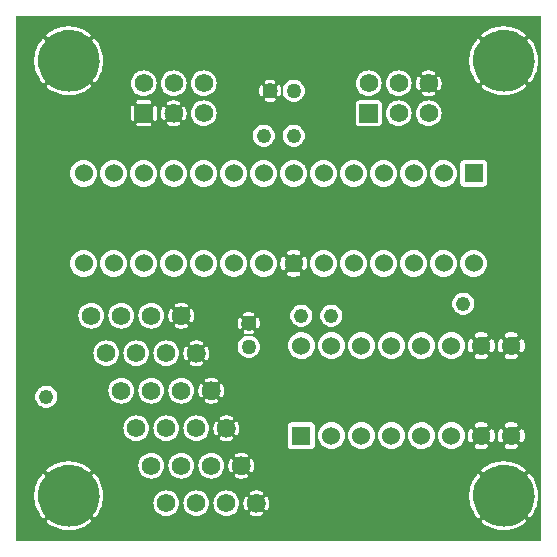
<source format=gbr>
G04 start of page 3 for group 1 idx 1 *
G04 Title: logic, GND *
G04 Creator: pcb 20091103 *
G04 CreationDate: Wed 28 Apr 2010 01:03:10 AM GMT UTC *
G04 For: srussell *
G04 Format: Gerber/RS-274X *
G04 PCB-Dimensions: 175000 175000 *
G04 PCB-Coordinate-Origin: lower left *
%MOIN*%
%FSLAX25Y25*%
%LNGROUP1*%
%ADD13C,0.0600*%
%ADD14C,0.0200*%
%ADD15C,0.0620*%
%ADD16C,0.0500*%
%ADD17C,0.0490*%
%ADD18C,0.2050*%
%ADD19C,0.0280*%
%ADD20C,0.0380*%
%ADD21C,0.0260*%
%ADD22C,0.0250*%
%ADD23C,0.1250*%
G54D14*G36*
X172137Y163468D02*X172222Y163247D01*
X172473Y162364D01*
X172645Y161462D01*
X172735Y160549D01*
X172743Y159631D01*
X172669Y158716D01*
X172513Y157811D01*
X172277Y156924D01*
X172137Y156540D01*
Y163468D01*
G37*
G36*
Y18468D02*X172222Y18247D01*
X172473Y17364D01*
X172645Y16462D01*
X172735Y15549D01*
X172743Y14631D01*
X172669Y13716D01*
X172513Y12811D01*
X172277Y11924D01*
X172137Y11540D01*
Y18468D01*
G37*
G36*
Y175000D02*X175000D01*
Y0D01*
X172137D01*
Y8821D01*
X172634Y9672D01*
X173070Y10600D01*
X173422Y11564D01*
X173685Y12555D01*
X173859Y13565D01*
X173942Y14588D01*
X173933Y15613D01*
X173832Y16634D01*
X173641Y17641D01*
X173360Y18627D01*
X172992Y19584D01*
X172540Y20505D01*
X172137Y21167D01*
Y153821D01*
X172634Y154672D01*
X173070Y155600D01*
X173422Y156564D01*
X173685Y157555D01*
X173859Y158565D01*
X173942Y159588D01*
X173933Y160613D01*
X173832Y161634D01*
X173641Y162641D01*
X173360Y163627D01*
X172992Y164584D01*
X172540Y165505D01*
X172137Y166167D01*
Y175000D01*
G37*
G36*
X168613D02*X172137D01*
Y166167D01*
X172007Y166381D01*
X171398Y167206D01*
X171399Y167207D01*
X171326Y167282D01*
X171242Y167344D01*
X171147Y167390D01*
X171047Y167419D01*
X170943Y167430D01*
X170838Y167422D01*
X170737Y167397D01*
X170641Y167355D01*
X170554Y167296D01*
X170479Y167223D01*
X170417Y167139D01*
X170371Y167044D01*
X170342Y166944D01*
X170331Y166840D01*
X170339Y166735D01*
X170364Y166634D01*
X170406Y166538D01*
X170465Y166451D01*
X171010Y165712D01*
X171487Y164928D01*
X171892Y164104D01*
X172137Y163468D01*
Y156540D01*
X171962Y156061D01*
X171572Y155231D01*
X171109Y154438D01*
X170577Y153690D01*
X170576Y153691D01*
X170519Y153603D01*
X170478Y153507D01*
X170454Y153405D01*
X170449Y153300D01*
X170462Y153196D01*
X170492Y153096D01*
X170540Y153003D01*
X170602Y152919D01*
X170679Y152848D01*
X170767Y152791D01*
X170863Y152750D01*
X170965Y152726D01*
X171070Y152721D01*
X171174Y152734D01*
X171274Y152764D01*
X171367Y152812D01*
X171451Y152874D01*
X171522Y152951D01*
X172117Y153787D01*
X172137Y153821D01*
Y21167D01*
X172007Y21381D01*
X171398Y22206D01*
X171399Y22207D01*
X171326Y22282D01*
X171242Y22344D01*
X171147Y22390D01*
X171047Y22419D01*
X170943Y22430D01*
X170838Y22422D01*
X170737Y22397D01*
X170641Y22355D01*
X170554Y22296D01*
X170479Y22223D01*
X170417Y22139D01*
X170371Y22044D01*
X170342Y21944D01*
X170331Y21840D01*
X170339Y21735D01*
X170364Y21634D01*
X170406Y21538D01*
X170465Y21451D01*
X171010Y20712D01*
X171487Y19928D01*
X171892Y19104D01*
X172137Y18468D01*
Y11540D01*
X171962Y11061D01*
X171572Y10231D01*
X171109Y9438D01*
X170577Y8690D01*
X170576Y8691D01*
X170519Y8603D01*
X170478Y8507D01*
X170454Y8405D01*
X170449Y8300D01*
X170462Y8196D01*
X170492Y8096D01*
X170540Y8003D01*
X170602Y7919D01*
X170679Y7848D01*
X170767Y7791D01*
X170863Y7750D01*
X170965Y7726D01*
X171070Y7721D01*
X171174Y7734D01*
X171274Y7764D01*
X171367Y7812D01*
X171451Y7874D01*
X171522Y7951D01*
X172117Y8787D01*
X172137Y8821D01*
Y0D01*
X168613D01*
Y5331D01*
X168880Y5493D01*
X169705Y6102D01*
X169706Y6101D01*
X169781Y6174D01*
X169843Y6258D01*
X169889Y6353D01*
X169918Y6453D01*
X169929Y6557D01*
X169921Y6662D01*
X169896Y6763D01*
X169854Y6859D01*
X169795Y6946D01*
X169722Y7021D01*
X169638Y7083D01*
X169543Y7129D01*
X169443Y7158D01*
X169339Y7169D01*
X169234Y7161D01*
X169133Y7136D01*
X169037Y7094D01*
X168950Y7035D01*
X168613Y6786D01*
Y23218D01*
X168810Y23078D01*
X168809Y23077D01*
X168897Y23020D01*
X168993Y22979D01*
X169095Y22955D01*
X169200Y22950D01*
X169304Y22963D01*
X169404Y22993D01*
X169497Y23041D01*
X169581Y23103D01*
X169652Y23180D01*
X169709Y23268D01*
X169750Y23364D01*
X169774Y23466D01*
X169779Y23571D01*
X169766Y23675D01*
X169736Y23775D01*
X169688Y23868D01*
X169626Y23952D01*
X169549Y24023D01*
X168713Y24618D01*
X168613Y24676D01*
Y32860D01*
X168708Y32882D01*
X168829Y32933D01*
X168938Y33005D01*
X169034Y33094D01*
X169113Y33198D01*
X169172Y33315D01*
X169314Y33722D01*
X169417Y34142D01*
X169479Y34569D01*
X169500Y35000D01*
X169479Y35432D01*
X169417Y35859D01*
X169314Y36279D01*
X169172Y36686D01*
X169171D01*
X169112Y36802D01*
X169033Y36907D01*
X168937Y36996D01*
X168828Y37067D01*
X168707Y37118D01*
X168613Y37139D01*
Y62860D01*
X168708Y62882D01*
X168829Y62933D01*
X168938Y63005D01*
X169034Y63094D01*
X169113Y63198D01*
X169172Y63315D01*
X169314Y63722D01*
X169417Y64142D01*
X169479Y64569D01*
X169500Y65000D01*
X169479Y65432D01*
X169417Y65859D01*
X169314Y66279D01*
X169172Y66686D01*
X169171D01*
X169112Y66802D01*
X169033Y66907D01*
X168937Y66996D01*
X168828Y67067D01*
X168707Y67118D01*
X168613Y67139D01*
Y150331D01*
X168880Y150493D01*
X169705Y151102D01*
X169706Y151101D01*
X169781Y151174D01*
X169843Y151258D01*
X169889Y151353D01*
X169918Y151453D01*
X169929Y151557D01*
X169921Y151662D01*
X169896Y151763D01*
X169854Y151859D01*
X169795Y151946D01*
X169722Y152021D01*
X169638Y152083D01*
X169543Y152129D01*
X169443Y152158D01*
X169339Y152169D01*
X169234Y152161D01*
X169133Y152136D01*
X169037Y152094D01*
X168950Y152035D01*
X168613Y151786D01*
Y168218D01*
X168810Y168078D01*
X168809Y168077D01*
X168897Y168020D01*
X168993Y167979D01*
X169095Y167955D01*
X169200Y167950D01*
X169304Y167963D01*
X169404Y167993D01*
X169497Y168041D01*
X169581Y168103D01*
X169652Y168180D01*
X169709Y168268D01*
X169750Y168364D01*
X169774Y168466D01*
X169779Y168571D01*
X169766Y168675D01*
X169736Y168775D01*
X169688Y168868D01*
X169626Y168952D01*
X169549Y169023D01*
X168713Y169618D01*
X168613Y169676D01*
Y175000D01*
G37*
G36*
Y151786D02*X168211Y151490D01*
X167427Y151013D01*
X166603Y150608D01*
X165746Y150278D01*
X164999Y150066D01*
Y169932D01*
X165576Y169778D01*
X166439Y169463D01*
X167269Y169073D01*
X168062Y168610D01*
X168613Y168218D01*
Y151786D01*
G37*
G36*
Y24676D02*X167828Y25135D01*
X166900Y25571D01*
X165936Y25923D01*
X164999Y26172D01*
Y30500D01*
X165000D01*
X165431Y30521D01*
X165858Y30583D01*
X166278Y30686D01*
X166685Y30828D01*
Y30829D01*
X166801Y30888D01*
X166906Y30967D01*
X166995Y31063D01*
X167066Y31172D01*
X167117Y31293D01*
X167146Y31420D01*
X167153Y31550D01*
X167137Y31680D01*
X167099Y31805D01*
X167040Y31921D01*
X166961Y32026D01*
X166865Y32115D01*
X166756Y32186D01*
X166635Y32237D01*
X166508Y32266D01*
X166378Y32273D01*
X166248Y32257D01*
X166123Y32219D01*
X165852Y32124D01*
X165572Y32056D01*
X165287Y32014D01*
X165000Y32000D01*
X164999D01*
Y38000D01*
X165000D01*
X165287Y37987D01*
X165572Y37945D01*
X165852Y37877D01*
X166123Y37782D01*
Y37781D01*
X166248Y37743D01*
X166378Y37727D01*
X166509Y37734D01*
X166636Y37763D01*
X166757Y37814D01*
X166866Y37886D01*
X166962Y37975D01*
X167041Y38079D01*
X167100Y38196D01*
X167138Y38321D01*
X167154Y38451D01*
X167147Y38582D01*
X167118Y38709D01*
X167067Y38830D01*
X166995Y38939D01*
X166906Y39035D01*
X166802Y39114D01*
X166685Y39173D01*
X166278Y39315D01*
X165858Y39418D01*
X165431Y39480D01*
X165000Y39500D01*
X164999D01*
Y60500D01*
X165000D01*
X165431Y60521D01*
X165858Y60583D01*
X166278Y60686D01*
X166685Y60828D01*
Y60829D01*
X166801Y60888D01*
X166906Y60967D01*
X166995Y61063D01*
X167066Y61172D01*
X167117Y61293D01*
X167146Y61420D01*
X167153Y61550D01*
X167137Y61680D01*
X167099Y61805D01*
X167040Y61921D01*
X166961Y62026D01*
X166865Y62115D01*
X166756Y62186D01*
X166635Y62237D01*
X166508Y62266D01*
X166378Y62273D01*
X166248Y62257D01*
X166123Y62219D01*
X165852Y62124D01*
X165572Y62056D01*
X165287Y62014D01*
X165000Y62000D01*
X164999D01*
Y68000D01*
X165000D01*
X165287Y67987D01*
X165572Y67945D01*
X165852Y67877D01*
X166123Y67782D01*
Y67781D01*
X166248Y67743D01*
X166378Y67727D01*
X166509Y67734D01*
X166636Y67763D01*
X166757Y67814D01*
X166866Y67886D01*
X166962Y67975D01*
X167041Y68079D01*
X167100Y68196D01*
X167138Y68321D01*
X167154Y68451D01*
X167147Y68582D01*
X167118Y68709D01*
X167067Y68830D01*
X166995Y68939D01*
X166906Y69035D01*
X166802Y69114D01*
X166685Y69173D01*
X166278Y69315D01*
X165858Y69418D01*
X165431Y69480D01*
X165000Y69500D01*
X164999D01*
Y148832D01*
X165140Y148859D01*
X166126Y149140D01*
X167083Y149508D01*
X168004Y149960D01*
X168613Y150331D01*
Y67139D01*
X168580Y67147D01*
X168450Y67154D01*
X168320Y67138D01*
X168195Y67100D01*
X168079Y67041D01*
X167974Y66962D01*
X167885Y66866D01*
X167814Y66757D01*
X167763Y66636D01*
X167734Y66509D01*
X167727Y66379D01*
X167743Y66249D01*
X167781Y66124D01*
X167876Y65853D01*
X167944Y65573D01*
X167986Y65288D01*
X168000Y65000D01*
X167986Y64713D01*
X167944Y64428D01*
X167876Y64148D01*
X167781Y63877D01*
X167780D01*
X167742Y63752D01*
X167726Y63622D01*
X167733Y63491D01*
X167762Y63364D01*
X167813Y63243D01*
X167885Y63134D01*
X167974Y63038D01*
X168078Y62959D01*
X168195Y62900D01*
X168320Y62862D01*
X168450Y62846D01*
X168581Y62853D01*
X168613Y62860D01*
Y37139D01*
X168580Y37147D01*
X168450Y37154D01*
X168320Y37138D01*
X168195Y37100D01*
X168079Y37041D01*
X167974Y36962D01*
X167885Y36866D01*
X167814Y36757D01*
X167763Y36636D01*
X167734Y36509D01*
X167727Y36379D01*
X167743Y36249D01*
X167781Y36124D01*
X167876Y35853D01*
X167944Y35573D01*
X167986Y35288D01*
X168000Y35000D01*
X167986Y34713D01*
X167944Y34428D01*
X167876Y34148D01*
X167781Y33877D01*
X167780D01*
X167742Y33752D01*
X167726Y33622D01*
X167733Y33491D01*
X167762Y33364D01*
X167813Y33243D01*
X167885Y33134D01*
X167974Y33038D01*
X168078Y32959D01*
X168195Y32900D01*
X168320Y32862D01*
X168450Y32846D01*
X168581Y32853D01*
X168613Y32860D01*
Y24676D01*
G37*
G36*
Y6786D02*X168211Y6490D01*
X167427Y6013D01*
X166603Y5608D01*
X165746Y5278D01*
X164999Y5066D01*
Y24932D01*
X165576Y24778D01*
X166439Y24463D01*
X167269Y24073D01*
X168062Y23610D01*
X168613Y23218D01*
Y6786D01*
G37*
G36*
Y0D02*X164999D01*
Y3832D01*
X165140Y3859D01*
X166126Y4140D01*
X167083Y4508D01*
X168004Y4960D01*
X168613Y5331D01*
Y0D01*
G37*
G36*
X164999Y175000D02*X168613D01*
Y169676D01*
X167828Y170135D01*
X166900Y170571D01*
X165936Y170923D01*
X164999Y171172D01*
Y175000D01*
G37*
G36*
Y150066D02*X164863Y150027D01*
X163961Y149855D01*
X163048Y149765D01*
X162575Y149761D01*
Y170241D01*
X162869Y170244D01*
X163784Y170170D01*
X164689Y170014D01*
X164999Y169932D01*
Y150066D01*
G37*
G36*
Y26172D02*X164945Y26186D01*
X163935Y26360D01*
X162912Y26443D01*
X162575Y26440D01*
Y148562D01*
X163112Y148567D01*
X164133Y148668D01*
X164999Y148832D01*
Y69500D01*
X164568Y69480D01*
X164141Y69418D01*
X163721Y69315D01*
X163314Y69173D01*
Y69172D01*
X163198Y69113D01*
X163093Y69034D01*
X163004Y68938D01*
X162933Y68829D01*
X162882Y68708D01*
X162853Y68581D01*
X162846Y68451D01*
X162862Y68321D01*
X162900Y68196D01*
X162959Y68080D01*
X163038Y67975D01*
X163134Y67886D01*
X163243Y67815D01*
X163364Y67764D01*
X163491Y67735D01*
X163621Y67728D01*
X163751Y67744D01*
X163876Y67782D01*
X164147Y67877D01*
X164427Y67945D01*
X164712Y67987D01*
X164999Y68000D01*
Y62000D01*
X164712Y62014D01*
X164427Y62056D01*
X164147Y62124D01*
X163876Y62219D01*
Y62220D01*
X163751Y62258D01*
X163621Y62274D01*
X163490Y62267D01*
X163363Y62238D01*
X163242Y62187D01*
X163133Y62115D01*
X163037Y62026D01*
X162958Y61922D01*
X162899Y61805D01*
X162861Y61680D01*
X162845Y61550D01*
X162852Y61419D01*
X162881Y61292D01*
X162932Y61171D01*
X163004Y61062D01*
X163093Y60966D01*
X163197Y60887D01*
X163314Y60828D01*
X163721Y60686D01*
X164141Y60583D01*
X164568Y60521D01*
X164999Y60500D01*
Y39500D01*
X164568Y39480D01*
X164141Y39418D01*
X163721Y39315D01*
X163314Y39173D01*
Y39172D01*
X163198Y39113D01*
X163093Y39034D01*
X163004Y38938D01*
X162933Y38829D01*
X162882Y38708D01*
X162853Y38581D01*
X162846Y38451D01*
X162862Y38321D01*
X162900Y38196D01*
X162959Y38080D01*
X163038Y37975D01*
X163134Y37886D01*
X163243Y37815D01*
X163364Y37764D01*
X163491Y37735D01*
X163621Y37728D01*
X163751Y37744D01*
X163876Y37782D01*
X164147Y37877D01*
X164427Y37945D01*
X164712Y37987D01*
X164999Y38000D01*
Y32000D01*
X164712Y32014D01*
X164427Y32056D01*
X164147Y32124D01*
X163876Y32219D01*
Y32220D01*
X163751Y32258D01*
X163621Y32274D01*
X163490Y32267D01*
X163363Y32238D01*
X163242Y32187D01*
X163133Y32115D01*
X163037Y32026D01*
X162958Y31922D01*
X162899Y31805D01*
X162861Y31680D01*
X162845Y31550D01*
X162852Y31419D01*
X162881Y31292D01*
X162932Y31171D01*
X163004Y31062D01*
X163093Y30966D01*
X163197Y30887D01*
X163314Y30828D01*
X163721Y30686D01*
X164141Y30583D01*
X164568Y30521D01*
X164999Y30500D01*
Y26172D01*
G37*
G36*
Y5066D02*X164863Y5027D01*
X163961Y4855D01*
X163048Y4765D01*
X162575Y4761D01*
Y25241D01*
X162869Y25244D01*
X163784Y25170D01*
X164689Y25014D01*
X164999Y24932D01*
Y5066D01*
G37*
G36*
Y0D02*X162575D01*
Y3562D01*
X163112Y3567D01*
X164133Y3668D01*
X164999Y3832D01*
Y0D01*
G37*
G36*
X162575Y175000D02*X164999D01*
Y171172D01*
X164945Y171186D01*
X163935Y171360D01*
X162912Y171443D01*
X162575Y171440D01*
Y175000D01*
G37*
G36*
X158613Y4242D02*X159063Y4078D01*
X160054Y3815D01*
X161064Y3641D01*
X162087Y3558D01*
X162575Y3562D01*
Y0D01*
X158613D01*
Y4242D01*
G37*
G36*
Y24477D02*X159253Y24723D01*
X160136Y24974D01*
X161038Y25146D01*
X161951Y25236D01*
X162575Y25241D01*
Y4761D01*
X162130Y4757D01*
X161215Y4831D01*
X160310Y4987D01*
X159423Y5223D01*
X158613Y5519D01*
Y24477D01*
G37*
G36*
X161387Y148615D02*X162087Y148558D01*
X162575Y148562D01*
Y26440D01*
X161887Y26434D01*
X161387Y26385D01*
Y32861D01*
X161419Y32854D01*
X161549Y32847D01*
X161679Y32863D01*
X161804Y32901D01*
X161920Y32960D01*
X162025Y33039D01*
X162114Y33135D01*
X162185Y33244D01*
X162236Y33365D01*
X162265Y33492D01*
X162272Y33622D01*
X162256Y33752D01*
X162218Y33877D01*
X162123Y34148D01*
X162055Y34428D01*
X162013Y34713D01*
X162000Y35000D01*
X162013Y35288D01*
X162055Y35573D01*
X162123Y35853D01*
X162218Y36124D01*
X162219D01*
X162257Y36249D01*
X162273Y36379D01*
X162266Y36510D01*
X162237Y36637D01*
X162186Y36758D01*
X162114Y36867D01*
X162025Y36963D01*
X161921Y37042D01*
X161804Y37101D01*
X161679Y37139D01*
X161549Y37155D01*
X161418Y37148D01*
X161387Y37141D01*
Y62861D01*
X161419Y62854D01*
X161549Y62847D01*
X161679Y62863D01*
X161804Y62901D01*
X161920Y62960D01*
X162025Y63039D01*
X162114Y63135D01*
X162185Y63244D01*
X162236Y63365D01*
X162265Y63492D01*
X162272Y63622D01*
X162256Y63752D01*
X162218Y63877D01*
X162123Y64148D01*
X162055Y64428D01*
X162013Y64713D01*
X162000Y65000D01*
X162013Y65288D01*
X162055Y65573D01*
X162123Y65853D01*
X162218Y66124D01*
X162219D01*
X162257Y66249D01*
X162273Y66379D01*
X162266Y66510D01*
X162237Y66637D01*
X162186Y66758D01*
X162114Y66867D01*
X162025Y66963D01*
X161921Y67042D01*
X161804Y67101D01*
X161679Y67139D01*
X161549Y67155D01*
X161418Y67148D01*
X161387Y67141D01*
Y148615D01*
G37*
G36*
X158613Y149242D02*X159063Y149078D01*
X160054Y148815D01*
X161064Y148641D01*
X161387Y148615D01*
Y67141D01*
X161291Y67119D01*
X161170Y67068D01*
X161061Y66996D01*
X160965Y66907D01*
X160886Y66803D01*
X160827Y66686D01*
X160685Y66279D01*
X160582Y65859D01*
X160520Y65432D01*
X160500Y65000D01*
X160520Y64569D01*
X160582Y64142D01*
X160685Y63722D01*
X160827Y63315D01*
X160828D01*
X160887Y63199D01*
X160966Y63094D01*
X161062Y63005D01*
X161171Y62934D01*
X161292Y62883D01*
X161387Y62861D01*
Y37141D01*
X161291Y37119D01*
X161170Y37068D01*
X161061Y36996D01*
X160965Y36907D01*
X160886Y36803D01*
X160827Y36686D01*
X160685Y36279D01*
X160582Y35859D01*
X160520Y35432D01*
X160500Y35000D01*
X160520Y34569D01*
X160582Y34142D01*
X160685Y33722D01*
X160827Y33315D01*
X160828D01*
X160887Y33199D01*
X160966Y33094D01*
X161062Y33005D01*
X161171Y32934D01*
X161292Y32883D01*
X161387Y32861D01*
Y26385D01*
X160866Y26333D01*
X159859Y26142D01*
X158873Y25861D01*
X158613Y25761D01*
Y32860D01*
X158708Y32882D01*
X158829Y32933D01*
X158938Y33005D01*
X159034Y33094D01*
X159113Y33198D01*
X159172Y33315D01*
X159314Y33722D01*
X159417Y34142D01*
X159479Y34569D01*
X159500Y35000D01*
X159479Y35432D01*
X159417Y35859D01*
X159314Y36279D01*
X159172Y36686D01*
X159171D01*
X159112Y36802D01*
X159033Y36907D01*
X158937Y36996D01*
X158828Y37067D01*
X158707Y37118D01*
X158613Y37139D01*
Y62860D01*
X158708Y62882D01*
X158829Y62933D01*
X158938Y63005D01*
X159034Y63094D01*
X159113Y63198D01*
X159172Y63315D01*
X159314Y63722D01*
X159417Y64142D01*
X159479Y64569D01*
X159500Y65000D01*
X159479Y65432D01*
X159417Y65859D01*
X159314Y66279D01*
X159172Y66686D01*
X159171D01*
X159112Y66802D01*
X159033Y66907D01*
X158937Y66996D01*
X158828Y67067D01*
X158707Y67118D01*
X158613Y67139D01*
Y149242D01*
G37*
G36*
Y169477D02*X159253Y169723D01*
X160136Y169974D01*
X161038Y170146D01*
X161951Y170236D01*
X162575Y170241D01*
Y149761D01*
X162130Y149757D01*
X161215Y149831D01*
X160310Y149987D01*
X159423Y150223D01*
X158613Y150519D01*
Y169477D01*
G37*
G36*
Y175000D02*X162575D01*
Y171440D01*
X161887Y171434D01*
X160866Y171333D01*
X159859Y171142D01*
X158873Y170861D01*
X158613Y170761D01*
Y175000D01*
G37*
G36*
X154999D02*X158613D01*
Y170761D01*
X157916Y170493D01*
X156995Y170041D01*
X156119Y169508D01*
X155294Y168899D01*
X155293Y168900D01*
X155218Y168827D01*
X155156Y168743D01*
X155110Y168648D01*
X155081Y168548D01*
X155070Y168444D01*
X155078Y168339D01*
X155103Y168238D01*
X155145Y168142D01*
X155204Y168055D01*
X155277Y167980D01*
X155361Y167918D01*
X155456Y167872D01*
X155556Y167843D01*
X155660Y167832D01*
X155765Y167840D01*
X155866Y167865D01*
X155962Y167907D01*
X156049Y167966D01*
X156788Y168511D01*
X157572Y168988D01*
X158396Y169393D01*
X158613Y169477D01*
Y150519D01*
X158560Y150538D01*
X157730Y150928D01*
X156937Y151391D01*
X156189Y151923D01*
X156190Y151924D01*
X156102Y151981D01*
X156006Y152022D01*
X155904Y152046D01*
X155799Y152051D01*
X155695Y152038D01*
X155595Y152008D01*
X155502Y151960D01*
X155418Y151898D01*
X155347Y151821D01*
X155290Y151733D01*
X155249Y151637D01*
X155225Y151535D01*
X155220Y151430D01*
X155233Y151326D01*
X155263Y151226D01*
X155311Y151133D01*
X155373Y151049D01*
X155450Y150978D01*
X156286Y150383D01*
X157171Y149866D01*
X158099Y149430D01*
X158613Y149242D01*
Y67139D01*
X158580Y67147D01*
X158450Y67154D01*
X158320Y67138D01*
X158195Y67100D01*
X158079Y67041D01*
X157974Y66962D01*
X157885Y66866D01*
X157814Y66757D01*
X157763Y66636D01*
X157734Y66509D01*
X157727Y66379D01*
X157743Y66249D01*
X157781Y66124D01*
X157876Y65853D01*
X157944Y65573D01*
X157986Y65288D01*
X158000Y65000D01*
X157986Y64713D01*
X157944Y64428D01*
X157876Y64148D01*
X157781Y63877D01*
X157780D01*
X157742Y63752D01*
X157726Y63622D01*
X157733Y63491D01*
X157762Y63364D01*
X157813Y63243D01*
X157885Y63134D01*
X157974Y63038D01*
X158078Y62959D01*
X158195Y62900D01*
X158320Y62862D01*
X158450Y62846D01*
X158581Y62853D01*
X158613Y62860D01*
Y37139D01*
X158580Y37147D01*
X158450Y37154D01*
X158320Y37138D01*
X158195Y37100D01*
X158079Y37041D01*
X157974Y36962D01*
X157885Y36866D01*
X157814Y36757D01*
X157763Y36636D01*
X157734Y36509D01*
X157727Y36379D01*
X157743Y36249D01*
X157781Y36124D01*
X157876Y35853D01*
X157944Y35573D01*
X157986Y35288D01*
X158000Y35000D01*
X157986Y34713D01*
X157944Y34428D01*
X157876Y34148D01*
X157781Y33877D01*
X157780D01*
X157742Y33752D01*
X157726Y33622D01*
X157733Y33491D01*
X157762Y33364D01*
X157813Y33243D01*
X157885Y33134D01*
X157974Y33038D01*
X158078Y32959D01*
X158195Y32900D01*
X158320Y32862D01*
X158450Y32846D01*
X158581Y32853D01*
X158613Y32860D01*
Y25761D01*
X157916Y25493D01*
X156995Y25041D01*
X156119Y24508D01*
X155294Y23899D01*
X155293Y23900D01*
X155218Y23827D01*
X155156Y23743D01*
X155110Y23648D01*
X155081Y23548D01*
X155070Y23444D01*
X155078Y23339D01*
X155103Y23238D01*
X155145Y23142D01*
X155204Y23055D01*
X155277Y22980D01*
X155361Y22918D01*
X155456Y22872D01*
X155556Y22843D01*
X155660Y22832D01*
X155765Y22840D01*
X155866Y22865D01*
X155962Y22907D01*
X156049Y22966D01*
X156788Y23511D01*
X157572Y23988D01*
X158396Y24393D01*
X158613Y24477D01*
Y5519D01*
X158560Y5538D01*
X157730Y5928D01*
X156937Y6391D01*
X156189Y6923D01*
X156190Y6924D01*
X156102Y6981D01*
X156006Y7022D01*
X155904Y7046D01*
X155799Y7051D01*
X155695Y7038D01*
X155595Y7008D01*
X155502Y6960D01*
X155418Y6898D01*
X155347Y6821D01*
X155290Y6733D01*
X155249Y6637D01*
X155225Y6535D01*
X155220Y6430D01*
X155233Y6326D01*
X155263Y6226D01*
X155311Y6133D01*
X155373Y6049D01*
X155450Y5978D01*
X156286Y5383D01*
X157171Y4866D01*
X158099Y4430D01*
X158613Y4242D01*
Y0D01*
X154999D01*
Y30500D01*
X155000D01*
X155431Y30521D01*
X155858Y30583D01*
X156278Y30686D01*
X156685Y30828D01*
Y30829D01*
X156801Y30888D01*
X156906Y30967D01*
X156995Y31063D01*
X157066Y31172D01*
X157117Y31293D01*
X157146Y31420D01*
X157153Y31550D01*
X157137Y31680D01*
X157099Y31805D01*
X157040Y31921D01*
X156961Y32026D01*
X156865Y32115D01*
X156756Y32186D01*
X156635Y32237D01*
X156508Y32266D01*
X156378Y32273D01*
X156248Y32257D01*
X156123Y32219D01*
X155852Y32124D01*
X155572Y32056D01*
X155287Y32014D01*
X155000Y32000D01*
X154999D01*
Y38000D01*
X155000D01*
X155287Y37987D01*
X155572Y37945D01*
X155852Y37877D01*
X156123Y37782D01*
Y37781D01*
X156248Y37743D01*
X156378Y37727D01*
X156509Y37734D01*
X156636Y37763D01*
X156757Y37814D01*
X156866Y37886D01*
X156962Y37975D01*
X157041Y38079D01*
X157100Y38196D01*
X157138Y38321D01*
X157154Y38451D01*
X157147Y38582D01*
X157118Y38709D01*
X157067Y38830D01*
X156995Y38939D01*
X156906Y39035D01*
X156802Y39114D01*
X156685Y39173D01*
X156278Y39315D01*
X155858Y39418D01*
X155431Y39480D01*
X155000Y39500D01*
X154999D01*
Y60500D01*
X155000D01*
X155431Y60521D01*
X155858Y60583D01*
X156278Y60686D01*
X156685Y60828D01*
Y60829D01*
X156801Y60888D01*
X156906Y60967D01*
X156995Y61063D01*
X157066Y61172D01*
X157117Y61293D01*
X157146Y61420D01*
X157153Y61550D01*
X157137Y61680D01*
X157099Y61805D01*
X157040Y61921D01*
X156961Y62026D01*
X156865Y62115D01*
X156756Y62186D01*
X156635Y62237D01*
X156508Y62266D01*
X156378Y62273D01*
X156248Y62257D01*
X156123Y62219D01*
X155852Y62124D01*
X155572Y62056D01*
X155287Y62014D01*
X155000Y62000D01*
X154999D01*
Y68000D01*
X155000D01*
X155287Y67987D01*
X155572Y67945D01*
X155852Y67877D01*
X156123Y67782D01*
Y67781D01*
X156248Y67743D01*
X156378Y67727D01*
X156509Y67734D01*
X156636Y67763D01*
X156757Y67814D01*
X156866Y67886D01*
X156962Y67975D01*
X157041Y68079D01*
X157100Y68196D01*
X157138Y68321D01*
X157154Y68451D01*
X157147Y68582D01*
X157118Y68709D01*
X157067Y68830D01*
X156995Y68939D01*
X156906Y69035D01*
X156802Y69114D01*
X156685Y69173D01*
X156278Y69315D01*
X155858Y69418D01*
X155431Y69480D01*
X155000Y69500D01*
X154999D01*
Y88777D01*
X155393Y89053D01*
X155947Y89607D01*
X156397Y90250D01*
X156729Y90961D01*
X156932Y91719D01*
X157000Y92500D01*
X156932Y93281D01*
X156729Y94039D01*
X156397Y94750D01*
X155947Y95393D01*
X155393Y95947D01*
X154999Y96223D01*
Y118000D01*
X155500D01*
X155760Y118023D01*
X156013Y118090D01*
X156250Y118201D01*
X156464Y118351D01*
X156649Y118536D01*
X156799Y118750D01*
X156910Y118987D01*
X156977Y119240D01*
X157000Y119500D01*
Y125500D01*
X156977Y125760D01*
X156910Y126013D01*
X156799Y126250D01*
X156649Y126464D01*
X156464Y126649D01*
X156250Y126799D01*
X156013Y126910D01*
X155760Y126977D01*
X155500Y127000D01*
X154999D01*
Y175000D01*
G37*
G36*
Y96223D02*X154750Y96397D01*
X154039Y96729D01*
X153281Y96932D01*
X152500Y97000D01*
Y118000D01*
X154999D01*
Y96223D01*
G37*
G36*
Y0D02*X152500D01*
Y9429D01*
X152992Y8620D01*
X153601Y7795D01*
X153600Y7794D01*
X153673Y7719D01*
X153757Y7657D01*
X153852Y7611D01*
X153952Y7582D01*
X154056Y7571D01*
X154161Y7579D01*
X154262Y7604D01*
X154358Y7646D01*
X154445Y7705D01*
X154520Y7778D01*
X154582Y7862D01*
X154628Y7957D01*
X154657Y8057D01*
X154668Y8161D01*
X154660Y8266D01*
X154635Y8367D01*
X154593Y8463D01*
X154534Y8550D01*
X153989Y9289D01*
X153512Y10073D01*
X153107Y10897D01*
X152777Y11754D01*
X152526Y12637D01*
X152500Y12773D01*
Y17243D01*
X152722Y18077D01*
X153037Y18940D01*
X153427Y19770D01*
X153890Y20563D01*
X154422Y21311D01*
X154423Y21310D01*
X154480Y21398D01*
X154521Y21494D01*
X154545Y21596D01*
X154550Y21701D01*
X154537Y21805D01*
X154507Y21905D01*
X154459Y21998D01*
X154397Y22082D01*
X154320Y22153D01*
X154232Y22210D01*
X154136Y22251D01*
X154034Y22275D01*
X153929Y22280D01*
X153825Y22267D01*
X153725Y22237D01*
X153632Y22189D01*
X153548Y22127D01*
X153477Y22050D01*
X152882Y21214D01*
X152500Y20560D01*
Y78012D01*
X152595Y78366D01*
X152650Y79000D01*
X152595Y79634D01*
X152500Y79988D01*
Y88000D01*
X153281Y88068D01*
X154039Y88271D01*
X154750Y88603D01*
X154999Y88777D01*
Y69500D01*
X154568Y69480D01*
X154141Y69418D01*
X153721Y69315D01*
X153314Y69173D01*
Y69172D01*
X153198Y69113D01*
X153093Y69034D01*
X153004Y68938D01*
X152933Y68829D01*
X152882Y68708D01*
X152853Y68581D01*
X152846Y68451D01*
X152862Y68321D01*
X152900Y68196D01*
X152959Y68080D01*
X153038Y67975D01*
X153134Y67886D01*
X153243Y67815D01*
X153364Y67764D01*
X153491Y67735D01*
X153621Y67728D01*
X153751Y67744D01*
X153876Y67782D01*
X154147Y67877D01*
X154427Y67945D01*
X154712Y67987D01*
X154999Y68000D01*
Y62000D01*
X154712Y62014D01*
X154427Y62056D01*
X154147Y62124D01*
X153876Y62219D01*
Y62220D01*
X153751Y62258D01*
X153621Y62274D01*
X153490Y62267D01*
X153363Y62238D01*
X153242Y62187D01*
X153133Y62115D01*
X153037Y62026D01*
X152958Y61922D01*
X152899Y61805D01*
X152861Y61680D01*
X152845Y61550D01*
X152852Y61419D01*
X152881Y61292D01*
X152932Y61171D01*
X153004Y61062D01*
X153093Y60966D01*
X153197Y60887D01*
X153314Y60828D01*
X153721Y60686D01*
X154141Y60583D01*
X154568Y60521D01*
X154999Y60500D01*
Y39500D01*
X154568Y39480D01*
X154141Y39418D01*
X153721Y39315D01*
X153314Y39173D01*
Y39172D01*
X153198Y39113D01*
X153093Y39034D01*
X153004Y38938D01*
X152933Y38829D01*
X152882Y38708D01*
X152853Y38581D01*
X152846Y38451D01*
X152862Y38321D01*
X152900Y38196D01*
X152959Y38080D01*
X153038Y37975D01*
X153134Y37886D01*
X153243Y37815D01*
X153364Y37764D01*
X153491Y37735D01*
X153621Y37728D01*
X153751Y37744D01*
X153876Y37782D01*
X154147Y37877D01*
X154427Y37945D01*
X154712Y37987D01*
X154999Y38000D01*
Y32000D01*
X154712Y32014D01*
X154427Y32056D01*
X154147Y32124D01*
X153876Y32219D01*
Y32220D01*
X153751Y32258D01*
X153621Y32274D01*
X153490Y32267D01*
X153363Y32238D01*
X153242Y32187D01*
X153133Y32115D01*
X153037Y32026D01*
X152958Y31922D01*
X152899Y31805D01*
X152861Y31680D01*
X152845Y31550D01*
X152852Y31419D01*
X152881Y31292D01*
X152932Y31171D01*
X153004Y31062D01*
X153093Y30966D01*
X153197Y30887D01*
X153314Y30828D01*
X153721Y30686D01*
X154141Y30583D01*
X154568Y30521D01*
X154999Y30500D01*
Y0D01*
G37*
G36*
X152500Y175000D02*X154999D01*
Y127000D01*
X152500D01*
Y154429D01*
X152992Y153620D01*
X153601Y152795D01*
X153600Y152794D01*
X153673Y152719D01*
X153757Y152657D01*
X153852Y152611D01*
X153952Y152582D01*
X154056Y152571D01*
X154161Y152579D01*
X154262Y152604D01*
X154358Y152646D01*
X154445Y152705D01*
X154520Y152778D01*
X154582Y152862D01*
X154628Y152957D01*
X154657Y153057D01*
X154668Y153161D01*
X154660Y153266D01*
X154635Y153367D01*
X154593Y153463D01*
X154534Y153550D01*
X153989Y154289D01*
X153512Y155073D01*
X153107Y155897D01*
X152777Y156754D01*
X152526Y157637D01*
X152500Y157773D01*
Y162243D01*
X152722Y163077D01*
X153037Y163940D01*
X153427Y164770D01*
X153890Y165563D01*
X154422Y166311D01*
X154423Y166310D01*
X154480Y166398D01*
X154521Y166494D01*
X154545Y166596D01*
X154550Y166701D01*
X154537Y166805D01*
X154507Y166905D01*
X154459Y166998D01*
X154397Y167082D01*
X154320Y167153D01*
X154232Y167210D01*
X154136Y167251D01*
X154034Y167275D01*
X153929Y167280D01*
X153825Y167267D01*
X153725Y167237D01*
X153632Y167189D01*
X153548Y167127D01*
X153477Y167050D01*
X152882Y166214D01*
X152500Y165560D01*
Y175000D01*
G37*
G36*
Y157773D02*X152354Y158539D01*
X152264Y159452D01*
X152256Y160370D01*
X152330Y161285D01*
X152486Y162190D01*
X152500Y162243D01*
Y157773D01*
G37*
G36*
Y12773D02*X152354Y13539D01*
X152264Y14452D01*
X152256Y15370D01*
X152330Y16285D01*
X152486Y17190D01*
X152500Y17243D01*
Y12773D01*
G37*
G36*
X151387Y12258D02*X151639Y11374D01*
X152007Y10417D01*
X152459Y9496D01*
X152500Y9429D01*
Y0D01*
X151387D01*
Y12258D01*
G37*
G36*
Y76245D02*X151796Y76654D01*
X152161Y77175D01*
X152430Y77752D01*
X152500Y78012D01*
Y20560D01*
X152365Y20329D01*
X151929Y19401D01*
X151577Y18437D01*
X151387Y17721D01*
Y32861D01*
X151419Y32854D01*
X151549Y32847D01*
X151679Y32863D01*
X151804Y32901D01*
X151920Y32960D01*
X152025Y33039D01*
X152114Y33135D01*
X152185Y33244D01*
X152236Y33365D01*
X152265Y33492D01*
X152272Y33622D01*
X152256Y33752D01*
X152218Y33877D01*
X152123Y34148D01*
X152055Y34428D01*
X152013Y34713D01*
X152000Y35000D01*
X152013Y35288D01*
X152055Y35573D01*
X152123Y35853D01*
X152218Y36124D01*
X152219D01*
X152257Y36249D01*
X152273Y36379D01*
X152266Y36510D01*
X152237Y36637D01*
X152186Y36758D01*
X152114Y36867D01*
X152025Y36963D01*
X151921Y37042D01*
X151804Y37101D01*
X151679Y37139D01*
X151549Y37155D01*
X151418Y37148D01*
X151387Y37141D01*
Y62861D01*
X151419Y62854D01*
X151549Y62847D01*
X151679Y62863D01*
X151804Y62901D01*
X151920Y62960D01*
X152025Y63039D01*
X152114Y63135D01*
X152185Y63244D01*
X152236Y63365D01*
X152265Y63492D01*
X152272Y63622D01*
X152256Y63752D01*
X152218Y63877D01*
X152123Y64148D01*
X152055Y64428D01*
X152013Y64713D01*
X152000Y65000D01*
X152013Y65288D01*
X152055Y65573D01*
X152123Y65853D01*
X152218Y66124D01*
X152219D01*
X152257Y66249D01*
X152273Y66379D01*
X152266Y66510D01*
X152237Y66637D01*
X152186Y66758D01*
X152114Y66867D01*
X152025Y66963D01*
X151921Y67042D01*
X151804Y67101D01*
X151679Y67139D01*
X151549Y67155D01*
X151418Y67148D01*
X151387Y67141D01*
Y76245D01*
G37*
G36*
Y88157D02*X151719Y88068D01*
X152500Y88000D01*
Y79988D01*
X152430Y80248D01*
X152161Y80825D01*
X151796Y81346D01*
X151387Y81755D01*
Y88157D01*
G37*
G36*
Y118000D02*X152500D01*
Y97000D01*
X151719Y96932D01*
X151387Y96843D01*
Y118000D01*
G37*
G36*
Y157258D02*X151639Y156374D01*
X152007Y155417D01*
X152459Y154496D01*
X152500Y154429D01*
Y127000D01*
X151387D01*
Y157258D01*
G37*
G36*
Y175000D02*X152500D01*
Y165560D01*
X152365Y165329D01*
X151929Y164401D01*
X151577Y163437D01*
X151387Y162721D01*
Y175000D01*
G37*
G36*
X145000D02*X151387D01*
Y162721D01*
X151314Y162446D01*
X151140Y161436D01*
X151057Y160413D01*
X151066Y159388D01*
X151167Y158367D01*
X151358Y157360D01*
X151387Y157258D01*
Y127000D01*
X149500D01*
X149240Y126977D01*
X148987Y126910D01*
X148750Y126799D01*
X148536Y126649D01*
X148351Y126464D01*
X148201Y126250D01*
X148090Y126013D01*
X148023Y125760D01*
X148000Y125500D01*
Y119500D01*
X148023Y119240D01*
X148090Y118987D01*
X148201Y118750D01*
X148351Y118536D01*
X148536Y118351D01*
X148750Y118201D01*
X148987Y118090D01*
X149240Y118023D01*
X149500Y118000D01*
X151387D01*
Y96843D01*
X150961Y96729D01*
X150250Y96397D01*
X149607Y95947D01*
X149053Y95393D01*
X148603Y94750D01*
X148271Y94039D01*
X148068Y93281D01*
X148000Y92500D01*
X148068Y91719D01*
X148271Y90961D01*
X148603Y90250D01*
X149053Y89607D01*
X149607Y89053D01*
X150250Y88603D01*
X150961Y88271D01*
X151387Y88157D01*
Y81755D01*
X151346Y81796D01*
X150825Y82161D01*
X150248Y82430D01*
X149634Y82595D01*
X149000Y82650D01*
X148366Y82595D01*
X147752Y82430D01*
X147175Y82161D01*
X146654Y81796D01*
X146204Y81346D01*
X145839Y80825D01*
X145570Y80248D01*
X145405Y79634D01*
X145350Y79000D01*
X145405Y78366D01*
X145570Y77752D01*
X145839Y77175D01*
X146204Y76654D01*
X146654Y76204D01*
X147175Y75839D01*
X147752Y75570D01*
X148366Y75405D01*
X149000Y75350D01*
X149634Y75405D01*
X150248Y75570D01*
X150825Y75839D01*
X151346Y76204D01*
X151387Y76245D01*
Y67141D01*
X151291Y67119D01*
X151170Y67068D01*
X151061Y66996D01*
X150965Y66907D01*
X150886Y66803D01*
X150827Y66686D01*
X150685Y66279D01*
X150582Y65859D01*
X150520Y65432D01*
X150500Y65000D01*
X150520Y64569D01*
X150582Y64142D01*
X150685Y63722D01*
X150827Y63315D01*
X150828D01*
X150887Y63199D01*
X150966Y63094D01*
X151062Y63005D01*
X151171Y62934D01*
X151292Y62883D01*
X151387Y62861D01*
Y37141D01*
X151291Y37119D01*
X151170Y37068D01*
X151061Y36996D01*
X150965Y36907D01*
X150886Y36803D01*
X150827Y36686D01*
X150685Y36279D01*
X150582Y35859D01*
X150520Y35432D01*
X150500Y35000D01*
X150520Y34569D01*
X150582Y34142D01*
X150685Y33722D01*
X150827Y33315D01*
X150828D01*
X150887Y33199D01*
X150966Y33094D01*
X151062Y33005D01*
X151171Y32934D01*
X151292Y32883D01*
X151387Y32861D01*
Y17721D01*
X151314Y17446D01*
X151140Y16436D01*
X151057Y15413D01*
X151066Y14388D01*
X151167Y13367D01*
X151358Y12360D01*
X151387Y12258D01*
Y0D01*
X145000D01*
Y30500D01*
X145781Y30568D01*
X146539Y30771D01*
X147250Y31103D01*
X147893Y31553D01*
X148447Y32107D01*
X148897Y32750D01*
X149229Y33461D01*
X149432Y34219D01*
X149500Y35000D01*
X149432Y35781D01*
X149229Y36539D01*
X148897Y37250D01*
X148447Y37893D01*
X147893Y38447D01*
X147250Y38897D01*
X146539Y39229D01*
X145781Y39432D01*
X145000Y39500D01*
Y60500D01*
X145781Y60568D01*
X146539Y60771D01*
X147250Y61103D01*
X147893Y61553D01*
X148447Y62107D01*
X148897Y62750D01*
X149229Y63461D01*
X149432Y64219D01*
X149500Y65000D01*
X149432Y65781D01*
X149229Y66539D01*
X148897Y67250D01*
X148447Y67893D01*
X147893Y68447D01*
X147250Y68897D01*
X146539Y69229D01*
X145781Y69432D01*
X145000Y69500D01*
Y88778D01*
X145393Y89053D01*
X145947Y89607D01*
X146397Y90250D01*
X146729Y90961D01*
X146932Y91719D01*
X147000Y92500D01*
X146932Y93281D01*
X146729Y94039D01*
X146397Y94750D01*
X145947Y95393D01*
X145393Y95947D01*
X145000Y96222D01*
Y118778D01*
X145393Y119053D01*
X145947Y119607D01*
X146397Y120250D01*
X146729Y120961D01*
X146932Y121719D01*
X147000Y122500D01*
X146932Y123281D01*
X146729Y124039D01*
X146397Y124750D01*
X145947Y125393D01*
X145393Y125947D01*
X145000Y126222D01*
Y175000D01*
G37*
G36*
X141014Y32941D02*X141103Y32750D01*
X141553Y32107D01*
X142107Y31553D01*
X142750Y31103D01*
X143461Y30771D01*
X144219Y30568D01*
X145000Y30500D01*
Y0D01*
X141014D01*
Y32941D01*
G37*
G36*
Y62941D02*X141103Y62750D01*
X141553Y62107D01*
X142107Y61553D01*
X142750Y61103D01*
X143461Y60771D01*
X144219Y60568D01*
X145000Y60500D01*
Y39500D01*
X144219Y39432D01*
X143461Y39229D01*
X142750Y38897D01*
X142107Y38447D01*
X141553Y37893D01*
X141103Y37250D01*
X141014Y37059D01*
Y62941D01*
G37*
G36*
Y88257D02*X141719Y88068D01*
X142500Y88000D01*
X143281Y88068D01*
X144039Y88271D01*
X144750Y88603D01*
X145000Y88778D01*
Y69500D01*
X144219Y69432D01*
X143461Y69229D01*
X142750Y68897D01*
X142107Y68447D01*
X141553Y67893D01*
X141103Y67250D01*
X141014Y67059D01*
Y88257D01*
G37*
G36*
Y118257D02*X141719Y118068D01*
X142500Y118000D01*
X143281Y118068D01*
X144039Y118271D01*
X144750Y118603D01*
X145000Y118778D01*
Y96222D01*
X144750Y96397D01*
X144039Y96729D01*
X143281Y96932D01*
X142500Y97000D01*
X141719Y96932D01*
X141014Y96743D01*
Y118257D01*
G37*
G36*
Y175000D02*X145000D01*
Y126222D01*
X144750Y126397D01*
X144039Y126729D01*
X143281Y126932D01*
X142500Y127000D01*
X141719Y126932D01*
X141014Y126743D01*
Y140050D01*
X141224Y140350D01*
X141541Y141029D01*
X141735Y141753D01*
X141800Y142500D01*
X141735Y143247D01*
X141541Y143971D01*
X141224Y144650D01*
X141014Y144950D01*
Y150312D01*
X141069Y150331D01*
X141160Y150382D01*
X141242Y150448D01*
X141310Y150526D01*
X141364Y150616D01*
X141519Y150974D01*
X141641Y151344D01*
X141729Y151724D01*
X141782Y152111D01*
X141800Y152501D01*
X141782Y152890D01*
X141729Y153277D01*
X141641Y153657D01*
X141519Y154027D01*
X141364Y154385D01*
X141310Y154475D01*
X141242Y154553D01*
X141160Y154619D01*
X141069Y154670D01*
X141014Y154689D01*
Y175000D01*
G37*
G36*
Y126743D02*X140961Y126729D01*
X140250Y126397D01*
X139607Y125947D01*
X139053Y125393D01*
X138603Y124750D01*
X138271Y124039D01*
X138068Y123281D01*
X138000Y122500D01*
X138068Y121719D01*
X138271Y120961D01*
X138603Y120250D01*
X139053Y119607D01*
X139607Y119053D01*
X140250Y118603D01*
X140961Y118271D01*
X141014Y118257D01*
Y96743D01*
X140961Y96729D01*
X140250Y96397D01*
X139607Y95947D01*
X139053Y95393D01*
X138603Y94750D01*
X138271Y94039D01*
X138068Y93281D01*
X138000Y92500D01*
X138068Y91719D01*
X138271Y90961D01*
X138603Y90250D01*
X139053Y89607D01*
X139607Y89053D01*
X140250Y88603D01*
X140961Y88271D01*
X141014Y88257D01*
Y67059D01*
X140771Y66539D01*
X140568Y65781D01*
X140500Y65000D01*
X140568Y64219D01*
X140771Y63461D01*
X141014Y62941D01*
Y37059D01*
X140771Y36539D01*
X140568Y35781D01*
X140500Y35000D01*
X140568Y34219D01*
X140771Y33461D01*
X141014Y32941D01*
Y0D01*
X137500D01*
Y31278D01*
X137893Y31553D01*
X138447Y32107D01*
X138897Y32750D01*
X139229Y33461D01*
X139432Y34219D01*
X139500Y35000D01*
X139432Y35781D01*
X139229Y36539D01*
X138897Y37250D01*
X138447Y37893D01*
X137893Y38447D01*
X137500Y38722D01*
Y61278D01*
X137893Y61553D01*
X138447Y62107D01*
X138897Y62750D01*
X139229Y63461D01*
X139432Y64219D01*
X139500Y65000D01*
X139432Y65781D01*
X139229Y66539D01*
X138897Y67250D01*
X138447Y67893D01*
X137893Y68447D01*
X137500Y68722D01*
Y138200D01*
X138247Y138265D01*
X138971Y138459D01*
X139650Y138776D01*
X140264Y139206D01*
X140794Y139736D01*
X141014Y140050D01*
Y126743D01*
G37*
G36*
X137500Y175000D02*X141014D01*
Y154689D01*
X140970Y154704D01*
X140867Y154720D01*
X140762Y154718D01*
X140660Y154698D01*
X140562Y154661D01*
X140472Y154607D01*
X140394Y154539D01*
X140328Y154457D01*
X140277Y154366D01*
X140243Y154267D01*
X140227Y154164D01*
X140229Y154059D01*
X140249Y153957D01*
X140286Y153859D01*
X140397Y153601D01*
X140485Y153334D01*
X140549Y153060D01*
X140587Y152781D01*
X140600Y152500D01*
X140587Y152220D01*
X140549Y151941D01*
X140485Y151667D01*
X140397Y151400D01*
X140286Y151142D01*
X140249Y151044D01*
X140229Y150942D01*
X140227Y150837D01*
X140243Y150734D01*
X140277Y150635D01*
X140328Y150544D01*
X140394Y150462D01*
X140472Y150394D01*
X140562Y150340D01*
X140660Y150303D01*
X140762Y150283D01*
X140867Y150281D01*
X140970Y150297D01*
X141014Y150312D01*
Y144950D01*
X140794Y145264D01*
X140264Y145794D01*
X139650Y146224D01*
X138971Y146541D01*
X138247Y146735D01*
X137500Y146800D01*
Y148200D01*
X137889Y148218D01*
X138276Y148271D01*
X138656Y148359D01*
X139026Y148481D01*
X139384Y148636D01*
X139474Y148690D01*
X139552Y148758D01*
X139618Y148840D01*
X139669Y148931D01*
X139703Y149030D01*
X139719Y149133D01*
X139717Y149238D01*
X139697Y149340D01*
X139660Y149438D01*
X139606Y149528D01*
X139538Y149606D01*
X139456Y149672D01*
X139365Y149723D01*
X139266Y149757D01*
X139163Y149773D01*
X139058Y149771D01*
X138956Y149751D01*
X138858Y149714D01*
X138600Y149603D01*
X138333Y149515D01*
X138059Y149451D01*
X137780Y149413D01*
X137500Y149400D01*
Y155600D01*
X137780Y155588D01*
X138059Y155550D01*
X138333Y155486D01*
X138600Y155398D01*
X138858Y155287D01*
X138956Y155250D01*
X139058Y155230D01*
X139163Y155228D01*
X139266Y155244D01*
X139365Y155278D01*
X139456Y155329D01*
X139538Y155395D01*
X139606Y155473D01*
X139660Y155563D01*
X139697Y155661D01*
X139717Y155763D01*
X139719Y155868D01*
X139703Y155971D01*
X139669Y156070D01*
X139618Y156161D01*
X139552Y156243D01*
X139474Y156311D01*
X139384Y156365D01*
X139026Y156520D01*
X138656Y156642D01*
X138276Y156730D01*
X137889Y156783D01*
X137500Y156800D01*
Y175000D01*
G37*
G36*
Y68722D02*X137250Y68897D01*
X136539Y69229D01*
X135781Y69432D01*
X135000Y69500D01*
Y88778D01*
X135393Y89053D01*
X135947Y89607D01*
X136397Y90250D01*
X136729Y90961D01*
X136932Y91719D01*
X137000Y92500D01*
X136932Y93281D01*
X136729Y94039D01*
X136397Y94750D01*
X135947Y95393D01*
X135393Y95947D01*
X135000Y96222D01*
Y118778D01*
X135393Y119053D01*
X135947Y119607D01*
X136397Y120250D01*
X136729Y120961D01*
X136932Y121719D01*
X137000Y122500D01*
X136932Y123281D01*
X136729Y124039D01*
X136397Y124750D01*
X135947Y125393D01*
X135393Y125947D01*
X135000Y126222D01*
Y139021D01*
X135350Y138776D01*
X136029Y138459D01*
X136753Y138265D01*
X137500Y138200D01*
Y68722D01*
G37*
G36*
Y38722D02*X137250Y38897D01*
X136539Y39229D01*
X135781Y39432D01*
X135000Y39500D01*
Y60500D01*
X135781Y60568D01*
X136539Y60771D01*
X137250Y61103D01*
X137500Y61278D01*
Y38722D01*
G37*
G36*
Y0D02*X135000D01*
Y30500D01*
X135781Y30568D01*
X136539Y30771D01*
X137250Y31103D01*
X137500Y31278D01*
Y0D01*
G37*
G36*
X135000Y175000D02*X137500D01*
Y156800D01*
X137110Y156783D01*
X136723Y156730D01*
X136343Y156642D01*
X135973Y156520D01*
X135615Y156365D01*
X135525Y156311D01*
X135447Y156243D01*
X135381Y156161D01*
X135330Y156070D01*
X135296Y155971D01*
X135280Y155868D01*
X135282Y155763D01*
X135302Y155661D01*
X135339Y155563D01*
X135393Y155473D01*
X135461Y155395D01*
X135543Y155329D01*
X135634Y155278D01*
X135733Y155244D01*
X135836Y155228D01*
X135941Y155230D01*
X136043Y155250D01*
X136141Y155287D01*
X136399Y155398D01*
X136666Y155486D01*
X136940Y155550D01*
X137219Y155588D01*
X137500Y155600D01*
Y149400D01*
X137219Y149413D01*
X136940Y149451D01*
X136666Y149515D01*
X136399Y149603D01*
X136141Y149714D01*
X136043Y149751D01*
X135941Y149771D01*
X135836Y149773D01*
X135733Y149757D01*
X135634Y149723D01*
X135543Y149672D01*
X135461Y149606D01*
X135393Y149528D01*
X135339Y149438D01*
X135302Y149340D01*
X135282Y149238D01*
X135280Y149133D01*
X135296Y149030D01*
X135330Y148931D01*
X135381Y148840D01*
X135447Y148758D01*
X135525Y148690D01*
X135615Y148636D01*
X135973Y148481D01*
X136343Y148359D01*
X136723Y148271D01*
X137110Y148218D01*
X137500Y148200D01*
Y146800D01*
X136753Y146735D01*
X136029Y146541D01*
X135350Y146224D01*
X135000Y145979D01*
Y175000D01*
G37*
G36*
X133986Y30630D02*X134219Y30568D01*
X135000Y30500D01*
Y0D01*
X133986D01*
Y30630D01*
G37*
G36*
Y60630D02*X134219Y60568D01*
X135000Y60500D01*
Y39500D01*
X134219Y39432D01*
X133986Y39370D01*
Y60630D01*
G37*
G36*
Y88257D02*X134039Y88271D01*
X134750Y88603D01*
X135000Y88778D01*
Y69500D01*
X134219Y69432D01*
X133986Y69370D01*
Y88257D01*
G37*
G36*
Y118257D02*X134039Y118271D01*
X134750Y118603D01*
X135000Y118778D01*
Y96222D01*
X134750Y96397D01*
X134039Y96729D01*
X133986Y96743D01*
Y118257D01*
G37*
G36*
Y140050D02*X134206Y139736D01*
X134736Y139206D01*
X135000Y139021D01*
Y126222D01*
X134750Y126397D01*
X134039Y126729D01*
X133986Y126743D01*
Y140050D01*
G37*
G36*
Y175000D02*X135000D01*
Y145979D01*
X134736Y145794D01*
X134206Y145264D01*
X133986Y144950D01*
Y150312D01*
X134029Y150297D01*
X134132Y150281D01*
X134237Y150283D01*
X134339Y150303D01*
X134437Y150340D01*
X134527Y150394D01*
X134605Y150462D01*
X134671Y150544D01*
X134722Y150635D01*
X134756Y150734D01*
X134772Y150837D01*
X134770Y150942D01*
X134750Y151044D01*
X134713Y151142D01*
X134602Y151400D01*
X134514Y151667D01*
X134450Y151941D01*
X134412Y152220D01*
X134400Y152501D01*
X134412Y152781D01*
X134450Y153060D01*
X134514Y153334D01*
X134602Y153601D01*
X134713Y153859D01*
X134750Y153957D01*
X134770Y154059D01*
X134772Y154164D01*
X134756Y154267D01*
X134722Y154366D01*
X134671Y154457D01*
X134605Y154539D01*
X134527Y154607D01*
X134437Y154661D01*
X134339Y154698D01*
X134237Y154718D01*
X134132Y154720D01*
X134029Y154704D01*
X133986Y154689D01*
Y175000D01*
G37*
G36*
X125000D02*X133986D01*
Y154689D01*
X133930Y154670D01*
X133839Y154619D01*
X133757Y154553D01*
X133689Y154475D01*
X133635Y154385D01*
X133480Y154027D01*
X133358Y153657D01*
X133270Y153277D01*
X133217Y152890D01*
X133200Y152500D01*
X133217Y152111D01*
X133270Y151724D01*
X133358Y151344D01*
X133480Y150974D01*
X133635Y150616D01*
X133689Y150526D01*
X133757Y150448D01*
X133839Y150382D01*
X133930Y150331D01*
X133986Y150312D01*
Y144950D01*
X133776Y144650D01*
X133459Y143971D01*
X133265Y143247D01*
X133200Y142500D01*
X133265Y141753D01*
X133459Y141029D01*
X133776Y140350D01*
X133986Y140050D01*
Y126743D01*
X133281Y126932D01*
X132500Y127000D01*
X131719Y126932D01*
X130961Y126729D01*
X130250Y126397D01*
X129607Y125947D01*
X129053Y125393D01*
X128603Y124750D01*
X128271Y124039D01*
X128068Y123281D01*
X128000Y122500D01*
X128068Y121719D01*
X128271Y120961D01*
X128603Y120250D01*
X129053Y119607D01*
X129607Y119053D01*
X130250Y118603D01*
X130961Y118271D01*
X131719Y118068D01*
X132500Y118000D01*
X133281Y118068D01*
X133986Y118257D01*
Y96743D01*
X133281Y96932D01*
X132500Y97000D01*
X131719Y96932D01*
X130961Y96729D01*
X130250Y96397D01*
X129607Y95947D01*
X129053Y95393D01*
X128603Y94750D01*
X128271Y94039D01*
X128068Y93281D01*
X128000Y92500D01*
X128068Y91719D01*
X128271Y90961D01*
X128603Y90250D01*
X129053Y89607D01*
X129607Y89053D01*
X130250Y88603D01*
X130961Y88271D01*
X131719Y88068D01*
X132500Y88000D01*
X133281Y88068D01*
X133986Y88257D01*
Y69370D01*
X133461Y69229D01*
X132750Y68897D01*
X132107Y68447D01*
X131553Y67893D01*
X131103Y67250D01*
X130771Y66539D01*
X130568Y65781D01*
X130500Y65000D01*
X130568Y64219D01*
X130771Y63461D01*
X131103Y62750D01*
X131553Y62107D01*
X132107Y61553D01*
X132750Y61103D01*
X133461Y60771D01*
X133986Y60630D01*
Y39370D01*
X133461Y39229D01*
X132750Y38897D01*
X132107Y38447D01*
X131553Y37893D01*
X131103Y37250D01*
X130771Y36539D01*
X130568Y35781D01*
X130500Y35000D01*
X130568Y34219D01*
X130771Y33461D01*
X131103Y32750D01*
X131553Y32107D01*
X132107Y31553D01*
X132750Y31103D01*
X133461Y30771D01*
X133986Y30630D01*
Y0D01*
X125000D01*
Y30500D01*
X125781Y30568D01*
X126539Y30771D01*
X127250Y31103D01*
X127893Y31553D01*
X128447Y32107D01*
X128897Y32750D01*
X129229Y33461D01*
X129432Y34219D01*
X129500Y35000D01*
X129432Y35781D01*
X129229Y36539D01*
X128897Y37250D01*
X128447Y37893D01*
X127893Y38447D01*
X127250Y38897D01*
X126539Y39229D01*
X125781Y39432D01*
X125000Y39500D01*
Y60500D01*
X125781Y60568D01*
X126539Y60771D01*
X127250Y61103D01*
X127893Y61553D01*
X128447Y62107D01*
X128897Y62750D01*
X129229Y63461D01*
X129432Y64219D01*
X129500Y65000D01*
X129432Y65781D01*
X129229Y66539D01*
X128897Y67250D01*
X128447Y67893D01*
X127893Y68447D01*
X127250Y68897D01*
X126539Y69229D01*
X125781Y69432D01*
X125000Y69500D01*
Y88778D01*
X125393Y89053D01*
X125947Y89607D01*
X126397Y90250D01*
X126729Y90961D01*
X126932Y91719D01*
X127000Y92500D01*
X126932Y93281D01*
X126729Y94039D01*
X126397Y94750D01*
X125947Y95393D01*
X125393Y95947D01*
X125000Y96222D01*
Y118778D01*
X125393Y119053D01*
X125947Y119607D01*
X126397Y120250D01*
X126729Y120961D01*
X126932Y121719D01*
X127000Y122500D01*
X126932Y123281D01*
X126729Y124039D01*
X126397Y124750D01*
X125947Y125393D01*
X125393Y125947D01*
X125000Y126222D01*
Y139021D01*
X125350Y138776D01*
X126029Y138459D01*
X126753Y138265D01*
X127500Y138200D01*
X128247Y138265D01*
X128971Y138459D01*
X129650Y138776D01*
X130264Y139206D01*
X130794Y139736D01*
X131224Y140350D01*
X131541Y141029D01*
X131735Y141753D01*
X131800Y142500D01*
X131735Y143247D01*
X131541Y143971D01*
X131224Y144650D01*
X130794Y145264D01*
X130264Y145794D01*
X129650Y146224D01*
X128971Y146541D01*
X128247Y146735D01*
X127500Y146800D01*
X126753Y146735D01*
X126029Y146541D01*
X125350Y146224D01*
X125000Y145979D01*
Y149021D01*
X125350Y148776D01*
X126029Y148459D01*
X126753Y148265D01*
X127500Y148200D01*
X128247Y148265D01*
X128971Y148459D01*
X129650Y148776D01*
X130264Y149206D01*
X130794Y149736D01*
X131224Y150350D01*
X131541Y151029D01*
X131735Y151753D01*
X131800Y152500D01*
X131735Y153247D01*
X131541Y153971D01*
X131224Y154650D01*
X130794Y155264D01*
X130264Y155794D01*
X129650Y156224D01*
X128971Y156541D01*
X128247Y156735D01*
X127500Y156800D01*
X126753Y156735D01*
X126029Y156541D01*
X125350Y156224D01*
X125000Y155979D01*
Y175000D01*
G37*
G36*
X115000D02*X125000D01*
Y155979D01*
X124736Y155794D01*
X124206Y155264D01*
X123776Y154650D01*
X123459Y153971D01*
X123265Y153247D01*
X123200Y152500D01*
X123265Y151753D01*
X123459Y151029D01*
X123776Y150350D01*
X124206Y149736D01*
X124736Y149206D01*
X125000Y149021D01*
Y145979D01*
X124736Y145794D01*
X124206Y145264D01*
X123776Y144650D01*
X123459Y143971D01*
X123265Y143247D01*
X123200Y142500D01*
X123265Y141753D01*
X123459Y141029D01*
X123776Y140350D01*
X124206Y139736D01*
X124736Y139206D01*
X125000Y139021D01*
Y126222D01*
X124750Y126397D01*
X124039Y126729D01*
X123281Y126932D01*
X122500Y127000D01*
X121719Y126932D01*
X120961Y126729D01*
X120250Y126397D01*
X119607Y125947D01*
X119053Y125393D01*
X118603Y124750D01*
X118271Y124039D01*
X118068Y123281D01*
X118000Y122500D01*
X118068Y121719D01*
X118271Y120961D01*
X118603Y120250D01*
X119053Y119607D01*
X119607Y119053D01*
X120250Y118603D01*
X120961Y118271D01*
X121719Y118068D01*
X122500Y118000D01*
X123281Y118068D01*
X124039Y118271D01*
X124750Y118603D01*
X125000Y118778D01*
Y96222D01*
X124750Y96397D01*
X124039Y96729D01*
X123281Y96932D01*
X122500Y97000D01*
X121719Y96932D01*
X120961Y96729D01*
X120250Y96397D01*
X119607Y95947D01*
X119053Y95393D01*
X118603Y94750D01*
X118271Y94039D01*
X118068Y93281D01*
X118000Y92500D01*
X118068Y91719D01*
X118271Y90961D01*
X118603Y90250D01*
X119053Y89607D01*
X119607Y89053D01*
X120250Y88603D01*
X120961Y88271D01*
X121719Y88068D01*
X122500Y88000D01*
X123281Y88068D01*
X124039Y88271D01*
X124750Y88603D01*
X125000Y88778D01*
Y69500D01*
X124219Y69432D01*
X123461Y69229D01*
X122750Y68897D01*
X122107Y68447D01*
X121553Y67893D01*
X121103Y67250D01*
X120771Y66539D01*
X120568Y65781D01*
X120500Y65000D01*
X120568Y64219D01*
X120771Y63461D01*
X121103Y62750D01*
X121553Y62107D01*
X122107Y61553D01*
X122750Y61103D01*
X123461Y60771D01*
X124219Y60568D01*
X125000Y60500D01*
Y39500D01*
X124219Y39432D01*
X123461Y39229D01*
X122750Y38897D01*
X122107Y38447D01*
X121553Y37893D01*
X121103Y37250D01*
X120771Y36539D01*
X120568Y35781D01*
X120500Y35000D01*
X120568Y34219D01*
X120771Y33461D01*
X121103Y32750D01*
X121553Y32107D01*
X122107Y31553D01*
X122750Y31103D01*
X123461Y30771D01*
X124219Y30568D01*
X125000Y30500D01*
Y0D01*
X115000D01*
Y30500D01*
X115781Y30568D01*
X116539Y30771D01*
X117250Y31103D01*
X117893Y31553D01*
X118447Y32107D01*
X118897Y32750D01*
X119229Y33461D01*
X119432Y34219D01*
X119500Y35000D01*
X119432Y35781D01*
X119229Y36539D01*
X118897Y37250D01*
X118447Y37893D01*
X117893Y38447D01*
X117250Y38897D01*
X116539Y39229D01*
X115781Y39432D01*
X115000Y39500D01*
Y60500D01*
X115781Y60568D01*
X116539Y60771D01*
X117250Y61103D01*
X117893Y61553D01*
X118447Y62107D01*
X118897Y62750D01*
X119229Y63461D01*
X119432Y64219D01*
X119500Y65000D01*
X119432Y65781D01*
X119229Y66539D01*
X118897Y67250D01*
X118447Y67893D01*
X117893Y68447D01*
X117250Y68897D01*
X116539Y69229D01*
X115781Y69432D01*
X115000Y69500D01*
Y88778D01*
X115393Y89053D01*
X115947Y89607D01*
X116397Y90250D01*
X116729Y90961D01*
X116932Y91719D01*
X117000Y92500D01*
X116932Y93281D01*
X116729Y94039D01*
X116397Y94750D01*
X115947Y95393D01*
X115393Y95947D01*
X115000Y96222D01*
Y118778D01*
X115393Y119053D01*
X115947Y119607D01*
X116397Y120250D01*
X116729Y120961D01*
X116932Y121719D01*
X117000Y122500D01*
X116932Y123281D01*
X116729Y124039D01*
X116397Y124750D01*
X115947Y125393D01*
X115393Y125947D01*
X115000Y126222D01*
Y138200D01*
X120600D01*
X120808Y138218D01*
X121010Y138272D01*
X121200Y138361D01*
X121371Y138481D01*
X121519Y138629D01*
X121639Y138800D01*
X121728Y138990D01*
X121782Y139192D01*
X121800Y139400D01*
Y145600D01*
X121782Y145808D01*
X121728Y146010D01*
X121639Y146200D01*
X121519Y146371D01*
X121371Y146519D01*
X121200Y146639D01*
X121010Y146728D01*
X120808Y146782D01*
X120600Y146800D01*
X115000D01*
Y149021D01*
X115350Y148776D01*
X116029Y148459D01*
X116753Y148265D01*
X117500Y148200D01*
X118247Y148265D01*
X118971Y148459D01*
X119650Y148776D01*
X120264Y149206D01*
X120794Y149736D01*
X121224Y150350D01*
X121541Y151029D01*
X121735Y151753D01*
X121800Y152500D01*
X121735Y153247D01*
X121541Y153971D01*
X121224Y154650D01*
X120794Y155264D01*
X120264Y155794D01*
X119650Y156224D01*
X118971Y156541D01*
X118247Y156735D01*
X117500Y156800D01*
X116753Y156735D01*
X116029Y156541D01*
X115350Y156224D01*
X115000Y155979D01*
Y175000D01*
G37*
G36*
X105000D02*X115000D01*
Y155979D01*
X114736Y155794D01*
X114206Y155264D01*
X113776Y154650D01*
X113459Y153971D01*
X113265Y153247D01*
X113200Y152500D01*
X113265Y151753D01*
X113459Y151029D01*
X113776Y150350D01*
X114206Y149736D01*
X114736Y149206D01*
X115000Y149021D01*
Y146800D01*
X114400D01*
X114192Y146782D01*
X113990Y146728D01*
X113800Y146639D01*
X113629Y146519D01*
X113481Y146371D01*
X113361Y146200D01*
X113272Y146010D01*
X113218Y145808D01*
X113200Y145600D01*
Y139400D01*
X113218Y139192D01*
X113272Y138990D01*
X113361Y138800D01*
X113481Y138629D01*
X113629Y138481D01*
X113800Y138361D01*
X113990Y138272D01*
X114192Y138218D01*
X114400Y138200D01*
X115000D01*
Y126222D01*
X114750Y126397D01*
X114039Y126729D01*
X113281Y126932D01*
X112500Y127000D01*
X111719Y126932D01*
X110961Y126729D01*
X110250Y126397D01*
X109607Y125947D01*
X109053Y125393D01*
X108603Y124750D01*
X108271Y124039D01*
X108068Y123281D01*
X108000Y122500D01*
X108068Y121719D01*
X108271Y120961D01*
X108603Y120250D01*
X109053Y119607D01*
X109607Y119053D01*
X110250Y118603D01*
X110961Y118271D01*
X111719Y118068D01*
X112500Y118000D01*
X113281Y118068D01*
X114039Y118271D01*
X114750Y118603D01*
X115000Y118778D01*
Y96222D01*
X114750Y96397D01*
X114039Y96729D01*
X113281Y96932D01*
X112500Y97000D01*
X111719Y96932D01*
X110961Y96729D01*
X110250Y96397D01*
X109607Y95947D01*
X109053Y95393D01*
X108603Y94750D01*
X108271Y94039D01*
X108068Y93281D01*
X108000Y92500D01*
X108068Y91719D01*
X108271Y90961D01*
X108603Y90250D01*
X109053Y89607D01*
X109607Y89053D01*
X110250Y88603D01*
X110961Y88271D01*
X111719Y88068D01*
X112500Y88000D01*
X113281Y88068D01*
X114039Y88271D01*
X114750Y88603D01*
X115000Y88778D01*
Y69500D01*
X114219Y69432D01*
X113461Y69229D01*
X112750Y68897D01*
X112107Y68447D01*
X111553Y67893D01*
X111103Y67250D01*
X110771Y66539D01*
X110568Y65781D01*
X110500Y65000D01*
X110568Y64219D01*
X110771Y63461D01*
X111103Y62750D01*
X111553Y62107D01*
X112107Y61553D01*
X112750Y61103D01*
X113461Y60771D01*
X114219Y60568D01*
X115000Y60500D01*
Y39500D01*
X114219Y39432D01*
X113461Y39229D01*
X112750Y38897D01*
X112107Y38447D01*
X111553Y37893D01*
X111103Y37250D01*
X110771Y36539D01*
X110568Y35781D01*
X110500Y35000D01*
X110568Y34219D01*
X110771Y33461D01*
X111103Y32750D01*
X111553Y32107D01*
X112107Y31553D01*
X112750Y31103D01*
X113461Y30771D01*
X114219Y30568D01*
X115000Y30500D01*
Y0D01*
X105000D01*
Y30500D01*
X105781Y30568D01*
X106539Y30771D01*
X107250Y31103D01*
X107893Y31553D01*
X108447Y32107D01*
X108897Y32750D01*
X109229Y33461D01*
X109432Y34219D01*
X109500Y35000D01*
X109432Y35781D01*
X109229Y36539D01*
X108897Y37250D01*
X108447Y37893D01*
X107893Y38447D01*
X107250Y38897D01*
X106539Y39229D01*
X105781Y39432D01*
X105000Y39500D01*
Y60500D01*
X105781Y60568D01*
X106539Y60771D01*
X107250Y61103D01*
X107893Y61553D01*
X108447Y62107D01*
X108897Y62750D01*
X109229Y63461D01*
X109432Y64219D01*
X109500Y65000D01*
X109432Y65781D01*
X109229Y66539D01*
X108897Y67250D01*
X108447Y67893D01*
X107893Y68447D01*
X107250Y68897D01*
X106539Y69229D01*
X105781Y69432D01*
X105000Y69500D01*
Y71350D01*
X105634Y71405D01*
X106248Y71570D01*
X106825Y71839D01*
X107346Y72204D01*
X107796Y72654D01*
X108161Y73175D01*
X108430Y73752D01*
X108595Y74366D01*
X108650Y75000D01*
X108595Y75634D01*
X108430Y76248D01*
X108161Y76825D01*
X107796Y77346D01*
X107346Y77796D01*
X106825Y78161D01*
X106248Y78430D01*
X105634Y78595D01*
X105000Y78650D01*
Y88778D01*
X105393Y89053D01*
X105947Y89607D01*
X106397Y90250D01*
X106729Y90961D01*
X106932Y91719D01*
X107000Y92500D01*
X106932Y93281D01*
X106729Y94039D01*
X106397Y94750D01*
X105947Y95393D01*
X105393Y95947D01*
X105000Y96222D01*
Y118778D01*
X105393Y119053D01*
X105947Y119607D01*
X106397Y120250D01*
X106729Y120961D01*
X106932Y121719D01*
X107000Y122500D01*
X106932Y123281D01*
X106729Y124039D01*
X106397Y124750D01*
X105947Y125393D01*
X105393Y125947D01*
X105000Y126222D01*
Y175000D01*
G37*
G36*
X96113D02*X105000D01*
Y126222D01*
X104750Y126397D01*
X104039Y126729D01*
X103281Y126932D01*
X102500Y127000D01*
X101719Y126932D01*
X100961Y126729D01*
X100250Y126397D01*
X99607Y125947D01*
X99053Y125393D01*
X98603Y124750D01*
X98271Y124039D01*
X98068Y123281D01*
X98000Y122500D01*
X98068Y121719D01*
X98271Y120961D01*
X98603Y120250D01*
X99053Y119607D01*
X99607Y119053D01*
X100250Y118603D01*
X100961Y118271D01*
X101719Y118068D01*
X102500Y118000D01*
X103281Y118068D01*
X104039Y118271D01*
X104750Y118603D01*
X105000Y118778D01*
Y96222D01*
X104750Y96397D01*
X104039Y96729D01*
X103281Y96932D01*
X102500Y97000D01*
X101719Y96932D01*
X100961Y96729D01*
X100250Y96397D01*
X99607Y95947D01*
X99053Y95393D01*
X98603Y94750D01*
X98271Y94039D01*
X98068Y93281D01*
X98000Y92500D01*
X98068Y91719D01*
X98271Y90961D01*
X98603Y90250D01*
X99053Y89607D01*
X99607Y89053D01*
X100250Y88603D01*
X100961Y88271D01*
X101719Y88068D01*
X102500Y88000D01*
X103281Y88068D01*
X104039Y88271D01*
X104750Y88603D01*
X105000Y88778D01*
Y78650D01*
X104366Y78595D01*
X103752Y78430D01*
X103175Y78161D01*
X102654Y77796D01*
X102204Y77346D01*
X101839Y76825D01*
X101570Y76248D01*
X101405Y75634D01*
X101350Y75000D01*
X101405Y74366D01*
X101570Y73752D01*
X101839Y73175D01*
X102204Y72654D01*
X102654Y72204D01*
X103175Y71839D01*
X103752Y71570D01*
X104366Y71405D01*
X105000Y71350D01*
Y69500D01*
X104219Y69432D01*
X103461Y69229D01*
X102750Y68897D01*
X102107Y68447D01*
X101553Y67893D01*
X101103Y67250D01*
X100771Y66539D01*
X100568Y65781D01*
X100500Y65000D01*
X100568Y64219D01*
X100771Y63461D01*
X101103Y62750D01*
X101553Y62107D01*
X102107Y61553D01*
X102750Y61103D01*
X103461Y60771D01*
X104219Y60568D01*
X105000Y60500D01*
Y39500D01*
X104219Y39432D01*
X103461Y39229D01*
X102750Y38897D01*
X102107Y38447D01*
X101553Y37893D01*
X101103Y37250D01*
X100771Y36539D01*
X100568Y35781D01*
X100500Y35000D01*
X100568Y34219D01*
X100771Y33461D01*
X101103Y32750D01*
X101553Y32107D01*
X102107Y31553D01*
X102750Y31103D01*
X103461Y30771D01*
X104219Y30568D01*
X105000Y30500D01*
Y0D01*
X96113D01*
Y30500D01*
X98000D01*
X98260Y30523D01*
X98513Y30590D01*
X98750Y30701D01*
X98964Y30851D01*
X99149Y31036D01*
X99299Y31250D01*
X99410Y31487D01*
X99477Y31740D01*
X99500Y32000D01*
Y38000D01*
X99477Y38260D01*
X99410Y38513D01*
X99299Y38750D01*
X99149Y38964D01*
X98964Y39149D01*
X98750Y39299D01*
X98513Y39410D01*
X98260Y39477D01*
X98000Y39500D01*
X96113D01*
Y60657D01*
X96539Y60771D01*
X97250Y61103D01*
X97893Y61553D01*
X98447Y62107D01*
X98897Y62750D01*
X99229Y63461D01*
X99432Y64219D01*
X99500Y65000D01*
X99432Y65781D01*
X99229Y66539D01*
X98897Y67250D01*
X98447Y67893D01*
X97893Y68447D01*
X97250Y68897D01*
X96539Y69229D01*
X96113Y69343D01*
Y71534D01*
X96248Y71570D01*
X96825Y71839D01*
X97346Y72204D01*
X97796Y72654D01*
X98161Y73175D01*
X98430Y73752D01*
X98595Y74366D01*
X98650Y75000D01*
X98595Y75634D01*
X98430Y76248D01*
X98161Y76825D01*
X97796Y77346D01*
X97346Y77796D01*
X96825Y78161D01*
X96248Y78430D01*
X96113Y78466D01*
Y90360D01*
X96208Y90382D01*
X96329Y90433D01*
X96438Y90505D01*
X96534Y90594D01*
X96613Y90698D01*
X96672Y90815D01*
X96814Y91222D01*
X96917Y91642D01*
X96979Y92069D01*
X97000Y92500D01*
X96979Y92932D01*
X96917Y93359D01*
X96814Y93779D01*
X96672Y94186D01*
X96671D01*
X96612Y94302D01*
X96533Y94407D01*
X96437Y94496D01*
X96328Y94567D01*
X96207Y94618D01*
X96113Y94639D01*
Y119844D01*
X96397Y120250D01*
X96729Y120961D01*
X96932Y121719D01*
X97000Y122500D01*
X96932Y123281D01*
X96729Y124039D01*
X96397Y124750D01*
X96113Y125156D01*
Y134573D01*
X96150Y135000D01*
X96113Y135427D01*
Y149242D01*
X96144Y149358D01*
X96200Y150000D01*
X96144Y150642D01*
X96113Y150758D01*
Y175000D01*
G37*
G36*
Y135427D02*X96095Y135634D01*
X95930Y136248D01*
X95661Y136825D01*
X95296Y137346D01*
X95000Y137642D01*
Y147288D01*
X95334Y147622D01*
X95704Y148150D01*
X95977Y148735D01*
X96113Y149242D01*
Y135427D01*
G37*
G36*
Y125156D02*X95947Y125393D01*
X95393Y125947D01*
X95000Y126222D01*
Y132358D01*
X95296Y132654D01*
X95661Y133175D01*
X95930Y133752D01*
X96095Y134366D01*
X96113Y134573D01*
Y125156D01*
G37*
G36*
Y78466D02*X95634Y78595D01*
X95000Y78650D01*
Y118778D01*
X95393Y119053D01*
X95947Y119607D01*
X96113Y119844D01*
Y94639D01*
X96080Y94647D01*
X95950Y94654D01*
X95820Y94638D01*
X95695Y94600D01*
X95579Y94541D01*
X95474Y94462D01*
X95385Y94366D01*
X95314Y94257D01*
X95263Y94136D01*
X95234Y94009D01*
X95227Y93879D01*
X95243Y93749D01*
X95281Y93624D01*
X95376Y93353D01*
X95444Y93073D01*
X95486Y92788D01*
X95500Y92500D01*
X95486Y92213D01*
X95444Y91928D01*
X95376Y91648D01*
X95281Y91377D01*
X95280D01*
X95242Y91252D01*
X95226Y91122D01*
X95233Y90991D01*
X95262Y90864D01*
X95313Y90743D01*
X95385Y90634D01*
X95474Y90538D01*
X95578Y90459D01*
X95695Y90400D01*
X95820Y90362D01*
X95950Y90346D01*
X96081Y90353D01*
X96113Y90360D01*
Y78466D01*
G37*
G36*
Y69343D02*X95781Y69432D01*
X95000Y69500D01*
Y71350D01*
X95634Y71405D01*
X96113Y71534D01*
Y69343D01*
G37*
G36*
Y39500D02*X95000D01*
Y60500D01*
X95781Y60568D01*
X96113Y60657D01*
Y39500D01*
G37*
G36*
Y0D02*X95000D01*
Y30500D01*
X96113D01*
Y0D01*
G37*
G36*
X95000Y175000D02*X96113D01*
Y150758D01*
X95977Y151265D01*
X95704Y151850D01*
X95334Y152378D01*
X95000Y152712D01*
Y175000D01*
G37*
G36*
X92500Y30500D02*X95000D01*
Y0D01*
X92500D01*
Y30500D01*
G37*
G36*
Y61278D02*X92750Y61103D01*
X93461Y60771D01*
X94219Y60568D01*
X95000Y60500D01*
Y39500D01*
X92500D01*
Y61278D01*
G37*
G36*
Y72358D02*X92654Y72204D01*
X93175Y71839D01*
X93752Y71570D01*
X94366Y71405D01*
X95000Y71350D01*
Y69500D01*
X94219Y69432D01*
X93461Y69229D01*
X92750Y68897D01*
X92500Y68722D01*
Y72358D01*
G37*
G36*
Y118000D02*X93281Y118068D01*
X94039Y118271D01*
X94750Y118603D01*
X95000Y118778D01*
Y78650D01*
X94366Y78595D01*
X93752Y78430D01*
X93175Y78161D01*
X92654Y77796D01*
X92500Y77642D01*
Y88000D01*
X92931Y88021D01*
X93358Y88083D01*
X93778Y88186D01*
X94185Y88328D01*
Y88329D01*
X94301Y88388D01*
X94406Y88467D01*
X94495Y88563D01*
X94566Y88672D01*
X94617Y88793D01*
X94646Y88920D01*
X94653Y89050D01*
X94637Y89180D01*
X94599Y89305D01*
X94540Y89421D01*
X94461Y89526D01*
X94365Y89615D01*
X94256Y89686D01*
X94135Y89737D01*
X94008Y89766D01*
X93878Y89773D01*
X93748Y89757D01*
X93623Y89719D01*
X93352Y89624D01*
X93072Y89556D01*
X92787Y89514D01*
X92500Y89500D01*
Y95500D01*
X92787Y95487D01*
X93072Y95445D01*
X93352Y95377D01*
X93623Y95282D01*
Y95281D01*
X93748Y95243D01*
X93878Y95227D01*
X94009Y95234D01*
X94136Y95263D01*
X94257Y95314D01*
X94366Y95386D01*
X94462Y95475D01*
X94541Y95579D01*
X94600Y95696D01*
X94638Y95821D01*
X94654Y95951D01*
X94647Y96082D01*
X94618Y96209D01*
X94567Y96330D01*
X94495Y96439D01*
X94406Y96535D01*
X94302Y96614D01*
X94185Y96673D01*
X93778Y96815D01*
X93358Y96918D01*
X92931Y96980D01*
X92500Y97000D01*
Y118000D01*
G37*
G36*
X88887Y119844D02*X89053Y119607D01*
X89607Y119053D01*
X90250Y118603D01*
X90961Y118271D01*
X91719Y118068D01*
X92500Y118000D01*
Y97000D01*
X92068Y96980D01*
X91641Y96918D01*
X91221Y96815D01*
X90814Y96673D01*
Y96672D01*
X90698Y96613D01*
X90593Y96534D01*
X90504Y96438D01*
X90433Y96329D01*
X90382Y96208D01*
X90353Y96081D01*
X90346Y95951D01*
X90362Y95821D01*
X90400Y95696D01*
X90459Y95580D01*
X90538Y95475D01*
X90634Y95386D01*
X90743Y95315D01*
X90864Y95264D01*
X90991Y95235D01*
X91121Y95228D01*
X91251Y95244D01*
X91376Y95282D01*
X91647Y95377D01*
X91927Y95445D01*
X92212Y95487D01*
X92500Y95500D01*
Y89500D01*
X92212Y89514D01*
X91927Y89556D01*
X91647Y89624D01*
X91376Y89719D01*
Y89720D01*
X91251Y89758D01*
X91121Y89774D01*
X90990Y89767D01*
X90863Y89738D01*
X90742Y89687D01*
X90633Y89615D01*
X90537Y89526D01*
X90458Y89422D01*
X90399Y89305D01*
X90361Y89180D01*
X90345Y89050D01*
X90352Y88919D01*
X90381Y88792D01*
X90432Y88671D01*
X90504Y88562D01*
X90593Y88466D01*
X90697Y88387D01*
X90814Y88328D01*
X91221Y88186D01*
X91641Y88083D01*
X92068Y88021D01*
X92500Y88000D01*
Y77642D01*
X92204Y77346D01*
X91839Y76825D01*
X91570Y76248D01*
X91405Y75634D01*
X91350Y75000D01*
X91405Y74366D01*
X91570Y73752D01*
X91839Y73175D01*
X92204Y72654D01*
X92500Y72358D01*
Y68722D01*
X92107Y68447D01*
X91553Y67893D01*
X91103Y67250D01*
X90771Y66539D01*
X90568Y65781D01*
X90500Y65000D01*
X90568Y64219D01*
X90771Y63461D01*
X91103Y62750D01*
X91553Y62107D01*
X92107Y61553D01*
X92500Y61278D01*
Y39500D01*
X92000D01*
X91740Y39477D01*
X91487Y39410D01*
X91250Y39299D01*
X91036Y39149D01*
X90851Y38964D01*
X90701Y38750D01*
X90590Y38513D01*
X90523Y38260D01*
X90500Y38000D01*
Y32000D01*
X90523Y31740D01*
X90590Y31487D01*
X90701Y31250D01*
X90851Y31036D01*
X91036Y30851D01*
X91250Y30701D01*
X91487Y30590D01*
X91740Y30523D01*
X92000Y30500D01*
X92500D01*
Y0D01*
X88887D01*
Y90361D01*
X88919Y90354D01*
X89049Y90347D01*
X89179Y90363D01*
X89304Y90401D01*
X89420Y90460D01*
X89525Y90539D01*
X89614Y90635D01*
X89685Y90744D01*
X89736Y90865D01*
X89765Y90992D01*
X89772Y91122D01*
X89756Y91252D01*
X89718Y91377D01*
X89623Y91648D01*
X89555Y91928D01*
X89513Y92213D01*
X89500Y92500D01*
X89513Y92788D01*
X89555Y93073D01*
X89623Y93353D01*
X89718Y93624D01*
X89719D01*
X89757Y93749D01*
X89773Y93879D01*
X89766Y94010D01*
X89737Y94137D01*
X89686Y94258D01*
X89614Y94367D01*
X89525Y94463D01*
X89421Y94542D01*
X89304Y94601D01*
X89179Y94639D01*
X89049Y94655D01*
X88918Y94648D01*
X88887Y94641D01*
Y119844D01*
G37*
G36*
Y134573D02*X88905Y134366D01*
X89070Y133752D01*
X89339Y133175D01*
X89704Y132654D01*
X90154Y132204D01*
X90675Y131839D01*
X91252Y131570D01*
X91866Y131405D01*
X92500Y131350D01*
X93134Y131405D01*
X93748Y131570D01*
X94325Y131839D01*
X94846Y132204D01*
X95000Y132358D01*
Y126222D01*
X94750Y126397D01*
X94039Y126729D01*
X93281Y126932D01*
X92500Y127000D01*
X91719Y126932D01*
X90961Y126729D01*
X90250Y126397D01*
X89607Y125947D01*
X89053Y125393D01*
X88887Y125156D01*
Y134573D01*
G37*
G36*
Y149242D02*X89023Y148735D01*
X89296Y148150D01*
X89666Y147622D01*
X90122Y147166D01*
X90650Y146796D01*
X91235Y146523D01*
X91858Y146356D01*
X92500Y146300D01*
X93142Y146356D01*
X93765Y146523D01*
X94350Y146796D01*
X94878Y147166D01*
X95000Y147288D01*
Y137642D01*
X94846Y137796D01*
X94325Y138161D01*
X93748Y138430D01*
X93134Y138595D01*
X92500Y138650D01*
X91866Y138595D01*
X91252Y138430D01*
X90675Y138161D01*
X90154Y137796D01*
X89704Y137346D01*
X89339Y136825D01*
X89070Y136248D01*
X88905Y135634D01*
X88887Y135427D01*
Y149242D01*
G37*
G36*
Y175000D02*X95000D01*
Y152712D01*
X94878Y152834D01*
X94350Y153204D01*
X93765Y153477D01*
X93142Y153644D01*
X92500Y153700D01*
X91858Y153644D01*
X91235Y153477D01*
X90650Y153204D01*
X90122Y152834D01*
X89666Y152378D01*
X89296Y151850D01*
X89023Y151265D01*
X88887Y150758D01*
Y175000D01*
G37*
G36*
X87602D02*X88887D01*
Y150758D01*
X88856Y150642D01*
X88800Y150000D01*
X88856Y149358D01*
X88887Y149242D01*
Y135427D01*
X88850Y135000D01*
X88887Y134573D01*
Y125156D01*
X88603Y124750D01*
X88271Y124039D01*
X88068Y123281D01*
X88000Y122500D01*
X88068Y121719D01*
X88271Y120961D01*
X88603Y120250D01*
X88887Y119844D01*
Y94641D01*
X88791Y94619D01*
X88670Y94568D01*
X88561Y94496D01*
X88465Y94407D01*
X88386Y94303D01*
X88327Y94186D01*
X88185Y93779D01*
X88082Y93359D01*
X88020Y92932D01*
X88000Y92500D01*
X88020Y92069D01*
X88082Y91642D01*
X88185Y91222D01*
X88327Y90815D01*
X88328D01*
X88387Y90699D01*
X88466Y90594D01*
X88562Y90505D01*
X88671Y90434D01*
X88792Y90383D01*
X88887Y90361D01*
Y0D01*
X87602D01*
Y148249D01*
X87685Y148268D01*
X87781Y148309D01*
X87869Y148366D01*
X87946Y148437D01*
X88008Y148521D01*
X88056Y148614D01*
X88164Y148919D01*
X88245Y149231D01*
X88298Y149550D01*
X88323Y149871D01*
X88320Y150194D01*
X88289Y150515D01*
X88231Y150833D01*
X88144Y151144D01*
X88031Y151446D01*
Y151447D01*
X87982Y151539D01*
X87917Y151622D01*
X87840Y151692D01*
X87751Y151747D01*
X87654Y151786D01*
X87602Y151797D01*
Y175000D01*
G37*
G36*
X83514D02*X87602D01*
Y151797D01*
X87551Y151808D01*
X87447Y151811D01*
X87343Y151796D01*
X87244Y151764D01*
X87152Y151715D01*
X87069Y151650D01*
X86999Y151573D01*
X86944Y151484D01*
X86905Y151387D01*
X86883Y151284D01*
X86880Y151180D01*
X86895Y151076D01*
X86927Y150977D01*
X87003Y150773D01*
X87061Y150563D01*
X87101Y150348D01*
X87122Y150131D01*
X87124Y149913D01*
X87107Y149696D01*
X87071Y149481D01*
X87016Y149270D01*
X86943Y149064D01*
X86944D01*
X86913Y148964D01*
X86901Y148860D01*
X86906Y148756D01*
X86929Y148654D01*
X86970Y148558D01*
X87027Y148470D01*
X87098Y148393D01*
X87182Y148331D01*
X87275Y148283D01*
X87375Y148252D01*
X87479Y148240D01*
X87583Y148245D01*
X87602Y148249D01*
Y0D01*
X83514D01*
Y10312D01*
X83569Y10331D01*
X83660Y10382D01*
X83742Y10448D01*
X83810Y10526D01*
X83864Y10616D01*
X84019Y10974D01*
X84141Y11344D01*
X84229Y11724D01*
X84282Y12111D01*
X84300Y12500D01*
X84282Y12890D01*
X84229Y13277D01*
X84141Y13657D01*
X84019Y14027D01*
X83864Y14385D01*
X83810Y14475D01*
X83742Y14553D01*
X83660Y14619D01*
X83569Y14670D01*
X83514Y14689D01*
Y88130D01*
X84039Y88271D01*
X84750Y88603D01*
X85393Y89053D01*
X85947Y89607D01*
X86397Y90250D01*
X86729Y90961D01*
X86932Y91719D01*
X87000Y92500D01*
X86932Y93281D01*
X86729Y94039D01*
X86397Y94750D01*
X85947Y95393D01*
X85393Y95947D01*
X84750Y96397D01*
X84039Y96729D01*
X83514Y96870D01*
Y118130D01*
X84039Y118271D01*
X84750Y118603D01*
X85393Y119053D01*
X85947Y119607D01*
X86397Y120250D01*
X86729Y120961D01*
X86932Y121719D01*
X87000Y122500D01*
X86932Y123281D01*
X86729Y124039D01*
X86397Y124750D01*
X85947Y125393D01*
X85393Y125947D01*
X84750Y126397D01*
X84039Y126729D01*
X83514Y126870D01*
Y131507D01*
X83748Y131570D01*
X84325Y131839D01*
X84846Y132204D01*
X85296Y132654D01*
X85661Y133175D01*
X85930Y133752D01*
X86095Y134366D01*
X86150Y135000D01*
X86095Y135634D01*
X85930Y136248D01*
X85661Y136825D01*
X85296Y137346D01*
X84846Y137796D01*
X84325Y138161D01*
X83748Y138430D01*
X83514Y138493D01*
Y146473D01*
X83544Y146462D01*
X83856Y146381D01*
X84175Y146328D01*
X84496Y146303D01*
X84819Y146306D01*
X85140Y146337D01*
X85458Y146395D01*
X85769Y146482D01*
X86071Y146595D01*
X86072D01*
X86164Y146644D01*
X86247Y146709D01*
X86317Y146786D01*
X86372Y146875D01*
X86411Y146972D01*
X86433Y147075D01*
X86436Y147179D01*
X86421Y147283D01*
X86389Y147382D01*
X86340Y147474D01*
X86275Y147557D01*
X86198Y147627D01*
X86109Y147682D01*
X86012Y147721D01*
X85909Y147743D01*
X85805Y147746D01*
X85701Y147731D01*
X85602Y147699D01*
X85398Y147623D01*
X85188Y147565D01*
X84973Y147525D01*
X84756Y147504D01*
X84538Y147502D01*
X84321Y147519D01*
X84106Y147555D01*
X83895Y147610D01*
X83689Y147683D01*
Y147682D01*
X83589Y147713D01*
X83514Y147722D01*
Y152265D01*
X83550Y152270D01*
X83649Y152302D01*
X83853Y152378D01*
X84063Y152436D01*
X84278Y152476D01*
X84495Y152497D01*
X84713Y152499D01*
X84930Y152482D01*
X85145Y152446D01*
X85356Y152391D01*
X85562Y152318D01*
Y152319D01*
X85662Y152288D01*
X85766Y152276D01*
X85870Y152281D01*
X85972Y152304D01*
X86068Y152345D01*
X86156Y152402D01*
X86233Y152473D01*
X86295Y152557D01*
X86343Y152650D01*
X86374Y152750D01*
X86386Y152854D01*
X86381Y152958D01*
X86358Y153060D01*
X86317Y153156D01*
X86260Y153244D01*
X86189Y153321D01*
X86105Y153383D01*
X86012Y153431D01*
X85707Y153539D01*
X85395Y153620D01*
X85076Y153673D01*
X84755Y153698D01*
X84432Y153695D01*
X84111Y153664D01*
X83793Y153606D01*
X83514Y153528D01*
Y175000D01*
G37*
G36*
Y96870D02*X83281Y96932D01*
X82500Y97000D01*
X81719Y96932D01*
X80961Y96729D01*
X80250Y96397D01*
X79607Y95947D01*
X79053Y95393D01*
X78603Y94750D01*
X78514Y94559D01*
Y120441D01*
X78603Y120250D01*
X79053Y119607D01*
X79607Y119053D01*
X80250Y118603D01*
X80961Y118271D01*
X81719Y118068D01*
X82500Y118000D01*
X83281Y118068D01*
X83514Y118130D01*
Y96870D01*
G37*
G36*
Y0D02*X80476D01*
Y8230D01*
X80776Y8271D01*
X81156Y8359D01*
X81526Y8481D01*
X81884Y8636D01*
X81974Y8690D01*
X82052Y8758D01*
X82118Y8840D01*
X82169Y8931D01*
X82203Y9030D01*
X82219Y9133D01*
X82217Y9238D01*
X82197Y9340D01*
X82160Y9438D01*
X82106Y9528D01*
X82038Y9606D01*
X81956Y9672D01*
X81865Y9723D01*
X81766Y9757D01*
X81663Y9773D01*
X81558Y9771D01*
X81456Y9751D01*
X81358Y9714D01*
X81100Y9603D01*
X80833Y9515D01*
X80559Y9451D01*
X80476Y9440D01*
Y15561D01*
X80559Y15550D01*
X80833Y15486D01*
X81100Y15398D01*
X81358Y15287D01*
X81456Y15250D01*
X81558Y15230D01*
X81663Y15228D01*
X81766Y15244D01*
X81865Y15278D01*
X81956Y15329D01*
X82038Y15395D01*
X82106Y15473D01*
X82160Y15563D01*
X82197Y15661D01*
X82217Y15763D01*
X82219Y15868D01*
X82203Y15971D01*
X82169Y16070D01*
X82118Y16161D01*
X82052Y16243D01*
X81974Y16311D01*
X81884Y16365D01*
X81526Y16520D01*
X81156Y16642D01*
X80776Y16730D01*
X80476Y16771D01*
Y62451D01*
X80704Y62776D01*
X80977Y63361D01*
X81144Y63984D01*
X81200Y64626D01*
X81144Y65268D01*
X80977Y65891D01*
X80704Y66476D01*
X80476Y66801D01*
Y70749D01*
X80559Y70768D01*
X80655Y70809D01*
X80743Y70866D01*
X80820Y70937D01*
X80882Y71021D01*
X80930Y71114D01*
X81038Y71419D01*
X81119Y71731D01*
X81172Y72050D01*
X81197Y72371D01*
X81194Y72694D01*
X81163Y73015D01*
X81105Y73333D01*
X81018Y73644D01*
X80905Y73946D01*
Y73947D01*
X80856Y74039D01*
X80791Y74122D01*
X80714Y74192D01*
X80625Y74247D01*
X80528Y74286D01*
X80476Y74297D01*
Y88497D01*
X80961Y88271D01*
X81719Y88068D01*
X82500Y88000D01*
X83281Y88068D01*
X83514Y88130D01*
Y14689D01*
X83470Y14704D01*
X83367Y14720D01*
X83262Y14718D01*
X83160Y14698D01*
X83062Y14661D01*
X82972Y14607D01*
X82894Y14539D01*
X82828Y14457D01*
X82777Y14366D01*
X82743Y14267D01*
X82727Y14164D01*
X82729Y14059D01*
X82749Y13957D01*
X82786Y13859D01*
X82897Y13601D01*
X82985Y13334D01*
X83049Y13060D01*
X83087Y12781D01*
X83100Y12500D01*
X83087Y12220D01*
X83049Y11941D01*
X82985Y11667D01*
X82897Y11400D01*
X82786Y11142D01*
X82749Y11044D01*
X82729Y10942D01*
X82727Y10837D01*
X82743Y10734D01*
X82777Y10635D01*
X82828Y10544D01*
X82894Y10462D01*
X82972Y10394D01*
X83062Y10340D01*
X83160Y10303D01*
X83262Y10283D01*
X83367Y10281D01*
X83470Y10297D01*
X83514Y10312D01*
Y0D01*
G37*
G36*
X80476Y66801D02*X80334Y67004D01*
X79878Y67460D01*
X79350Y67830D01*
X78765Y68103D01*
X78514Y68170D01*
Y68946D01*
X78643Y68982D01*
X78945Y69095D01*
X78946D01*
X79038Y69144D01*
X79121Y69209D01*
X79191Y69286D01*
X79246Y69375D01*
X79285Y69472D01*
X79307Y69575D01*
X79310Y69679D01*
X79295Y69783D01*
X79263Y69882D01*
X79214Y69974D01*
X79149Y70057D01*
X79072Y70127D01*
X78983Y70182D01*
X78886Y70221D01*
X78783Y70243D01*
X78679Y70246D01*
X78575Y70231D01*
X78514Y70211D01*
Y74795D01*
X78536Y74788D01*
X78640Y74776D01*
X78744Y74781D01*
X78846Y74804D01*
X78942Y74845D01*
X79030Y74902D01*
X79107Y74973D01*
X79169Y75057D01*
X79217Y75150D01*
X79248Y75250D01*
X79260Y75354D01*
X79255Y75458D01*
X79232Y75560D01*
X79191Y75656D01*
X79134Y75744D01*
X79063Y75821D01*
X78979Y75883D01*
X78886Y75931D01*
X78581Y76039D01*
X78514Y76056D01*
Y90441D01*
X78603Y90250D01*
X79053Y89607D01*
X79607Y89053D01*
X80250Y88603D01*
X80476Y88497D01*
Y74297D01*
X80425Y74308D01*
X80321Y74311D01*
X80217Y74296D01*
X80118Y74264D01*
X80026Y74215D01*
X79943Y74150D01*
X79873Y74073D01*
X79818Y73984D01*
X79779Y73887D01*
X79757Y73784D01*
X79754Y73680D01*
X79769Y73576D01*
X79801Y73477D01*
X79877Y73273D01*
X79935Y73063D01*
X79975Y72848D01*
X79996Y72631D01*
X79998Y72413D01*
X79981Y72196D01*
X79945Y71981D01*
X79890Y71770D01*
X79817Y71564D01*
X79818D01*
X79787Y71464D01*
X79775Y71360D01*
X79780Y71256D01*
X79803Y71154D01*
X79844Y71058D01*
X79901Y70970D01*
X79972Y70893D01*
X80056Y70831D01*
X80149Y70783D01*
X80249Y70752D01*
X80353Y70740D01*
X80457Y70745D01*
X80476Y70749D01*
Y66801D01*
G37*
G36*
Y16771D02*X80389Y16783D01*
X80000Y16800D01*
X79610Y16783D01*
X79223Y16730D01*
X78843Y16642D01*
X78514Y16534D01*
Y22812D01*
X78569Y22831D01*
X78660Y22882D01*
X78742Y22948D01*
X78810Y23026D01*
X78864Y23116D01*
X79019Y23474D01*
X79141Y23844D01*
X79229Y24224D01*
X79282Y24611D01*
X79300Y25000D01*
X79282Y25390D01*
X79229Y25777D01*
X79141Y26157D01*
X79019Y26527D01*
X78864Y26885D01*
X78810Y26975D01*
X78742Y27053D01*
X78660Y27119D01*
X78569Y27170D01*
X78514Y27189D01*
Y61082D01*
X78765Y61149D01*
X79350Y61422D01*
X79878Y61792D01*
X80334Y62248D01*
X80476Y62451D01*
Y16771D01*
G37*
G36*
Y9440D02*X80280Y9413D01*
X80000Y9400D01*
X79719Y9413D01*
X79440Y9451D01*
X79166Y9515D01*
X78899Y9603D01*
X78641Y9714D01*
X78543Y9751D01*
X78514Y9757D01*
Y15244D01*
X78543Y15250D01*
X78641Y15287D01*
X78899Y15398D01*
X79166Y15486D01*
X79440Y15550D01*
X79719Y15588D01*
X80000Y15600D01*
X80280Y15588D01*
X80476Y15561D01*
Y9440D01*
G37*
G36*
Y0D02*X78514D01*
Y8467D01*
X78843Y8359D01*
X79223Y8271D01*
X79610Y8218D01*
X80000Y8200D01*
X80389Y8218D01*
X80476Y8230D01*
Y0D01*
G37*
G36*
X81650Y131463D02*X81866Y131405D01*
X82500Y131350D01*
X83134Y131405D01*
X83514Y131507D01*
Y126870D01*
X83281Y126932D01*
X82500Y127000D01*
X81719Y126932D01*
X81650Y126914D01*
Y131463D01*
G37*
G36*
Y175000D02*X83514D01*
Y153528D01*
X83482Y153519D01*
X83180Y153406D01*
X83179D01*
X83087Y153357D01*
X83004Y153292D01*
X82934Y153215D01*
X82879Y153126D01*
X82840Y153029D01*
X82818Y152926D01*
X82815Y152822D01*
X82830Y152718D01*
X82862Y152619D01*
X82911Y152527D01*
X82976Y152444D01*
X83053Y152374D01*
X83142Y152319D01*
X83239Y152280D01*
X83342Y152258D01*
X83446Y152255D01*
X83514Y152265D01*
Y147722D01*
X83485Y147725D01*
X83381Y147720D01*
X83279Y147697D01*
X83183Y147656D01*
X83095Y147599D01*
X83018Y147528D01*
X82956Y147444D01*
X82908Y147351D01*
X82877Y147251D01*
X82865Y147147D01*
X82870Y147043D01*
X82893Y146941D01*
X82934Y146845D01*
X82991Y146757D01*
X83062Y146680D01*
X83146Y146618D01*
X83239Y146570D01*
X83514Y146473D01*
Y138493D01*
X83134Y138595D01*
X82500Y138650D01*
X81866Y138595D01*
X81650Y138537D01*
Y148204D01*
X81700Y148193D01*
X81804Y148190D01*
X81908Y148205D01*
X82007Y148237D01*
X82099Y148286D01*
X82182Y148351D01*
X82252Y148428D01*
X82307Y148517D01*
X82346Y148614D01*
X82368Y148717D01*
X82371Y148821D01*
X82356Y148925D01*
X82324Y149024D01*
X82248Y149228D01*
X82190Y149438D01*
X82150Y149653D01*
X82129Y149870D01*
X82127Y150088D01*
X82144Y150305D01*
X82180Y150520D01*
X82235Y150731D01*
X82308Y150937D01*
X82307D01*
X82338Y151037D01*
X82350Y151141D01*
X82345Y151245D01*
X82322Y151347D01*
X82281Y151443D01*
X82224Y151531D01*
X82153Y151608D01*
X82069Y151670D01*
X81976Y151718D01*
X81876Y151749D01*
X81772Y151761D01*
X81668Y151756D01*
X81650Y151752D01*
Y175000D01*
G37*
G36*
X78514D02*X81650D01*
Y151752D01*
X81566Y151733D01*
X81470Y151692D01*
X81382Y151635D01*
X81305Y151564D01*
X81243Y151480D01*
X81195Y151387D01*
X81087Y151082D01*
X81006Y150770D01*
X80953Y150451D01*
X80928Y150130D01*
X80931Y149807D01*
X80962Y149486D01*
X81020Y149168D01*
X81107Y148857D01*
X81220Y148555D01*
Y148554D01*
X81269Y148462D01*
X81334Y148379D01*
X81411Y148309D01*
X81500Y148254D01*
X81597Y148215D01*
X81650Y148204D01*
Y138537D01*
X81252Y138430D01*
X80675Y138161D01*
X80154Y137796D01*
X79704Y137346D01*
X79339Y136825D01*
X79070Y136248D01*
X78905Y135634D01*
X78850Y135000D01*
X78905Y134366D01*
X79070Y133752D01*
X79339Y133175D01*
X79704Y132654D01*
X80154Y132204D01*
X80675Y131839D01*
X81252Y131570D01*
X81650Y131463D01*
Y126914D01*
X80961Y126729D01*
X80250Y126397D01*
X79607Y125947D01*
X79053Y125393D01*
X78603Y124750D01*
X78514Y124559D01*
Y175000D01*
G37*
G36*
Y70211D02*X78476Y70199D01*
X78272Y70123D01*
X78062Y70065D01*
X77847Y70025D01*
X77630Y70004D01*
X77500Y70003D01*
Y74998D01*
X77587Y74999D01*
X77804Y74982D01*
X78019Y74946D01*
X78230Y74891D01*
X78436Y74818D01*
Y74819D01*
X78514Y74795D01*
Y70211D01*
G37*
G36*
Y68170D02*X78142Y68270D01*
X77500Y68326D01*
Y68804D01*
X77693Y68806D01*
X78014Y68837D01*
X78332Y68895D01*
X78514Y68946D01*
Y68170D01*
G37*
G36*
Y0D02*X77500D01*
Y60926D01*
X78142Y60982D01*
X78514Y61082D01*
Y27189D01*
X78470Y27204D01*
X78367Y27220D01*
X78262Y27218D01*
X78160Y27198D01*
X78062Y27161D01*
X77972Y27107D01*
X77894Y27039D01*
X77828Y26957D01*
X77777Y26866D01*
X77743Y26767D01*
X77727Y26664D01*
X77729Y26559D01*
X77749Y26457D01*
X77786Y26359D01*
X77897Y26101D01*
X77985Y25834D01*
X78049Y25560D01*
X78087Y25281D01*
X78100Y25000D01*
X78087Y24720D01*
X78049Y24441D01*
X77985Y24167D01*
X77897Y23900D01*
X77786Y23642D01*
X77749Y23544D01*
X77729Y23442D01*
X77727Y23337D01*
X77743Y23234D01*
X77777Y23135D01*
X77828Y23044D01*
X77894Y22962D01*
X77972Y22894D01*
X78062Y22840D01*
X78160Y22803D01*
X78262Y22783D01*
X78367Y22781D01*
X78470Y22797D01*
X78514Y22812D01*
Y16534D01*
X78473Y16520D01*
X78115Y16365D01*
X78025Y16311D01*
X77947Y16243D01*
X77881Y16161D01*
X77830Y16070D01*
X77796Y15971D01*
X77780Y15868D01*
X77782Y15763D01*
X77802Y15661D01*
X77839Y15563D01*
X77893Y15473D01*
X77961Y15395D01*
X78043Y15329D01*
X78134Y15278D01*
X78233Y15244D01*
X78336Y15228D01*
X78441Y15230D01*
X78514Y15244D01*
Y9757D01*
X78441Y9771D01*
X78336Y9773D01*
X78233Y9757D01*
X78134Y9723D01*
X78043Y9672D01*
X77961Y9606D01*
X77893Y9528D01*
X77839Y9438D01*
X77802Y9340D01*
X77782Y9238D01*
X77780Y9133D01*
X77796Y9030D01*
X77830Y8931D01*
X77881Y8840D01*
X77947Y8758D01*
X78025Y8690D01*
X78115Y8636D01*
X78473Y8481D01*
X78514Y8467D01*
Y0D01*
G37*
G36*
X77500Y175000D02*X78514D01*
Y124559D01*
X78271Y124039D01*
X78068Y123281D01*
X78000Y122500D01*
X78068Y121719D01*
X78271Y120961D01*
X78514Y120441D01*
Y94559D01*
X78271Y94039D01*
X78068Y93281D01*
X78000Y92500D01*
X78068Y91719D01*
X78271Y90961D01*
X78514Y90441D01*
Y76056D01*
X78269Y76120D01*
X77950Y76173D01*
X77629Y76198D01*
X77500Y76197D01*
Y175000D01*
G37*
G36*
X76486Y61082D02*X76858Y60982D01*
X77500Y60926D01*
Y0D01*
X76486D01*
Y10312D01*
X76529Y10297D01*
X76632Y10281D01*
X76737Y10283D01*
X76839Y10303D01*
X76937Y10340D01*
X77027Y10394D01*
X77105Y10462D01*
X77171Y10544D01*
X77222Y10635D01*
X77256Y10734D01*
X77272Y10837D01*
X77270Y10942D01*
X77250Y11044D01*
X77213Y11142D01*
X77102Y11400D01*
X77014Y11667D01*
X76950Y11941D01*
X76912Y12220D01*
X76900Y12500D01*
X76912Y12781D01*
X76950Y13060D01*
X77014Y13334D01*
X77102Y13601D01*
X77213Y13859D01*
X77250Y13957D01*
X77270Y14059D01*
X77272Y14164D01*
X77256Y14267D01*
X77222Y14366D01*
X77171Y14457D01*
X77105Y14539D01*
X77027Y14607D01*
X76937Y14661D01*
X76839Y14698D01*
X76737Y14718D01*
X76632Y14720D01*
X76529Y14704D01*
X76486Y14689D01*
Y20968D01*
X76526Y20981D01*
X76884Y21136D01*
X76974Y21190D01*
X77052Y21258D01*
X77118Y21340D01*
X77169Y21431D01*
X77203Y21530D01*
X77219Y21633D01*
X77217Y21738D01*
X77197Y21840D01*
X77160Y21938D01*
X77106Y22028D01*
X77038Y22106D01*
X76956Y22172D01*
X76865Y22223D01*
X76766Y22257D01*
X76663Y22273D01*
X76558Y22271D01*
X76486Y22257D01*
Y27744D01*
X76558Y27730D01*
X76663Y27728D01*
X76766Y27744D01*
X76865Y27778D01*
X76956Y27829D01*
X77038Y27895D01*
X77106Y27973D01*
X77160Y28063D01*
X77197Y28161D01*
X77217Y28263D01*
X77219Y28368D01*
X77203Y28471D01*
X77169Y28570D01*
X77118Y28661D01*
X77052Y28743D01*
X76974Y28811D01*
X76884Y28865D01*
X76526Y29020D01*
X76486Y29033D01*
Y61082D01*
G37*
G36*
Y68944D02*X76730Y68881D01*
X77049Y68828D01*
X77370Y68803D01*
X77500Y68804D01*
Y68326D01*
X76858Y68270D01*
X76486Y68170D01*
Y68944D01*
G37*
G36*
Y74790D02*X76523Y74802D01*
X76727Y74878D01*
X76937Y74936D01*
X77152Y74976D01*
X77369Y74997D01*
X77500Y74998D01*
Y70003D01*
X77412Y70002D01*
X77195Y70019D01*
X76980Y70055D01*
X76769Y70110D01*
X76563Y70183D01*
Y70182D01*
X76486Y70206D01*
Y74790D01*
G37*
G36*
Y175000D02*X77500D01*
Y76197D01*
X77306Y76195D01*
X76985Y76164D01*
X76667Y76106D01*
X76486Y76055D01*
Y90441D01*
X76729Y90961D01*
X76932Y91719D01*
X77000Y92500D01*
X76932Y93281D01*
X76729Y94039D01*
X76486Y94559D01*
Y120441D01*
X76729Y120961D01*
X76932Y121719D01*
X77000Y122500D01*
X76932Y123281D01*
X76729Y124039D01*
X76486Y124559D01*
Y175000D01*
G37*
G36*
Y94559D02*X76397Y94750D01*
X75947Y95393D01*
X75393Y95947D01*
X74750Y96397D01*
X74039Y96729D01*
X73514Y96870D01*
Y118130D01*
X74039Y118271D01*
X74750Y118603D01*
X75393Y119053D01*
X75947Y119607D01*
X76397Y120250D01*
X76486Y120441D01*
Y94559D01*
G37*
G36*
Y22257D02*X76456Y22251D01*
X76358Y22214D01*
X76100Y22103D01*
X75833Y22015D01*
X75559Y21951D01*
X75280Y21913D01*
X75000Y21900D01*
X74719Y21913D01*
X74440Y21951D01*
X74166Y22015D01*
X73899Y22103D01*
X73641Y22214D01*
X73543Y22251D01*
X73514Y22257D01*
Y27744D01*
X73543Y27750D01*
X73641Y27787D01*
X73899Y27898D01*
X74166Y27986D01*
X74440Y28050D01*
X74719Y28088D01*
X75000Y28100D01*
X75280Y28088D01*
X75559Y28050D01*
X75833Y27986D01*
X76100Y27898D01*
X76358Y27787D01*
X76456Y27750D01*
X76486Y27744D01*
Y22257D01*
G37*
G36*
Y0D02*X73514D01*
Y10050D01*
X73724Y10350D01*
X74041Y11029D01*
X74235Y11753D01*
X74300Y12500D01*
X74235Y13247D01*
X74041Y13971D01*
X73724Y14650D01*
X73514Y14950D01*
Y20967D01*
X73843Y20859D01*
X74223Y20771D01*
X74610Y20718D01*
X75000Y20700D01*
X75389Y20718D01*
X75776Y20771D01*
X76156Y20859D01*
X76486Y20968D01*
Y14689D01*
X76430Y14670D01*
X76339Y14619D01*
X76257Y14553D01*
X76189Y14475D01*
X76135Y14385D01*
X75980Y14027D01*
X75858Y13657D01*
X75770Y13277D01*
X75717Y12890D01*
X75700Y12500D01*
X75717Y12111D01*
X75770Y11724D01*
X75858Y11344D01*
X75980Y10974D01*
X76135Y10616D01*
X76189Y10526D01*
X76257Y10448D01*
X76339Y10382D01*
X76430Y10331D01*
X76486Y10312D01*
Y0D01*
G37*
G36*
X74524Y62451D02*X74666Y62248D01*
X75122Y61792D01*
X75650Y61422D01*
X76235Y61149D01*
X76486Y61082D01*
Y29033D01*
X76156Y29142D01*
X75776Y29230D01*
X75389Y29283D01*
X75000Y29300D01*
X74610Y29283D01*
X74524Y29271D01*
Y62451D01*
G37*
G36*
X76486Y76055D02*X76356Y76019D01*
X76054Y75906D01*
X76053D01*
X75961Y75857D01*
X75878Y75792D01*
X75808Y75715D01*
X75753Y75626D01*
X75714Y75529D01*
X75692Y75426D01*
X75689Y75322D01*
X75704Y75218D01*
X75736Y75119D01*
X75785Y75027D01*
X75850Y74944D01*
X75927Y74874D01*
X76016Y74819D01*
X76113Y74780D01*
X76216Y74758D01*
X76320Y74755D01*
X76424Y74770D01*
X76486Y74790D01*
Y70206D01*
X76463Y70213D01*
X76359Y70225D01*
X76255Y70220D01*
X76153Y70197D01*
X76057Y70156D01*
X75969Y70099D01*
X75892Y70028D01*
X75830Y69944D01*
X75782Y69851D01*
X75751Y69751D01*
X75739Y69647D01*
X75744Y69543D01*
X75767Y69441D01*
X75808Y69345D01*
X75865Y69257D01*
X75936Y69180D01*
X76020Y69118D01*
X76113Y69070D01*
X76418Y68962D01*
X76486Y68944D01*
Y68170D01*
X76235Y68103D01*
X75650Y67830D01*
X75122Y67460D01*
X74666Y67004D01*
X74524Y66801D01*
Y70704D01*
X74574Y70693D01*
X74678Y70690D01*
X74782Y70705D01*
X74881Y70737D01*
X74973Y70786D01*
X75056Y70851D01*
X75126Y70928D01*
X75181Y71017D01*
X75220Y71114D01*
X75242Y71217D01*
X75245Y71321D01*
X75230Y71425D01*
X75198Y71524D01*
X75122Y71728D01*
X75064Y71938D01*
X75024Y72153D01*
X75003Y72370D01*
X75001Y72588D01*
X75018Y72805D01*
X75054Y73020D01*
X75109Y73231D01*
X75182Y73437D01*
X75181D01*
X75212Y73537D01*
X75224Y73641D01*
X75219Y73745D01*
X75196Y73847D01*
X75155Y73943D01*
X75098Y74031D01*
X75027Y74108D01*
X74943Y74170D01*
X74850Y74218D01*
X74750Y74249D01*
X74646Y74261D01*
X74542Y74256D01*
X74524Y74252D01*
Y88497D01*
X74750Y88603D01*
X75393Y89053D01*
X75947Y89607D01*
X76397Y90250D01*
X76486Y90441D01*
Y76055D01*
G37*
G36*
X74524Y66801D02*X74296Y66476D01*
X74023Y65891D01*
X73856Y65268D01*
X73800Y64626D01*
X73856Y63984D01*
X74023Y63361D01*
X74296Y62776D01*
X74524Y62451D01*
Y29271D01*
X74223Y29230D01*
X73843Y29142D01*
X73514Y29034D01*
Y35312D01*
X73569Y35331D01*
X73660Y35382D01*
X73742Y35448D01*
X73810Y35526D01*
X73864Y35616D01*
X74019Y35974D01*
X74141Y36344D01*
X74229Y36724D01*
X74282Y37111D01*
X74300Y37500D01*
X74282Y37890D01*
X74229Y38277D01*
X74141Y38657D01*
X74019Y39027D01*
X73864Y39385D01*
X73810Y39475D01*
X73742Y39553D01*
X73660Y39619D01*
X73569Y39670D01*
X73514Y39689D01*
Y88130D01*
X74039Y88271D01*
X74524Y88497D01*
Y74252D01*
X74440Y74233D01*
X74344Y74192D01*
X74256Y74135D01*
X74179Y74064D01*
X74117Y73980D01*
X74069Y73887D01*
X73961Y73582D01*
X73880Y73270D01*
X73827Y72951D01*
X73802Y72630D01*
X73805Y72307D01*
X73836Y71986D01*
X73894Y71668D01*
X73981Y71357D01*
X74094Y71055D01*
Y71054D01*
X74143Y70962D01*
X74208Y70879D01*
X74285Y70809D01*
X74374Y70754D01*
X74471Y70715D01*
X74524Y70704D01*
Y66801D01*
G37*
G36*
X73514Y175000D02*X76486D01*
Y124559D01*
X76397Y124750D01*
X75947Y125393D01*
X75393Y125947D01*
X74750Y126397D01*
X74039Y126729D01*
X73514Y126870D01*
Y175000D01*
G37*
G36*
Y96870D02*X73281Y96932D01*
X72500Y97000D01*
Y118000D01*
X73281Y118068D01*
X73514Y118130D01*
Y96870D01*
G37*
G36*
Y14950D02*X73294Y15264D01*
X72764Y15794D01*
X72500Y15979D01*
Y88000D01*
X73281Y88068D01*
X73514Y88130D01*
Y39689D01*
X73470Y39704D01*
X73367Y39720D01*
X73262Y39718D01*
X73160Y39698D01*
X73062Y39661D01*
X72972Y39607D01*
X72894Y39539D01*
X72828Y39457D01*
X72777Y39366D01*
X72743Y39267D01*
X72727Y39164D01*
X72729Y39059D01*
X72749Y38957D01*
X72786Y38859D01*
X72897Y38601D01*
X72985Y38334D01*
X73049Y38060D01*
X73087Y37781D01*
X73100Y37500D01*
X73087Y37220D01*
X73049Y36941D01*
X72985Y36667D01*
X72897Y36400D01*
X72786Y36142D01*
X72749Y36044D01*
X72729Y35942D01*
X72727Y35837D01*
X72743Y35734D01*
X72777Y35635D01*
X72828Y35544D01*
X72894Y35462D01*
X72972Y35394D01*
X73062Y35340D01*
X73160Y35303D01*
X73262Y35283D01*
X73367Y35281D01*
X73470Y35297D01*
X73514Y35312D01*
Y29034D01*
X73473Y29020D01*
X73115Y28865D01*
X73025Y28811D01*
X72947Y28743D01*
X72881Y28661D01*
X72830Y28570D01*
X72796Y28471D01*
X72780Y28368D01*
X72782Y28263D01*
X72802Y28161D01*
X72839Y28063D01*
X72893Y27973D01*
X72961Y27895D01*
X73043Y27829D01*
X73134Y27778D01*
X73233Y27744D01*
X73336Y27728D01*
X73441Y27730D01*
X73514Y27744D01*
Y22257D01*
X73441Y22271D01*
X73336Y22273D01*
X73233Y22257D01*
X73134Y22223D01*
X73043Y22172D01*
X72961Y22106D01*
X72893Y22028D01*
X72839Y21938D01*
X72802Y21840D01*
X72782Y21738D01*
X72780Y21633D01*
X72796Y21530D01*
X72830Y21431D01*
X72881Y21340D01*
X72947Y21258D01*
X73025Y21190D01*
X73115Y21136D01*
X73473Y20981D01*
X73514Y20967D01*
Y14950D01*
G37*
G36*
Y0D02*X72500D01*
Y9021D01*
X72764Y9206D01*
X73294Y9736D01*
X73514Y10050D01*
Y0D01*
G37*
G36*
X72500Y175000D02*X73514D01*
Y126870D01*
X73281Y126932D01*
X72500Y127000D01*
Y175000D01*
G37*
G36*
X66486Y10050D02*X66706Y9736D01*
X67236Y9206D01*
X67850Y8776D01*
X68529Y8459D01*
X69253Y8265D01*
X70000Y8200D01*
X70747Y8265D01*
X71471Y8459D01*
X72150Y8776D01*
X72500Y9021D01*
Y0D01*
X66486D01*
Y10050D01*
G37*
G36*
X71486Y88130D02*X71719Y88068D01*
X72500Y88000D01*
Y15979D01*
X72150Y16224D01*
X71486Y16534D01*
Y22812D01*
X71529Y22797D01*
X71632Y22781D01*
X71737Y22783D01*
X71839Y22803D01*
X71937Y22840D01*
X72027Y22894D01*
X72105Y22962D01*
X72171Y23044D01*
X72222Y23135D01*
X72256Y23234D01*
X72272Y23337D01*
X72270Y23442D01*
X72250Y23544D01*
X72213Y23642D01*
X72102Y23900D01*
X72014Y24167D01*
X71950Y24441D01*
X71912Y24720D01*
X71900Y25000D01*
X71912Y25281D01*
X71950Y25560D01*
X72014Y25834D01*
X72102Y26101D01*
X72213Y26359D01*
X72250Y26457D01*
X72270Y26559D01*
X72272Y26664D01*
X72256Y26767D01*
X72222Y26866D01*
X72171Y26957D01*
X72105Y27039D01*
X72027Y27107D01*
X71937Y27161D01*
X71839Y27198D01*
X71737Y27218D01*
X71632Y27220D01*
X71529Y27204D01*
X71486Y27189D01*
Y33468D01*
X71526Y33481D01*
X71884Y33636D01*
X71974Y33690D01*
X72052Y33758D01*
X72118Y33840D01*
X72169Y33931D01*
X72203Y34030D01*
X72219Y34133D01*
X72217Y34238D01*
X72197Y34340D01*
X72160Y34438D01*
X72106Y34528D01*
X72038Y34606D01*
X71956Y34672D01*
X71865Y34723D01*
X71766Y34757D01*
X71663Y34773D01*
X71558Y34771D01*
X71486Y34757D01*
Y40244D01*
X71558Y40230D01*
X71663Y40228D01*
X71766Y40244D01*
X71865Y40278D01*
X71956Y40329D01*
X72038Y40395D01*
X72106Y40473D01*
X72160Y40563D01*
X72197Y40661D01*
X72217Y40763D01*
X72219Y40868D01*
X72203Y40971D01*
X72169Y41070D01*
X72118Y41161D01*
X72052Y41243D01*
X71974Y41311D01*
X71884Y41365D01*
X71526Y41520D01*
X71486Y41533D01*
Y88130D01*
G37*
G36*
Y34757D02*X71456Y34751D01*
X71358Y34714D01*
X71100Y34603D01*
X70833Y34515D01*
X70559Y34451D01*
X70280Y34413D01*
X70000Y34400D01*
Y40600D01*
X70280Y40588D01*
X70559Y40550D01*
X70833Y40486D01*
X71100Y40398D01*
X71358Y40287D01*
X71456Y40250D01*
X71486Y40244D01*
Y34757D01*
G37*
G36*
Y16534D02*X71471Y16541D01*
X70747Y16735D01*
X70000Y16800D01*
Y33200D01*
X70389Y33218D01*
X70776Y33271D01*
X71156Y33359D01*
X71486Y33468D01*
Y27189D01*
X71430Y27170D01*
X71339Y27119D01*
X71257Y27053D01*
X71189Y26975D01*
X71135Y26885D01*
X70980Y26527D01*
X70858Y26157D01*
X70770Y25777D01*
X70717Y25390D01*
X70700Y25000D01*
X70717Y24611D01*
X70770Y24224D01*
X70858Y23844D01*
X70980Y23474D01*
X71135Y23116D01*
X71189Y23026D01*
X71257Y22948D01*
X71339Y22882D01*
X71430Y22831D01*
X71486Y22812D01*
Y16534D01*
G37*
G36*
X70000Y88778D02*X70250Y88603D01*
X70961Y88271D01*
X71486Y88130D01*
Y41533D01*
X71156Y41642D01*
X70776Y41730D01*
X70389Y41783D01*
X70000Y41800D01*
Y88778D01*
G37*
G36*
Y118778D02*X70250Y118603D01*
X70961Y118271D01*
X71719Y118068D01*
X72500Y118000D01*
Y97000D01*
X71719Y96932D01*
X70961Y96729D01*
X70250Y96397D01*
X70000Y96222D01*
Y118778D01*
G37*
G36*
Y175000D02*X72500D01*
Y127000D01*
X71719Y126932D01*
X70961Y126729D01*
X70250Y126397D01*
X70000Y126222D01*
Y175000D01*
G37*
G36*
X68514Y33467D02*X68843Y33359D01*
X69223Y33271D01*
X69610Y33218D01*
X70000Y33200D01*
Y16800D01*
X69253Y16735D01*
X68529Y16541D01*
X68514Y16534D01*
Y22550D01*
X68724Y22850D01*
X69041Y23529D01*
X69235Y24253D01*
X69300Y25000D01*
X69235Y25747D01*
X69041Y26471D01*
X68724Y27150D01*
X68514Y27450D01*
Y33467D01*
G37*
G36*
Y40244D02*X68543Y40250D01*
X68641Y40287D01*
X68899Y40398D01*
X69166Y40486D01*
X69440Y40550D01*
X69719Y40588D01*
X70000Y40600D01*
Y34400D01*
X69719Y34413D01*
X69440Y34451D01*
X69166Y34515D01*
X68899Y34603D01*
X68641Y34714D01*
X68543Y34751D01*
X68514Y34757D01*
Y40244D01*
G37*
G36*
Y90441D02*X68603Y90250D01*
X69053Y89607D01*
X69607Y89053D01*
X70000Y88778D01*
Y41800D01*
X69610Y41783D01*
X69223Y41730D01*
X68843Y41642D01*
X68514Y41534D01*
Y47812D01*
X68569Y47831D01*
X68660Y47882D01*
X68742Y47948D01*
X68810Y48026D01*
X68864Y48116D01*
X69019Y48474D01*
X69141Y48844D01*
X69229Y49224D01*
X69282Y49611D01*
X69300Y50000D01*
X69282Y50390D01*
X69229Y50777D01*
X69141Y51157D01*
X69019Y51527D01*
X68864Y51885D01*
X68810Y51975D01*
X68742Y52053D01*
X68660Y52119D01*
X68569Y52170D01*
X68514Y52189D01*
Y90441D01*
G37*
G36*
Y120441D02*X68603Y120250D01*
X69053Y119607D01*
X69607Y119053D01*
X70000Y118778D01*
Y96222D01*
X69607Y95947D01*
X69053Y95393D01*
X68603Y94750D01*
X68514Y94559D01*
Y120441D01*
G37*
G36*
Y175000D02*X70000D01*
Y126222D01*
X69607Y125947D01*
X69053Y125393D01*
X68603Y124750D01*
X68514Y124559D01*
Y175000D01*
G37*
G36*
Y16534D02*X67850Y16224D01*
X67236Y15794D01*
X66706Y15264D01*
X66486Y14950D01*
Y20966D01*
X67150Y21276D01*
X67764Y21706D01*
X68294Y22236D01*
X68514Y22550D01*
Y16534D01*
G37*
G36*
X66486Y175000D02*X68514D01*
Y124559D01*
X68271Y124039D01*
X68068Y123281D01*
X68000Y122500D01*
X68068Y121719D01*
X68271Y120961D01*
X68514Y120441D01*
Y94559D01*
X68271Y94039D01*
X68068Y93281D01*
X68000Y92500D01*
X68068Y91719D01*
X68271Y90961D01*
X68514Y90441D01*
Y52189D01*
X68470Y52204D01*
X68367Y52220D01*
X68262Y52218D01*
X68160Y52198D01*
X68062Y52161D01*
X67972Y52107D01*
X67894Y52039D01*
X67828Y51957D01*
X67777Y51866D01*
X67743Y51767D01*
X67727Y51664D01*
X67729Y51559D01*
X67749Y51457D01*
X67786Y51359D01*
X67897Y51101D01*
X67985Y50834D01*
X68049Y50560D01*
X68087Y50281D01*
X68100Y50000D01*
X68087Y49720D01*
X68049Y49441D01*
X67985Y49167D01*
X67897Y48900D01*
X67786Y48642D01*
X67749Y48544D01*
X67729Y48442D01*
X67727Y48337D01*
X67743Y48234D01*
X67777Y48135D01*
X67828Y48044D01*
X67894Y47962D01*
X67972Y47894D01*
X68062Y47840D01*
X68160Y47803D01*
X68262Y47783D01*
X68367Y47781D01*
X68470Y47797D01*
X68514Y47812D01*
Y41534D01*
X68473Y41520D01*
X68115Y41365D01*
X68025Y41311D01*
X67947Y41243D01*
X67881Y41161D01*
X67830Y41070D01*
X67796Y40971D01*
X67780Y40868D01*
X67782Y40763D01*
X67802Y40661D01*
X67839Y40563D01*
X67893Y40473D01*
X67961Y40395D01*
X68043Y40329D01*
X68134Y40278D01*
X68233Y40244D01*
X68336Y40228D01*
X68441Y40230D01*
X68514Y40244D01*
Y34757D01*
X68441Y34771D01*
X68336Y34773D01*
X68233Y34757D01*
X68134Y34723D01*
X68043Y34672D01*
X67961Y34606D01*
X67893Y34528D01*
X67839Y34438D01*
X67802Y34340D01*
X67782Y34238D01*
X67780Y34133D01*
X67796Y34030D01*
X67830Y33931D01*
X67881Y33840D01*
X67947Y33758D01*
X68025Y33690D01*
X68115Y33636D01*
X68473Y33481D01*
X68514Y33467D01*
Y27450D01*
X68294Y27764D01*
X67764Y28294D01*
X67150Y28724D01*
X66486Y29034D01*
Y35312D01*
X66529Y35297D01*
X66632Y35281D01*
X66737Y35283D01*
X66839Y35303D01*
X66937Y35340D01*
X67027Y35394D01*
X67105Y35462D01*
X67171Y35544D01*
X67222Y35635D01*
X67256Y35734D01*
X67272Y35837D01*
X67270Y35942D01*
X67250Y36044D01*
X67213Y36142D01*
X67102Y36400D01*
X67014Y36667D01*
X66950Y36941D01*
X66912Y37220D01*
X66900Y37500D01*
X66912Y37781D01*
X66950Y38060D01*
X67014Y38334D01*
X67102Y38601D01*
X67213Y38859D01*
X67250Y38957D01*
X67270Y39059D01*
X67272Y39164D01*
X67256Y39267D01*
X67222Y39366D01*
X67171Y39457D01*
X67105Y39539D01*
X67027Y39607D01*
X66937Y39661D01*
X66839Y39698D01*
X66737Y39718D01*
X66632Y39720D01*
X66529Y39704D01*
X66486Y39689D01*
Y45968D01*
X66526Y45981D01*
X66884Y46136D01*
X66974Y46190D01*
X67052Y46258D01*
X67118Y46340D01*
X67169Y46431D01*
X67203Y46530D01*
X67219Y46633D01*
X67217Y46738D01*
X67197Y46840D01*
X67160Y46938D01*
X67106Y47028D01*
X67038Y47106D01*
X66956Y47172D01*
X66865Y47223D01*
X66766Y47257D01*
X66663Y47273D01*
X66558Y47271D01*
X66486Y47257D01*
Y52744D01*
X66558Y52730D01*
X66663Y52728D01*
X66766Y52744D01*
X66865Y52778D01*
X66956Y52829D01*
X67038Y52895D01*
X67106Y52973D01*
X67160Y53063D01*
X67197Y53161D01*
X67217Y53263D01*
X67219Y53368D01*
X67203Y53471D01*
X67169Y53570D01*
X67118Y53661D01*
X67052Y53743D01*
X66974Y53811D01*
X66884Y53865D01*
X66526Y54020D01*
X66486Y54033D01*
Y90441D01*
X66729Y90961D01*
X66932Y91719D01*
X67000Y92500D01*
X66932Y93281D01*
X66729Y94039D01*
X66486Y94559D01*
Y120441D01*
X66729Y120961D01*
X66932Y121719D01*
X67000Y122500D01*
X66932Y123281D01*
X66729Y124039D01*
X66486Y124559D01*
Y140911D01*
X66541Y141029D01*
X66735Y141753D01*
X66800Y142500D01*
X66735Y143247D01*
X66541Y143971D01*
X66486Y144089D01*
Y150911D01*
X66541Y151029D01*
X66735Y151753D01*
X66800Y152500D01*
X66735Y153247D01*
X66541Y153971D01*
X66486Y154089D01*
Y175000D01*
G37*
G36*
Y144089D02*X66224Y144650D01*
X65794Y145264D01*
X65264Y145794D01*
X64650Y146224D01*
X63971Y146541D01*
X63247Y146735D01*
X62500Y146800D01*
X61753Y146735D01*
X61029Y146541D01*
X60350Y146224D01*
X59736Y145794D01*
X59206Y145264D01*
X58776Y144650D01*
X58514Y144089D01*
Y150911D01*
X58776Y150350D01*
X59206Y149736D01*
X59736Y149206D01*
X60350Y148776D01*
X61029Y148459D01*
X61753Y148265D01*
X62500Y148200D01*
X63247Y148265D01*
X63971Y148459D01*
X64650Y148776D01*
X65264Y149206D01*
X65794Y149736D01*
X66224Y150350D01*
X66486Y150911D01*
Y144089D01*
G37*
G36*
Y124559D02*X66397Y124750D01*
X65947Y125393D01*
X65393Y125947D01*
X64750Y126397D01*
X64039Y126729D01*
X63281Y126932D01*
X62500Y127000D01*
X61719Y126932D01*
X60961Y126729D01*
X60250Y126397D01*
X59607Y125947D01*
X59053Y125393D01*
X58603Y124750D01*
X58514Y124559D01*
Y140911D01*
X58776Y140350D01*
X59206Y139736D01*
X59736Y139206D01*
X60350Y138776D01*
X61029Y138459D01*
X61753Y138265D01*
X62500Y138200D01*
X63247Y138265D01*
X63971Y138459D01*
X64650Y138776D01*
X65264Y139206D01*
X65794Y139736D01*
X66224Y140350D01*
X66486Y140911D01*
Y124559D01*
G37*
G36*
Y94559D02*X66397Y94750D01*
X65947Y95393D01*
X65393Y95947D01*
X64750Y96397D01*
X64039Y96729D01*
X63281Y96932D01*
X62500Y97000D01*
X61719Y96932D01*
X60961Y96729D01*
X60250Y96397D01*
X59607Y95947D01*
X59053Y95393D01*
X58603Y94750D01*
X58514Y94559D01*
Y120441D01*
X58603Y120250D01*
X59053Y119607D01*
X59607Y119053D01*
X60250Y118603D01*
X60961Y118271D01*
X61719Y118068D01*
X62500Y118000D01*
X63281Y118068D01*
X64039Y118271D01*
X64750Y118603D01*
X65393Y119053D01*
X65947Y119607D01*
X66397Y120250D01*
X66486Y120441D01*
Y94559D01*
G37*
G36*
X63514Y52744D02*X63543Y52750D01*
X63641Y52787D01*
X63899Y52898D01*
X64166Y52986D01*
X64440Y53050D01*
X64719Y53088D01*
X65000Y53100D01*
X65280Y53088D01*
X65559Y53050D01*
X65833Y52986D01*
X66100Y52898D01*
X66358Y52787D01*
X66456Y52750D01*
X66486Y52744D01*
Y47257D01*
X66456Y47251D01*
X66358Y47214D01*
X66100Y47103D01*
X65833Y47015D01*
X65559Y46951D01*
X65280Y46913D01*
X65000Y46900D01*
X64719Y46913D01*
X64440Y46951D01*
X64166Y47015D01*
X63899Y47103D01*
X63641Y47214D01*
X63543Y47251D01*
X63514Y47257D01*
Y52744D01*
G37*
G36*
Y88130D02*X64039Y88271D01*
X64750Y88603D01*
X65393Y89053D01*
X65947Y89607D01*
X66397Y90250D01*
X66486Y90441D01*
Y54033D01*
X66156Y54142D01*
X65776Y54230D01*
X65389Y54283D01*
X65000Y54300D01*
X64610Y54283D01*
X64223Y54230D01*
X63843Y54142D01*
X63514Y54034D01*
Y60312D01*
X63569Y60331D01*
X63660Y60382D01*
X63742Y60448D01*
X63810Y60526D01*
X63864Y60616D01*
X64019Y60974D01*
X64141Y61344D01*
X64229Y61724D01*
X64282Y62111D01*
X64300Y62500D01*
X64282Y62890D01*
X64229Y63277D01*
X64141Y63657D01*
X64019Y64027D01*
X63864Y64385D01*
X63810Y64475D01*
X63742Y64553D01*
X63660Y64619D01*
X63569Y64670D01*
X63514Y64689D01*
Y88130D01*
G37*
G36*
Y35050D02*X63724Y35350D01*
X64041Y36029D01*
X64235Y36753D01*
X64300Y37500D01*
X64235Y38247D01*
X64041Y38971D01*
X63724Y39650D01*
X63514Y39950D01*
Y45967D01*
X63843Y45859D01*
X64223Y45771D01*
X64610Y45718D01*
X65000Y45700D01*
X65389Y45718D01*
X65776Y45771D01*
X66156Y45859D01*
X66486Y45968D01*
Y39689D01*
X66430Y39670D01*
X66339Y39619D01*
X66257Y39553D01*
X66189Y39475D01*
X66135Y39385D01*
X65980Y39027D01*
X65858Y38657D01*
X65770Y38277D01*
X65717Y37890D01*
X65700Y37500D01*
X65717Y37111D01*
X65770Y36724D01*
X65858Y36344D01*
X65980Y35974D01*
X66135Y35616D01*
X66189Y35526D01*
X66257Y35448D01*
X66339Y35382D01*
X66430Y35331D01*
X66486Y35312D01*
Y29034D01*
X66471Y29041D01*
X65747Y29235D01*
X65000Y29300D01*
X64253Y29235D01*
X63529Y29041D01*
X63514Y29034D01*
Y35050D01*
G37*
G36*
Y39950D02*X63294Y40264D01*
X62764Y40794D01*
X62150Y41224D01*
X61486Y41534D01*
Y47812D01*
X61529Y47797D01*
X61632Y47781D01*
X61737Y47783D01*
X61839Y47803D01*
X61937Y47840D01*
X62027Y47894D01*
X62105Y47962D01*
X62171Y48044D01*
X62222Y48135D01*
X62256Y48234D01*
X62272Y48337D01*
X62270Y48442D01*
X62250Y48544D01*
X62213Y48642D01*
X62102Y48900D01*
X62014Y49167D01*
X61950Y49441D01*
X61912Y49720D01*
X61900Y50000D01*
X61912Y50281D01*
X61950Y50560D01*
X62014Y50834D01*
X62102Y51101D01*
X62213Y51359D01*
X62250Y51457D01*
X62270Y51559D01*
X62272Y51664D01*
X62256Y51767D01*
X62222Y51866D01*
X62171Y51957D01*
X62105Y52039D01*
X62027Y52107D01*
X61937Y52161D01*
X61839Y52198D01*
X61737Y52218D01*
X61632Y52220D01*
X61529Y52204D01*
X61486Y52189D01*
Y58468D01*
X61526Y58481D01*
X61884Y58636D01*
X61974Y58690D01*
X62052Y58758D01*
X62118Y58840D01*
X62169Y58931D01*
X62203Y59030D01*
X62219Y59133D01*
X62217Y59238D01*
X62197Y59340D01*
X62160Y59438D01*
X62106Y59528D01*
X62038Y59606D01*
X61956Y59672D01*
X61865Y59723D01*
X61766Y59757D01*
X61663Y59773D01*
X61558Y59771D01*
X61486Y59757D01*
Y65244D01*
X61558Y65230D01*
X61663Y65228D01*
X61766Y65244D01*
X61865Y65278D01*
X61956Y65329D01*
X62038Y65395D01*
X62106Y65473D01*
X62160Y65563D01*
X62197Y65661D01*
X62217Y65763D01*
X62219Y65868D01*
X62203Y65971D01*
X62169Y66070D01*
X62118Y66161D01*
X62052Y66243D01*
X61974Y66311D01*
X61884Y66365D01*
X61526Y66520D01*
X61486Y66533D01*
Y88130D01*
X61719Y88068D01*
X62500Y88000D01*
X63281Y88068D01*
X63514Y88130D01*
Y64689D01*
X63470Y64704D01*
X63367Y64720D01*
X63262Y64718D01*
X63160Y64698D01*
X63062Y64661D01*
X62972Y64607D01*
X62894Y64539D01*
X62828Y64457D01*
X62777Y64366D01*
X62743Y64267D01*
X62727Y64164D01*
X62729Y64059D01*
X62749Y63957D01*
X62786Y63859D01*
X62897Y63601D01*
X62985Y63334D01*
X63049Y63060D01*
X63087Y62781D01*
X63100Y62500D01*
X63087Y62220D01*
X63049Y61941D01*
X62985Y61667D01*
X62897Y61400D01*
X62786Y61142D01*
X62749Y61044D01*
X62729Y60942D01*
X62727Y60837D01*
X62743Y60734D01*
X62777Y60635D01*
X62828Y60544D01*
X62894Y60462D01*
X62972Y60394D01*
X63062Y60340D01*
X63160Y60303D01*
X63262Y60283D01*
X63367Y60281D01*
X63470Y60297D01*
X63514Y60312D01*
Y54034D01*
X63473Y54020D01*
X63115Y53865D01*
X63025Y53811D01*
X62947Y53743D01*
X62881Y53661D01*
X62830Y53570D01*
X62796Y53471D01*
X62780Y53368D01*
X62782Y53263D01*
X62802Y53161D01*
X62839Y53063D01*
X62893Y52973D01*
X62961Y52895D01*
X63043Y52829D01*
X63134Y52778D01*
X63233Y52744D01*
X63336Y52728D01*
X63441Y52730D01*
X63514Y52744D01*
Y47257D01*
X63441Y47271D01*
X63336Y47273D01*
X63233Y47257D01*
X63134Y47223D01*
X63043Y47172D01*
X62961Y47106D01*
X62893Y47028D01*
X62839Y46938D01*
X62802Y46840D01*
X62782Y46738D01*
X62780Y46633D01*
X62796Y46530D01*
X62830Y46431D01*
X62881Y46340D01*
X62947Y46258D01*
X63025Y46190D01*
X63115Y46136D01*
X63473Y45981D01*
X63514Y45967D01*
Y39950D01*
G37*
G36*
X61486Y33466D02*X62150Y33776D01*
X62764Y34206D01*
X63294Y34736D01*
X63514Y35050D01*
Y29034D01*
X62850Y28724D01*
X62236Y28294D01*
X61706Y27764D01*
X61486Y27450D01*
Y33466D01*
G37*
G36*
X66486Y14950D02*X66276Y14650D01*
X65959Y13971D01*
X65765Y13247D01*
X65700Y12500D01*
X65765Y11753D01*
X65959Y11029D01*
X66276Y10350D01*
X66486Y10050D01*
Y0D01*
X61486D01*
Y8466D01*
X62150Y8776D01*
X62764Y9206D01*
X63294Y9736D01*
X63724Y10350D01*
X64041Y11029D01*
X64235Y11753D01*
X64300Y12500D01*
X64235Y13247D01*
X64041Y13971D01*
X63724Y14650D01*
X63294Y15264D01*
X62764Y15794D01*
X62150Y16224D01*
X61486Y16534D01*
Y22550D01*
X61706Y22236D01*
X62236Y21706D01*
X62850Y21276D01*
X63529Y20959D01*
X64253Y20765D01*
X65000Y20700D01*
X65747Y20765D01*
X66471Y20959D01*
X66486Y20966D01*
Y14950D01*
G37*
G36*
X61486Y66533D02*X61156Y66642D01*
X60776Y66730D01*
X60389Y66783D01*
X60000Y66800D01*
X59610Y66783D01*
X59223Y66730D01*
X58843Y66642D01*
X58514Y66534D01*
Y72812D01*
X58569Y72831D01*
X58660Y72882D01*
X58742Y72948D01*
X58810Y73026D01*
X58864Y73116D01*
X59019Y73474D01*
X59141Y73844D01*
X59229Y74224D01*
X59282Y74611D01*
X59300Y75000D01*
X59282Y75390D01*
X59229Y75777D01*
X59141Y76157D01*
X59019Y76527D01*
X58864Y76885D01*
X58810Y76975D01*
X58742Y77053D01*
X58660Y77119D01*
X58569Y77170D01*
X58514Y77189D01*
Y90441D01*
X58603Y90250D01*
X59053Y89607D01*
X59607Y89053D01*
X60250Y88603D01*
X60961Y88271D01*
X61486Y88130D01*
Y66533D01*
G37*
G36*
Y59757D02*X61456Y59751D01*
X61358Y59714D01*
X61100Y59603D01*
X60833Y59515D01*
X60559Y59451D01*
X60280Y59413D01*
X60000Y59400D01*
X59719Y59413D01*
X59440Y59451D01*
X59166Y59515D01*
X58899Y59603D01*
X58641Y59714D01*
X58543Y59751D01*
X58514Y59757D01*
Y65244D01*
X58543Y65250D01*
X58641Y65287D01*
X58899Y65398D01*
X59166Y65486D01*
X59440Y65550D01*
X59719Y65588D01*
X60000Y65600D01*
X60280Y65588D01*
X60559Y65550D01*
X60833Y65486D01*
X61100Y65398D01*
X61358Y65287D01*
X61456Y65250D01*
X61486Y65244D01*
Y59757D01*
G37*
G36*
Y41534D02*X61471Y41541D01*
X60747Y41735D01*
X60000Y41800D01*
X59253Y41735D01*
X58529Y41541D01*
X58514Y41534D01*
Y47550D01*
X58724Y47850D01*
X59041Y48529D01*
X59235Y49253D01*
X59300Y50000D01*
X59235Y50747D01*
X59041Y51471D01*
X58724Y52150D01*
X58514Y52450D01*
Y58467D01*
X58843Y58359D01*
X59223Y58271D01*
X59610Y58218D01*
X60000Y58200D01*
X60389Y58218D01*
X60776Y58271D01*
X61156Y58359D01*
X61486Y58468D01*
Y52189D01*
X61430Y52170D01*
X61339Y52119D01*
X61257Y52053D01*
X61189Y51975D01*
X61135Y51885D01*
X60980Y51527D01*
X60858Y51157D01*
X60770Y50777D01*
X60717Y50390D01*
X60700Y50000D01*
X60717Y49611D01*
X60770Y49224D01*
X60858Y48844D01*
X60980Y48474D01*
X61135Y48116D01*
X61189Y48026D01*
X61257Y47948D01*
X61339Y47882D01*
X61430Y47831D01*
X61486Y47812D01*
Y41534D01*
G37*
G36*
Y16534D02*X61471Y16541D01*
X60747Y16735D01*
X60000Y16800D01*
X59253Y16735D01*
X58529Y16541D01*
X58514Y16534D01*
Y22550D01*
X58724Y22850D01*
X59041Y23529D01*
X59235Y24253D01*
X59300Y25000D01*
X59235Y25747D01*
X59041Y26471D01*
X58724Y27150D01*
X58514Y27450D01*
Y33466D01*
X58529Y33459D01*
X59253Y33265D01*
X60000Y33200D01*
X60747Y33265D01*
X61471Y33459D01*
X61486Y33466D01*
Y27450D01*
X61276Y27150D01*
X60959Y26471D01*
X60765Y25747D01*
X60700Y25000D01*
X60765Y24253D01*
X60959Y23529D01*
X61276Y22850D01*
X61486Y22550D01*
Y16534D01*
G37*
G36*
Y0D02*X58514D01*
Y8466D01*
X58529Y8459D01*
X59253Y8265D01*
X60000Y8200D01*
X60747Y8265D01*
X61471Y8459D01*
X61486Y8466D01*
Y0D01*
G37*
G36*
X58514Y175000D02*X66486D01*
Y154089D01*
X66224Y154650D01*
X65794Y155264D01*
X65264Y155794D01*
X64650Y156224D01*
X63971Y156541D01*
X63247Y156735D01*
X62500Y156800D01*
X61753Y156735D01*
X61029Y156541D01*
X60350Y156224D01*
X59736Y155794D01*
X59206Y155264D01*
X58776Y154650D01*
X58514Y154089D01*
Y175000D01*
G37*
G36*
Y27450D02*X58294Y27764D01*
X57764Y28294D01*
X57150Y28724D01*
X56471Y29041D01*
X55747Y29235D01*
X55000Y29300D01*
Y45700D01*
X55747Y45765D01*
X56471Y45959D01*
X57150Y46276D01*
X57764Y46706D01*
X58294Y47236D01*
X58514Y47550D01*
Y41534D01*
X57850Y41224D01*
X57236Y40794D01*
X56706Y40264D01*
X56276Y39650D01*
X55959Y38971D01*
X55765Y38247D01*
X55700Y37500D01*
X55765Y36753D01*
X55959Y36029D01*
X56276Y35350D01*
X56706Y34736D01*
X57236Y34206D01*
X57850Y33776D01*
X58514Y33466D01*
Y27450D01*
G37*
G36*
Y0D02*X55000D01*
Y20700D01*
X55747Y20765D01*
X56471Y20959D01*
X57150Y21276D01*
X57764Y21706D01*
X58294Y22236D01*
X58514Y22550D01*
Y16534D01*
X57850Y16224D01*
X57236Y15794D01*
X56706Y15264D01*
X56276Y14650D01*
X55959Y13971D01*
X55765Y13247D01*
X55700Y12500D01*
X55765Y11753D01*
X55959Y11029D01*
X56276Y10350D01*
X56706Y9736D01*
X57236Y9206D01*
X57850Y8776D01*
X58514Y8466D01*
Y0D01*
G37*
G36*
X56014Y175000D02*X58514D01*
Y154089D01*
X58459Y153971D01*
X58265Y153247D01*
X58200Y152500D01*
X58265Y151753D01*
X58459Y151029D01*
X58514Y150911D01*
Y144089D01*
X58459Y143971D01*
X58265Y143247D01*
X58200Y142500D01*
X58265Y141753D01*
X58459Y141029D01*
X58514Y140911D01*
Y124559D01*
X58271Y124039D01*
X58068Y123281D01*
X58000Y122500D01*
X58068Y121719D01*
X58271Y120961D01*
X58514Y120441D01*
Y94559D01*
X58271Y94039D01*
X58068Y93281D01*
X58000Y92500D01*
X58068Y91719D01*
X58271Y90961D01*
X58514Y90441D01*
Y77189D01*
X58470Y77204D01*
X58367Y77220D01*
X58262Y77218D01*
X58160Y77198D01*
X58062Y77161D01*
X57972Y77107D01*
X57894Y77039D01*
X57828Y76957D01*
X57777Y76866D01*
X57743Y76767D01*
X57727Y76664D01*
X57729Y76559D01*
X57749Y76457D01*
X57786Y76359D01*
X57897Y76101D01*
X57985Y75834D01*
X58049Y75560D01*
X58087Y75281D01*
X58100Y75000D01*
X58087Y74720D01*
X58049Y74441D01*
X57985Y74167D01*
X57897Y73900D01*
X57786Y73642D01*
X57749Y73544D01*
X57729Y73442D01*
X57727Y73337D01*
X57743Y73234D01*
X57777Y73135D01*
X57828Y73044D01*
X57894Y72962D01*
X57972Y72894D01*
X58062Y72840D01*
X58160Y72803D01*
X58262Y72783D01*
X58367Y72781D01*
X58470Y72797D01*
X58514Y72812D01*
Y66534D01*
X58473Y66520D01*
X58115Y66365D01*
X58025Y66311D01*
X57947Y66243D01*
X57881Y66161D01*
X57830Y66070D01*
X57796Y65971D01*
X57780Y65868D01*
X57782Y65763D01*
X57802Y65661D01*
X57839Y65563D01*
X57893Y65473D01*
X57961Y65395D01*
X58043Y65329D01*
X58134Y65278D01*
X58233Y65244D01*
X58336Y65228D01*
X58441Y65230D01*
X58514Y65244D01*
Y59757D01*
X58441Y59771D01*
X58336Y59773D01*
X58233Y59757D01*
X58134Y59723D01*
X58043Y59672D01*
X57961Y59606D01*
X57893Y59528D01*
X57839Y59438D01*
X57802Y59340D01*
X57782Y59238D01*
X57780Y59133D01*
X57796Y59030D01*
X57830Y58931D01*
X57881Y58840D01*
X57947Y58758D01*
X58025Y58690D01*
X58115Y58636D01*
X58473Y58481D01*
X58514Y58467D01*
Y52450D01*
X58294Y52764D01*
X57764Y53294D01*
X57150Y53724D01*
X56471Y54041D01*
X56014Y54163D01*
Y60895D01*
X56135Y60616D01*
X56189Y60526D01*
X56257Y60448D01*
X56339Y60382D01*
X56430Y60331D01*
X56529Y60297D01*
X56632Y60281D01*
X56737Y60283D01*
X56839Y60303D01*
X56937Y60340D01*
X57027Y60394D01*
X57105Y60462D01*
X57171Y60544D01*
X57222Y60635D01*
X57256Y60734D01*
X57272Y60837D01*
X57270Y60942D01*
X57250Y61044D01*
X57213Y61142D01*
X57102Y61400D01*
X57014Y61667D01*
X56950Y61941D01*
X56912Y62220D01*
X56900Y62500D01*
X56912Y62781D01*
X56950Y63060D01*
X57014Y63334D01*
X57102Y63601D01*
X57213Y63859D01*
X57250Y63957D01*
X57270Y64059D01*
X57272Y64164D01*
X57256Y64267D01*
X57222Y64366D01*
X57171Y64457D01*
X57105Y64539D01*
X57027Y64607D01*
X56937Y64661D01*
X56839Y64698D01*
X56737Y64718D01*
X56632Y64720D01*
X56529Y64704D01*
X56430Y64670D01*
X56339Y64619D01*
X56257Y64553D01*
X56189Y64475D01*
X56135Y64385D01*
X56014Y64106D01*
Y70826D01*
X56156Y70859D01*
X56526Y70981D01*
X56884Y71136D01*
X56974Y71190D01*
X57052Y71258D01*
X57118Y71340D01*
X57169Y71431D01*
X57203Y71530D01*
X57219Y71633D01*
X57217Y71738D01*
X57197Y71840D01*
X57160Y71938D01*
X57106Y72028D01*
X57038Y72106D01*
X56956Y72172D01*
X56865Y72223D01*
X56766Y72257D01*
X56663Y72273D01*
X56558Y72271D01*
X56456Y72251D01*
X56358Y72214D01*
X56100Y72103D01*
X56014Y72075D01*
Y77926D01*
X56100Y77898D01*
X56358Y77787D01*
X56456Y77750D01*
X56558Y77730D01*
X56663Y77728D01*
X56766Y77744D01*
X56865Y77778D01*
X56956Y77829D01*
X57038Y77895D01*
X57106Y77973D01*
X57160Y78063D01*
X57197Y78161D01*
X57217Y78263D01*
X57219Y78368D01*
X57203Y78471D01*
X57169Y78570D01*
X57118Y78661D01*
X57052Y78743D01*
X56974Y78811D01*
X56884Y78865D01*
X56526Y79020D01*
X56156Y79142D01*
X56014Y79175D01*
Y89703D01*
X56397Y90250D01*
X56729Y90961D01*
X56932Y91719D01*
X57000Y92500D01*
X56932Y93281D01*
X56729Y94039D01*
X56397Y94750D01*
X56014Y95297D01*
Y119703D01*
X56397Y120250D01*
X56729Y120961D01*
X56932Y121719D01*
X57000Y122500D01*
X56932Y123281D01*
X56729Y124039D01*
X56397Y124750D01*
X56014Y125297D01*
Y140312D01*
X56069Y140331D01*
X56160Y140382D01*
X56242Y140448D01*
X56310Y140526D01*
X56364Y140616D01*
X56519Y140974D01*
X56641Y141344D01*
X56729Y141724D01*
X56782Y142111D01*
X56800Y142501D01*
X56782Y142890D01*
X56729Y143277D01*
X56641Y143657D01*
X56519Y144027D01*
X56364Y144385D01*
X56310Y144475D01*
X56242Y144553D01*
X56160Y144619D01*
X56069Y144670D01*
X56014Y144689D01*
Y150050D01*
X56224Y150350D01*
X56541Y151029D01*
X56735Y151753D01*
X56800Y152500D01*
X56735Y153247D01*
X56541Y153971D01*
X56224Y154650D01*
X56014Y154950D01*
Y175000D01*
G37*
G36*
Y125297D02*X55947Y125393D01*
X55393Y125947D01*
X55000Y126222D01*
Y149021D01*
X55264Y149206D01*
X55794Y149736D01*
X56014Y150050D01*
Y144689D01*
X55970Y144704D01*
X55867Y144720D01*
X55762Y144718D01*
X55660Y144698D01*
X55562Y144661D01*
X55472Y144607D01*
X55394Y144539D01*
X55328Y144457D01*
X55277Y144366D01*
X55243Y144267D01*
X55227Y144164D01*
X55229Y144059D01*
X55249Y143957D01*
X55286Y143859D01*
X55397Y143601D01*
X55485Y143334D01*
X55549Y143060D01*
X55587Y142781D01*
X55600Y142500D01*
X55587Y142220D01*
X55549Y141941D01*
X55485Y141667D01*
X55397Y141400D01*
X55286Y141142D01*
X55249Y141044D01*
X55229Y140942D01*
X55227Y140837D01*
X55243Y140734D01*
X55277Y140635D01*
X55328Y140544D01*
X55394Y140462D01*
X55472Y140394D01*
X55562Y140340D01*
X55660Y140303D01*
X55762Y140283D01*
X55867Y140281D01*
X55970Y140297D01*
X56014Y140312D01*
Y125297D01*
G37*
G36*
Y95297D02*X55947Y95393D01*
X55393Y95947D01*
X55000Y96222D01*
Y118778D01*
X55393Y119053D01*
X55947Y119607D01*
X56014Y119703D01*
Y95297D01*
G37*
G36*
Y79175D02*X55776Y79230D01*
X55389Y79283D01*
X55000Y79300D01*
Y88778D01*
X55393Y89053D01*
X55947Y89607D01*
X56014Y89703D01*
Y79175D01*
G37*
G36*
Y72075D02*X55833Y72015D01*
X55559Y71951D01*
X55280Y71913D01*
X55000Y71900D01*
Y78100D01*
X55280Y78088D01*
X55559Y78050D01*
X55833Y77986D01*
X56014Y77926D01*
Y72075D01*
G37*
G36*
Y54163D02*X55747Y54235D01*
X55000Y54300D01*
Y70700D01*
X55389Y70718D01*
X55776Y70771D01*
X56014Y70826D01*
Y64106D01*
X55980Y64027D01*
X55858Y63657D01*
X55770Y63277D01*
X55717Y62890D01*
X55700Y62500D01*
X55717Y62111D01*
X55770Y61724D01*
X55858Y61344D01*
X55980Y60974D01*
X56014Y60895D01*
Y54163D01*
G37*
G36*
X55000Y175000D02*X56014D01*
Y154950D01*
X55794Y155264D01*
X55264Y155794D01*
X55000Y155979D01*
Y175000D01*
G37*
G36*
X51486Y22550D02*X51706Y22236D01*
X52236Y21706D01*
X52850Y21276D01*
X53529Y20959D01*
X54253Y20765D01*
X55000Y20700D01*
Y0D01*
X51486D01*
Y8466D01*
X52150Y8776D01*
X52764Y9206D01*
X53294Y9736D01*
X53724Y10350D01*
X54041Y11029D01*
X54235Y11753D01*
X54300Y12500D01*
X54235Y13247D01*
X54041Y13971D01*
X53724Y14650D01*
X53294Y15264D01*
X52764Y15794D01*
X52150Y16224D01*
X51486Y16534D01*
Y22550D01*
G37*
G36*
Y47550D02*X51706Y47236D01*
X52236Y46706D01*
X52850Y46276D01*
X53529Y45959D01*
X54253Y45765D01*
X55000Y45700D01*
Y29300D01*
X54253Y29235D01*
X53529Y29041D01*
X52850Y28724D01*
X52236Y28294D01*
X51706Y27764D01*
X51486Y27450D01*
Y33466D01*
X52150Y33776D01*
X52764Y34206D01*
X53294Y34736D01*
X53724Y35350D01*
X54041Y36029D01*
X54235Y36753D01*
X54300Y37500D01*
X54235Y38247D01*
X54041Y38971D01*
X53724Y39650D01*
X53294Y40264D01*
X52764Y40794D01*
X52150Y41224D01*
X51486Y41534D01*
Y47550D01*
G37*
G36*
Y88130D02*X51719Y88068D01*
X52500Y88000D01*
X53281Y88068D01*
X54039Y88271D01*
X54750Y88603D01*
X55000Y88778D01*
Y79300D01*
X54610Y79283D01*
X54223Y79230D01*
X53843Y79142D01*
X53473Y79020D01*
X53115Y78865D01*
X53025Y78811D01*
X52947Y78743D01*
X52881Y78661D01*
X52830Y78570D01*
X52796Y78471D01*
X52780Y78368D01*
X52782Y78263D01*
X52802Y78161D01*
X52839Y78063D01*
X52893Y77973D01*
X52961Y77895D01*
X53043Y77829D01*
X53134Y77778D01*
X53233Y77744D01*
X53336Y77728D01*
X53441Y77730D01*
X53543Y77750D01*
X53641Y77787D01*
X53899Y77898D01*
X54166Y77986D01*
X54440Y78050D01*
X54719Y78088D01*
X55000Y78100D01*
Y71900D01*
X54719Y71913D01*
X54440Y71951D01*
X54166Y72015D01*
X53899Y72103D01*
X53641Y72214D01*
X53543Y72251D01*
X53441Y72271D01*
X53336Y72273D01*
X53233Y72257D01*
X53134Y72223D01*
X53043Y72172D01*
X52961Y72106D01*
X52893Y72028D01*
X52839Y71938D01*
X52802Y71840D01*
X52782Y71738D01*
X52780Y71633D01*
X52796Y71530D01*
X52830Y71431D01*
X52881Y71340D01*
X52947Y71258D01*
X53025Y71190D01*
X53115Y71136D01*
X53473Y70981D01*
X53843Y70859D01*
X54223Y70771D01*
X54610Y70718D01*
X55000Y70700D01*
Y54300D01*
X54253Y54235D01*
X53529Y54041D01*
X52850Y53724D01*
X52236Y53294D01*
X51706Y52764D01*
X51486Y52450D01*
Y58466D01*
X52150Y58776D01*
X52764Y59206D01*
X53294Y59736D01*
X53724Y60350D01*
X54041Y61029D01*
X54235Y61753D01*
X54300Y62500D01*
X54235Y63247D01*
X54041Y63971D01*
X53724Y64650D01*
X53294Y65264D01*
X52764Y65794D01*
X52150Y66224D01*
X51486Y66534D01*
Y72812D01*
X51529Y72797D01*
X51632Y72781D01*
X51737Y72783D01*
X51839Y72803D01*
X51937Y72840D01*
X52027Y72894D01*
X52105Y72962D01*
X52171Y73044D01*
X52222Y73135D01*
X52256Y73234D01*
X52272Y73337D01*
X52270Y73442D01*
X52250Y73544D01*
X52213Y73642D01*
X52102Y73900D01*
X52014Y74167D01*
X51950Y74441D01*
X51912Y74720D01*
X51900Y75000D01*
X51912Y75281D01*
X51950Y75560D01*
X52014Y75834D01*
X52102Y76101D01*
X52213Y76359D01*
X52250Y76457D01*
X52270Y76559D01*
X52272Y76664D01*
X52256Y76767D01*
X52222Y76866D01*
X52171Y76957D01*
X52105Y77039D01*
X52027Y77107D01*
X51937Y77161D01*
X51839Y77198D01*
X51737Y77218D01*
X51632Y77220D01*
X51529Y77204D01*
X51486Y77189D01*
Y88130D01*
G37*
G36*
Y118130D02*X51719Y118068D01*
X52500Y118000D01*
X53281Y118068D01*
X54039Y118271D01*
X54750Y118603D01*
X55000Y118778D01*
Y96222D01*
X54750Y96397D01*
X54039Y96729D01*
X53281Y96932D01*
X52500Y97000D01*
X51719Y96932D01*
X51486Y96870D01*
Y118130D01*
G37*
G36*
Y148337D02*X51753Y148265D01*
X52500Y148200D01*
X53247Y148265D01*
X53971Y148459D01*
X54650Y148776D01*
X55000Y149021D01*
Y126222D01*
X54750Y126397D01*
X54039Y126729D01*
X53281Y126932D01*
X52500Y127000D01*
X51719Y126932D01*
X51486Y126870D01*
Y138326D01*
X51723Y138271D01*
X52110Y138218D01*
X52500Y138200D01*
X52889Y138218D01*
X53276Y138271D01*
X53656Y138359D01*
X54026Y138481D01*
X54384Y138636D01*
X54474Y138690D01*
X54552Y138758D01*
X54618Y138840D01*
X54669Y138931D01*
X54703Y139030D01*
X54719Y139133D01*
X54717Y139238D01*
X54697Y139340D01*
X54660Y139438D01*
X54606Y139528D01*
X54538Y139606D01*
X54456Y139672D01*
X54365Y139723D01*
X54266Y139757D01*
X54163Y139773D01*
X54058Y139771D01*
X53956Y139751D01*
X53858Y139714D01*
X53600Y139603D01*
X53333Y139515D01*
X53059Y139451D01*
X52780Y139413D01*
X52500Y139400D01*
X52219Y139413D01*
X51940Y139451D01*
X51666Y139515D01*
X51486Y139574D01*
Y145427D01*
X51666Y145486D01*
X51940Y145550D01*
X52219Y145588D01*
X52500Y145600D01*
X52780Y145588D01*
X53059Y145550D01*
X53333Y145486D01*
X53600Y145398D01*
X53858Y145287D01*
X53956Y145250D01*
X54058Y145230D01*
X54163Y145228D01*
X54266Y145244D01*
X54365Y145278D01*
X54456Y145329D01*
X54538Y145395D01*
X54606Y145473D01*
X54660Y145563D01*
X54697Y145661D01*
X54717Y145763D01*
X54719Y145868D01*
X54703Y145971D01*
X54669Y146070D01*
X54618Y146161D01*
X54552Y146243D01*
X54474Y146311D01*
X54384Y146365D01*
X54026Y146520D01*
X53656Y146642D01*
X53276Y146730D01*
X52889Y146783D01*
X52500Y146800D01*
X52110Y146783D01*
X51723Y146730D01*
X51486Y146675D01*
Y148337D01*
G37*
G36*
Y175000D02*X55000D01*
Y155979D01*
X54650Y156224D01*
X53971Y156541D01*
X53247Y156735D01*
X52500Y156800D01*
X51753Y156735D01*
X51486Y156663D01*
Y175000D01*
G37*
G36*
X48986Y8337D02*X49253Y8265D01*
X50000Y8200D01*
X50747Y8265D01*
X51471Y8459D01*
X51486Y8466D01*
Y0D01*
X48986D01*
Y8337D01*
G37*
G36*
Y33337D02*X49253Y33265D01*
X50000Y33200D01*
X50747Y33265D01*
X51471Y33459D01*
X51486Y33466D01*
Y27450D01*
X51276Y27150D01*
X50959Y26471D01*
X50765Y25747D01*
X50700Y25000D01*
X50765Y24253D01*
X50959Y23529D01*
X51276Y22850D01*
X51486Y22550D01*
Y16534D01*
X51471Y16541D01*
X50747Y16735D01*
X50000Y16800D01*
X49253Y16735D01*
X48986Y16663D01*
Y23411D01*
X49041Y23529D01*
X49235Y24253D01*
X49300Y25000D01*
X49235Y25747D01*
X49041Y26471D01*
X48986Y26589D01*
Y33337D01*
G37*
G36*
Y58337D02*X49253Y58265D01*
X50000Y58200D01*
X50747Y58265D01*
X51471Y58459D01*
X51486Y58466D01*
Y52450D01*
X51276Y52150D01*
X50959Y51471D01*
X50765Y50747D01*
X50700Y50000D01*
X50765Y49253D01*
X50959Y48529D01*
X51276Y47850D01*
X51486Y47550D01*
Y41534D01*
X51471Y41541D01*
X50747Y41735D01*
X50000Y41800D01*
X49253Y41735D01*
X48986Y41663D01*
Y48411D01*
X49041Y48529D01*
X49235Y49253D01*
X49300Y50000D01*
X49235Y50747D01*
X49041Y51471D01*
X48986Y51589D01*
Y58337D01*
G37*
G36*
Y89703D02*X49053Y89607D01*
X49607Y89053D01*
X50250Y88603D01*
X50961Y88271D01*
X51486Y88130D01*
Y77189D01*
X51430Y77170D01*
X51339Y77119D01*
X51257Y77053D01*
X51189Y76975D01*
X51135Y76885D01*
X50980Y76527D01*
X50858Y76157D01*
X50770Y75777D01*
X50717Y75390D01*
X50700Y75000D01*
X50717Y74611D01*
X50770Y74224D01*
X50858Y73844D01*
X50980Y73474D01*
X51135Y73116D01*
X51189Y73026D01*
X51257Y72948D01*
X51339Y72882D01*
X51430Y72831D01*
X51486Y72812D01*
Y66534D01*
X51471Y66541D01*
X50747Y66735D01*
X50000Y66800D01*
X49253Y66735D01*
X48986Y66663D01*
Y73411D01*
X49041Y73529D01*
X49235Y74253D01*
X49300Y75000D01*
X49235Y75747D01*
X49041Y76471D01*
X48986Y76589D01*
Y89703D01*
G37*
G36*
Y119703D02*X49053Y119607D01*
X49607Y119053D01*
X50250Y118603D01*
X50961Y118271D01*
X51486Y118130D01*
Y96870D01*
X50961Y96729D01*
X50250Y96397D01*
X49607Y95947D01*
X49053Y95393D01*
X48986Y95297D01*
Y119703D01*
G37*
G36*
Y150050D02*X49206Y149736D01*
X49736Y149206D01*
X50350Y148776D01*
X51029Y148459D01*
X51486Y148337D01*
Y146675D01*
X51343Y146642D01*
X50973Y146520D01*
X50615Y146365D01*
X50525Y146311D01*
X50447Y146243D01*
X50381Y146161D01*
X50330Y146070D01*
X50296Y145971D01*
X50280Y145868D01*
X50282Y145763D01*
X50302Y145661D01*
X50339Y145563D01*
X50393Y145473D01*
X50461Y145395D01*
X50543Y145329D01*
X50634Y145278D01*
X50733Y145244D01*
X50836Y145228D01*
X50941Y145230D01*
X51043Y145250D01*
X51141Y145287D01*
X51399Y145398D01*
X51486Y145427D01*
Y139574D01*
X51399Y139603D01*
X51141Y139714D01*
X51043Y139751D01*
X50941Y139771D01*
X50836Y139773D01*
X50733Y139757D01*
X50634Y139723D01*
X50543Y139672D01*
X50461Y139606D01*
X50393Y139528D01*
X50339Y139438D01*
X50302Y139340D01*
X50282Y139238D01*
X50280Y139133D01*
X50296Y139030D01*
X50330Y138931D01*
X50381Y138840D01*
X50447Y138758D01*
X50525Y138690D01*
X50615Y138636D01*
X50973Y138481D01*
X51343Y138359D01*
X51486Y138326D01*
Y126870D01*
X50961Y126729D01*
X50250Y126397D01*
X49607Y125947D01*
X49053Y125393D01*
X48986Y125297D01*
Y140312D01*
X49029Y140297D01*
X49132Y140281D01*
X49237Y140283D01*
X49339Y140303D01*
X49437Y140340D01*
X49527Y140394D01*
X49605Y140462D01*
X49671Y140544D01*
X49722Y140635D01*
X49756Y140734D01*
X49772Y140837D01*
X49770Y140942D01*
X49750Y141044D01*
X49713Y141142D01*
X49602Y141400D01*
X49514Y141667D01*
X49450Y141941D01*
X49412Y142220D01*
X49400Y142501D01*
X49412Y142781D01*
X49450Y143060D01*
X49514Y143334D01*
X49602Y143601D01*
X49713Y143859D01*
X49750Y143957D01*
X49770Y144059D01*
X49772Y144164D01*
X49756Y144267D01*
X49722Y144366D01*
X49671Y144457D01*
X49605Y144539D01*
X49527Y144607D01*
X49437Y144661D01*
X49339Y144698D01*
X49237Y144718D01*
X49132Y144720D01*
X49029Y144704D01*
X48986Y144689D01*
Y150050D01*
G37*
G36*
Y175000D02*X51486D01*
Y156663D01*
X51029Y156541D01*
X50350Y156224D01*
X49736Y155794D01*
X49206Y155264D01*
X48986Y154950D01*
Y175000D01*
G37*
G36*
Y16663D02*X48529Y16541D01*
X47850Y16224D01*
X47236Y15794D01*
X46706Y15264D01*
X46276Y14650D01*
X45959Y13971D01*
X45765Y13247D01*
X45700Y12500D01*
X45765Y11753D01*
X45959Y11029D01*
X46276Y10350D01*
X46706Y9736D01*
X47236Y9206D01*
X47850Y8776D01*
X48529Y8459D01*
X48986Y8337D01*
Y0D01*
X45000D01*
Y20700D01*
X45747Y20765D01*
X46471Y20959D01*
X47150Y21276D01*
X47764Y21706D01*
X48294Y22236D01*
X48724Y22850D01*
X48986Y23411D01*
Y16663D01*
G37*
G36*
Y41663D02*X48529Y41541D01*
X47850Y41224D01*
X47236Y40794D01*
X46706Y40264D01*
X46276Y39650D01*
X45959Y38971D01*
X45765Y38247D01*
X45700Y37500D01*
X45765Y36753D01*
X45959Y36029D01*
X46276Y35350D01*
X46706Y34736D01*
X47236Y34206D01*
X47850Y33776D01*
X48529Y33459D01*
X48986Y33337D01*
Y26589D01*
X48724Y27150D01*
X48294Y27764D01*
X47764Y28294D01*
X47150Y28724D01*
X46471Y29041D01*
X45747Y29235D01*
X45000Y29300D01*
Y45700D01*
X45747Y45765D01*
X46471Y45959D01*
X47150Y46276D01*
X47764Y46706D01*
X48294Y47236D01*
X48724Y47850D01*
X48986Y48411D01*
Y41663D01*
G37*
G36*
Y66663D02*X48529Y66541D01*
X47850Y66224D01*
X47236Y65794D01*
X46706Y65264D01*
X46276Y64650D01*
X45959Y63971D01*
X45765Y63247D01*
X45700Y62500D01*
X45765Y61753D01*
X45959Y61029D01*
X46276Y60350D01*
X46706Y59736D01*
X47236Y59206D01*
X47850Y58776D01*
X48529Y58459D01*
X48986Y58337D01*
Y51589D01*
X48724Y52150D01*
X48294Y52764D01*
X47764Y53294D01*
X47150Y53724D01*
X46471Y54041D01*
X45747Y54235D01*
X45000Y54300D01*
Y70700D01*
X45747Y70765D01*
X46471Y70959D01*
X47150Y71276D01*
X47764Y71706D01*
X48294Y72236D01*
X48724Y72850D01*
X48986Y73411D01*
Y66663D01*
G37*
G36*
X46200Y175000D02*X48986D01*
Y154950D01*
X48776Y154650D01*
X48459Y153971D01*
X48265Y153247D01*
X48200Y152500D01*
X48265Y151753D01*
X48459Y151029D01*
X48776Y150350D01*
X48986Y150050D01*
Y144689D01*
X48930Y144670D01*
X48839Y144619D01*
X48757Y144553D01*
X48689Y144475D01*
X48635Y144385D01*
X48480Y144027D01*
X48358Y143657D01*
X48270Y143277D01*
X48217Y142890D01*
X48200Y142500D01*
X48217Y142111D01*
X48270Y141724D01*
X48358Y141344D01*
X48480Y140974D01*
X48635Y140616D01*
X48689Y140526D01*
X48757Y140448D01*
X48839Y140382D01*
X48930Y140331D01*
X48986Y140312D01*
Y125297D01*
X48603Y124750D01*
X48271Y124039D01*
X48068Y123281D01*
X48000Y122500D01*
X48068Y121719D01*
X48271Y120961D01*
X48603Y120250D01*
X48986Y119703D01*
Y95297D01*
X48603Y94750D01*
X48271Y94039D01*
X48068Y93281D01*
X48000Y92500D01*
X48068Y91719D01*
X48271Y90961D01*
X48603Y90250D01*
X48986Y89703D01*
Y76589D01*
X48724Y77150D01*
X48294Y77764D01*
X47764Y78294D01*
X47150Y78724D01*
X46471Y79041D01*
X46200Y79114D01*
Y89969D01*
X46397Y90250D01*
X46729Y90961D01*
X46932Y91719D01*
X47000Y92500D01*
X46932Y93281D01*
X46729Y94039D01*
X46397Y94750D01*
X46200Y95031D01*
Y119969D01*
X46397Y120250D01*
X46729Y120961D01*
X46932Y121719D01*
X47000Y122500D01*
X46932Y123281D01*
X46729Y124039D01*
X46397Y124750D01*
X46200Y125031D01*
Y140000D01*
X46304Y140009D01*
X46405Y140036D01*
X46500Y140080D01*
X46586Y140140D01*
X46660Y140214D01*
X46720Y140300D01*
X46764Y140395D01*
X46791Y140496D01*
X46800Y140600D01*
Y144400D01*
X46791Y144504D01*
X46764Y144605D01*
X46720Y144700D01*
X46660Y144786D01*
X46586Y144860D01*
X46500Y144920D01*
X46405Y144964D01*
X46304Y144991D01*
X46200Y145000D01*
Y150316D01*
X46224Y150350D01*
X46541Y151029D01*
X46735Y151753D01*
X46800Y152500D01*
X46735Y153247D01*
X46541Y153971D01*
X46224Y154650D01*
X46200Y154684D01*
Y175000D01*
G37*
G36*
Y125031D02*X45947Y125393D01*
X45393Y125947D01*
X45000Y126222D01*
Y149021D01*
X45264Y149206D01*
X45794Y149736D01*
X46200Y150316D01*
Y145000D01*
X46096Y144991D01*
X45995Y144964D01*
X45900Y144920D01*
X45814Y144860D01*
X45740Y144786D01*
X45680Y144700D01*
X45636Y144605D01*
X45609Y144504D01*
X45600Y144400D01*
Y140600D01*
X45609Y140496D01*
X45636Y140395D01*
X45680Y140300D01*
X45740Y140214D01*
X45814Y140140D01*
X45900Y140080D01*
X45995Y140036D01*
X46096Y140009D01*
X46200Y140000D01*
Y125031D01*
G37*
G36*
Y95031D02*X45947Y95393D01*
X45393Y95947D01*
X45000Y96222D01*
Y118778D01*
X45393Y119053D01*
X45947Y119607D01*
X46200Y119969D01*
Y95031D01*
G37*
G36*
Y79114D02*X45747Y79235D01*
X45000Y79300D01*
Y88778D01*
X45393Y89053D01*
X45947Y89607D01*
X46200Y89969D01*
Y79114D01*
G37*
G36*
X45000Y175000D02*X46200D01*
Y154684D01*
X45794Y155264D01*
X45264Y155794D01*
X45000Y155979D01*
Y175000D01*
G37*
G36*
X40000Y146200D02*Y149021D01*
X40350Y148776D01*
X41029Y148459D01*
X41753Y148265D01*
X42500Y148200D01*
X43247Y148265D01*
X43971Y148459D01*
X44650Y148776D01*
X45000Y149021D01*
Y146200D01*
X44991Y146304D01*
X44964Y146405D01*
X44920Y146500D01*
X44860Y146586D01*
X44786Y146660D01*
X44700Y146720D01*
X44605Y146764D01*
X44504Y146791D01*
X44400Y146800D01*
X40600D01*
X40496Y146791D01*
X40395Y146764D01*
X40300Y146720D01*
X40214Y146660D01*
X40140Y146586D01*
X40080Y146500D01*
X40036Y146405D01*
X40009Y146304D01*
X40000Y146200D01*
G37*
G36*
Y138800D02*Y146200D01*
X40009Y146096D01*
X40036Y145995D01*
X40080Y145900D01*
X40140Y145814D01*
X40214Y145740D01*
X40300Y145680D01*
X40395Y145636D01*
X40496Y145609D01*
X40600Y145600D01*
X44400D01*
X44504Y145609D01*
X44605Y145636D01*
X44700Y145680D01*
X44786Y145740D01*
X44860Y145814D01*
X44920Y145900D01*
X44964Y145995D01*
X44991Y146096D01*
X45000Y146200D01*
Y138800D01*
X44991Y138904D01*
X44964Y139005D01*
X44920Y139100D01*
X44860Y139186D01*
X44786Y139260D01*
X44700Y139320D01*
X44605Y139364D01*
X44504Y139391D01*
X44400Y139400D01*
X40600D01*
X40496Y139391D01*
X40395Y139364D01*
X40300Y139320D01*
X40214Y139260D01*
X40140Y139186D01*
X40080Y139100D01*
X40036Y139005D01*
X40009Y138904D01*
X40000Y138800D01*
G37*
G36*
X45000Y126222D02*X44750Y126397D01*
X44039Y126729D01*
X43281Y126932D01*
X42500Y127000D01*
X41719Y126932D01*
X40961Y126729D01*
X40250Y126397D01*
X40000Y126222D01*
Y138800D01*
X40009Y138696D01*
X40036Y138595D01*
X40080Y138500D01*
X40140Y138414D01*
X40214Y138340D01*
X40300Y138280D01*
X40395Y138236D01*
X40496Y138209D01*
X40600Y138200D01*
X44400D01*
X44504Y138209D01*
X44605Y138236D01*
X44700Y138280D01*
X44786Y138340D01*
X44860Y138414D01*
X44920Y138500D01*
X44964Y138595D01*
X44991Y138696D01*
X45000Y138800D01*
Y126222D01*
G37*
G36*
Y96222D02*X44750Y96397D01*
X44039Y96729D01*
X43281Y96932D01*
X42500Y97000D01*
X41719Y96932D01*
X40961Y96729D01*
X40250Y96397D01*
X40000Y96222D01*
Y118778D01*
X40250Y118603D01*
X40961Y118271D01*
X41719Y118068D01*
X42500Y118000D01*
X43281Y118068D01*
X44039Y118271D01*
X44750Y118603D01*
X45000Y118778D01*
Y96222D01*
G37*
G36*
Y0D02*X40000D01*
Y33200D01*
X40747Y33265D01*
X41471Y33459D01*
X42150Y33776D01*
X42764Y34206D01*
X43294Y34736D01*
X43724Y35350D01*
X44041Y36029D01*
X44235Y36753D01*
X44300Y37500D01*
X44235Y38247D01*
X44041Y38971D01*
X43724Y39650D01*
X43294Y40264D01*
X42764Y40794D01*
X42150Y41224D01*
X41471Y41541D01*
X40747Y41735D01*
X40000Y41800D01*
Y58200D01*
X40747Y58265D01*
X41471Y58459D01*
X42150Y58776D01*
X42764Y59206D01*
X43294Y59736D01*
X43724Y60350D01*
X44041Y61029D01*
X44235Y61753D01*
X44300Y62500D01*
X44235Y63247D01*
X44041Y63971D01*
X43724Y64650D01*
X43294Y65264D01*
X42764Y65794D01*
X42150Y66224D01*
X41471Y66541D01*
X40747Y66735D01*
X40000Y66800D01*
Y88778D01*
X40250Y88603D01*
X40961Y88271D01*
X41719Y88068D01*
X42500Y88000D01*
X43281Y88068D01*
X44039Y88271D01*
X44750Y88603D01*
X45000Y88778D01*
Y79300D01*
X44253Y79235D01*
X43529Y79041D01*
X42850Y78724D01*
X42236Y78294D01*
X41706Y77764D01*
X41276Y77150D01*
X40959Y76471D01*
X40765Y75747D01*
X40700Y75000D01*
X40765Y74253D01*
X40959Y73529D01*
X41276Y72850D01*
X41706Y72236D01*
X42236Y71706D01*
X42850Y71276D01*
X43529Y70959D01*
X44253Y70765D01*
X45000Y70700D01*
Y54300D01*
X44253Y54235D01*
X43529Y54041D01*
X42850Y53724D01*
X42236Y53294D01*
X41706Y52764D01*
X41276Y52150D01*
X40959Y51471D01*
X40765Y50747D01*
X40700Y50000D01*
X40765Y49253D01*
X40959Y48529D01*
X41276Y47850D01*
X41706Y47236D01*
X42236Y46706D01*
X42850Y46276D01*
X43529Y45959D01*
X44253Y45765D01*
X45000Y45700D01*
Y29300D01*
X44253Y29235D01*
X43529Y29041D01*
X42850Y28724D01*
X42236Y28294D01*
X41706Y27764D01*
X41276Y27150D01*
X40959Y26471D01*
X40765Y25747D01*
X40700Y25000D01*
X40765Y24253D01*
X40959Y23529D01*
X41276Y22850D01*
X41706Y22236D01*
X42236Y21706D01*
X42850Y21276D01*
X43529Y20959D01*
X44253Y20765D01*
X45000Y20700D01*
Y0D01*
G37*
G36*
X40000Y175000D02*X45000D01*
Y155979D01*
X44650Y156224D01*
X43971Y156541D01*
X43247Y156735D01*
X42500Y156800D01*
X41753Y156735D01*
X41029Y156541D01*
X40350Y156224D01*
X40000Y155979D01*
Y175000D01*
G37*
G36*
X38800Y33386D02*X39253Y33265D01*
X40000Y33200D01*
Y0D01*
X38800D01*
Y33386D01*
G37*
G36*
Y58386D02*X39253Y58265D01*
X40000Y58200D01*
Y41800D01*
X39253Y41735D01*
X38800Y41614D01*
Y48013D01*
X39041Y48529D01*
X39235Y49253D01*
X39300Y50000D01*
X39235Y50747D01*
X39041Y51471D01*
X38800Y51987D01*
Y58386D01*
G37*
G36*
Y89969D02*X39053Y89607D01*
X39607Y89053D01*
X40000Y88778D01*
Y66800D01*
X39253Y66735D01*
X38800Y66614D01*
Y73013D01*
X39041Y73529D01*
X39235Y74253D01*
X39300Y75000D01*
X39235Y75747D01*
X39041Y76471D01*
X38800Y76987D01*
Y89969D01*
G37*
G36*
Y119969D02*X39053Y119607D01*
X39607Y119053D01*
X40000Y118778D01*
Y96222D01*
X39607Y95947D01*
X39053Y95393D01*
X38800Y95031D01*
Y119969D01*
G37*
G36*
Y150316D02*X39206Y149736D01*
X39736Y149206D01*
X40000Y149021D01*
Y126222D01*
X39607Y125947D01*
X39053Y125393D01*
X38800Y125031D01*
Y140000D01*
X38904Y140009D01*
X39005Y140036D01*
X39100Y140080D01*
X39186Y140140D01*
X39260Y140214D01*
X39320Y140300D01*
X39364Y140395D01*
X39391Y140496D01*
X39400Y140600D01*
Y144400D01*
X39391Y144504D01*
X39364Y144605D01*
X39320Y144700D01*
X39260Y144786D01*
X39186Y144860D01*
X39100Y144920D01*
X39005Y144964D01*
X38904Y144991D01*
X38800Y145000D01*
Y150316D01*
G37*
G36*
Y175000D02*X40000D01*
Y155979D01*
X39736Y155794D01*
X39206Y155264D01*
X38800Y154684D01*
Y175000D01*
G37*
G36*
Y41614D02*X38529Y41541D01*
X37850Y41224D01*
X37236Y40794D01*
X36706Y40264D01*
X36276Y39650D01*
X35959Y38971D01*
X35765Y38247D01*
X35700Y37500D01*
X35765Y36753D01*
X35959Y36029D01*
X36276Y35350D01*
X36706Y34736D01*
X37236Y34206D01*
X37850Y33776D01*
X38529Y33459D01*
X38800Y33386D01*
Y0D01*
X35000D01*
Y45700D01*
X35747Y45765D01*
X36471Y45959D01*
X37150Y46276D01*
X37764Y46706D01*
X38294Y47236D01*
X38724Y47850D01*
X38800Y48013D01*
Y41614D01*
G37*
G36*
Y66614D02*X38529Y66541D01*
X37850Y66224D01*
X37236Y65794D01*
X36706Y65264D01*
X36276Y64650D01*
X35959Y63971D01*
X35765Y63247D01*
X35700Y62500D01*
X35765Y61753D01*
X35959Y61029D01*
X36276Y60350D01*
X36706Y59736D01*
X37236Y59206D01*
X37850Y58776D01*
X38529Y58459D01*
X38800Y58386D01*
Y51987D01*
X38724Y52150D01*
X38294Y52764D01*
X37764Y53294D01*
X37150Y53724D01*
X36471Y54041D01*
X35747Y54235D01*
X35000Y54300D01*
Y70700D01*
X35747Y70765D01*
X36471Y70959D01*
X37150Y71276D01*
X37764Y71706D01*
X38294Y72236D01*
X38724Y72850D01*
X38800Y73013D01*
Y66614D01*
G37*
G36*
X35000Y175000D02*X38800D01*
Y154684D01*
X38776Y154650D01*
X38459Y153971D01*
X38265Y153247D01*
X38200Y152500D01*
X38265Y151753D01*
X38459Y151029D01*
X38776Y150350D01*
X38800Y150316D01*
Y145000D01*
X38696Y144991D01*
X38595Y144964D01*
X38500Y144920D01*
X38414Y144860D01*
X38340Y144786D01*
X38280Y144700D01*
X38236Y144605D01*
X38209Y144504D01*
X38200Y144400D01*
Y140600D01*
X38209Y140496D01*
X38236Y140395D01*
X38280Y140300D01*
X38340Y140214D01*
X38414Y140140D01*
X38500Y140080D01*
X38595Y140036D01*
X38696Y140009D01*
X38800Y140000D01*
Y125031D01*
X38603Y124750D01*
X38271Y124039D01*
X38068Y123281D01*
X38000Y122500D01*
X38068Y121719D01*
X38271Y120961D01*
X38603Y120250D01*
X38800Y119969D01*
Y95031D01*
X38603Y94750D01*
X38271Y94039D01*
X38068Y93281D01*
X38000Y92500D01*
X38068Y91719D01*
X38271Y90961D01*
X38603Y90250D01*
X38800Y89969D01*
Y76987D01*
X38724Y77150D01*
X38294Y77764D01*
X37764Y78294D01*
X37150Y78724D01*
X36471Y79041D01*
X35747Y79235D01*
X35000Y79300D01*
Y88778D01*
X35393Y89053D01*
X35947Y89607D01*
X36397Y90250D01*
X36729Y90961D01*
X36932Y91719D01*
X37000Y92500D01*
X36932Y93281D01*
X36729Y94039D01*
X36397Y94750D01*
X35947Y95393D01*
X35393Y95947D01*
X35000Y96222D01*
Y118778D01*
X35393Y119053D01*
X35947Y119607D01*
X36397Y120250D01*
X36729Y120961D01*
X36932Y121719D01*
X37000Y122500D01*
X36932Y123281D01*
X36729Y124039D01*
X36397Y124750D01*
X35947Y125393D01*
X35393Y125947D01*
X35000Y126222D01*
Y175000D01*
G37*
G36*
Y96222D02*X34750Y96397D01*
X34039Y96729D01*
X33281Y96932D01*
X32500Y97000D01*
X31719Y96932D01*
X30961Y96729D01*
X30250Y96397D01*
X30000Y96222D01*
Y118778D01*
X30250Y118603D01*
X30961Y118271D01*
X31719Y118068D01*
X32500Y118000D01*
X33281Y118068D01*
X34039Y118271D01*
X34750Y118603D01*
X35000Y118778D01*
Y96222D01*
G37*
G36*
Y0D02*X30000D01*
Y58200D01*
X30747Y58265D01*
X31471Y58459D01*
X32150Y58776D01*
X32764Y59206D01*
X33294Y59736D01*
X33724Y60350D01*
X34041Y61029D01*
X34235Y61753D01*
X34300Y62500D01*
X34235Y63247D01*
X34041Y63971D01*
X33724Y64650D01*
X33294Y65264D01*
X32764Y65794D01*
X32150Y66224D01*
X31471Y66541D01*
X30747Y66735D01*
X30000Y66800D01*
Y88778D01*
X30250Y88603D01*
X30961Y88271D01*
X31719Y88068D01*
X32500Y88000D01*
X33281Y88068D01*
X34039Y88271D01*
X34750Y88603D01*
X35000Y88778D01*
Y79300D01*
X34253Y79235D01*
X33529Y79041D01*
X32850Y78724D01*
X32236Y78294D01*
X31706Y77764D01*
X31276Y77150D01*
X30959Y76471D01*
X30765Y75747D01*
X30700Y75000D01*
X30765Y74253D01*
X30959Y73529D01*
X31276Y72850D01*
X31706Y72236D01*
X32236Y71706D01*
X32850Y71276D01*
X33529Y70959D01*
X34253Y70765D01*
X35000Y70700D01*
Y54300D01*
X34253Y54235D01*
X33529Y54041D01*
X32850Y53724D01*
X32236Y53294D01*
X31706Y52764D01*
X31276Y52150D01*
X30959Y51471D01*
X30765Y50747D01*
X30700Y50000D01*
X30765Y49253D01*
X30959Y48529D01*
X31276Y47850D01*
X31706Y47236D01*
X32236Y46706D01*
X32850Y46276D01*
X33529Y45959D01*
X34253Y45765D01*
X35000Y45700D01*
Y0D01*
G37*
G36*
X30000Y175000D02*X35000D01*
Y126222D01*
X34750Y126397D01*
X34039Y126729D01*
X33281Y126932D01*
X32500Y127000D01*
X31719Y126932D01*
X30961Y126729D01*
X30250Y126397D01*
X30000Y126222D01*
Y175000D01*
G37*
G36*
X27137Y163468D02*X27222Y163247D01*
X27473Y162364D01*
X27645Y161462D01*
X27735Y160549D01*
X27743Y159631D01*
X27669Y158716D01*
X27513Y157811D01*
X27277Y156924D01*
X27137Y156540D01*
Y163468D01*
G37*
G36*
Y18468D02*X27222Y18247D01*
X27473Y17364D01*
X27645Y16462D01*
X27735Y15549D01*
X27743Y14631D01*
X27669Y13716D01*
X27513Y12811D01*
X27277Y11924D01*
X27137Y11540D01*
Y18468D01*
G37*
G36*
Y59305D02*X27236Y59206D01*
X27850Y58776D01*
X28529Y58459D01*
X29253Y58265D01*
X30000Y58200D01*
Y0D01*
X27137D01*
Y8821D01*
X27634Y9672D01*
X28070Y10600D01*
X28422Y11564D01*
X28685Y12555D01*
X28859Y13565D01*
X28942Y14588D01*
X28933Y15613D01*
X28832Y16634D01*
X28641Y17641D01*
X28360Y18627D01*
X27992Y19584D01*
X27540Y20505D01*
X27137Y21167D01*
Y59305D01*
G37*
G36*
Y175000D02*X30000D01*
Y126222D01*
X29607Y125947D01*
X29053Y125393D01*
X28603Y124750D01*
X28271Y124039D01*
X28068Y123281D01*
X28000Y122500D01*
X28068Y121719D01*
X28271Y120961D01*
X28603Y120250D01*
X29053Y119607D01*
X29607Y119053D01*
X30000Y118778D01*
Y96222D01*
X29607Y95947D01*
X29053Y95393D01*
X28603Y94750D01*
X28271Y94039D01*
X28068Y93281D01*
X28000Y92500D01*
X28068Y91719D01*
X28271Y90961D01*
X28603Y90250D01*
X29053Y89607D01*
X29607Y89053D01*
X30000Y88778D01*
Y66800D01*
X29253Y66735D01*
X28529Y66541D01*
X27850Y66224D01*
X27236Y65794D01*
X27137Y65695D01*
Y71270D01*
X27150Y71276D01*
X27764Y71706D01*
X28294Y72236D01*
X28724Y72850D01*
X29041Y73529D01*
X29235Y74253D01*
X29300Y75000D01*
X29235Y75747D01*
X29041Y76471D01*
X28724Y77150D01*
X28294Y77764D01*
X27764Y78294D01*
X27150Y78724D01*
X27137Y78730D01*
Y153821D01*
X27634Y154672D01*
X28070Y155600D01*
X28422Y156564D01*
X28685Y157555D01*
X28859Y158565D01*
X28942Y159588D01*
X28933Y160613D01*
X28832Y161634D01*
X28641Y162641D01*
X28360Y163627D01*
X27992Y164584D01*
X27540Y165505D01*
X27137Y166167D01*
Y175000D01*
G37*
G36*
Y65695D02*X26706Y65264D01*
X26276Y64650D01*
X25959Y63971D01*
X25765Y63247D01*
X25700Y62500D01*
X25765Y61753D01*
X25959Y61029D01*
X26276Y60350D01*
X26706Y59736D01*
X27137Y59305D01*
Y21167D01*
X27007Y21381D01*
X26398Y22206D01*
X26399Y22207D01*
X26326Y22282D01*
X26242Y22344D01*
X26147Y22390D01*
X26047Y22419D01*
X25943Y22430D01*
X25838Y22422D01*
X25737Y22397D01*
X25641Y22355D01*
X25554Y22296D01*
X25479Y22223D01*
X25417Y22139D01*
X25371Y22044D01*
X25342Y21944D01*
X25331Y21840D01*
X25339Y21735D01*
X25364Y21634D01*
X25406Y21538D01*
X25465Y21451D01*
X26010Y20712D01*
X26487Y19928D01*
X26892Y19104D01*
X27137Y18468D01*
Y11540D01*
X26962Y11061D01*
X26572Y10231D01*
X26109Y9438D01*
X25577Y8690D01*
X25576Y8691D01*
X25519Y8603D01*
X25478Y8507D01*
X25454Y8405D01*
X25449Y8300D01*
X25462Y8196D01*
X25492Y8096D01*
X25540Y8003D01*
X25602Y7919D01*
X25679Y7848D01*
X25767Y7791D01*
X25863Y7750D01*
X25965Y7726D01*
X26070Y7721D01*
X26174Y7734D01*
X26274Y7764D01*
X26367Y7812D01*
X26451Y7874D01*
X26522Y7951D01*
X27117Y8787D01*
X27137Y8821D01*
Y0D01*
X22500D01*
Y4713D01*
X23004Y4960D01*
X23880Y5493D01*
X24705Y6102D01*
X24706Y6101D01*
X24781Y6174D01*
X24843Y6258D01*
X24889Y6353D01*
X24918Y6453D01*
X24929Y6557D01*
X24921Y6662D01*
X24896Y6763D01*
X24854Y6859D01*
X24795Y6946D01*
X24722Y7021D01*
X24638Y7083D01*
X24543Y7129D01*
X24443Y7158D01*
X24339Y7169D01*
X24234Y7161D01*
X24133Y7136D01*
X24037Y7094D01*
X23950Y7035D01*
X23211Y6490D01*
X22500Y6057D01*
Y23938D01*
X23062Y23610D01*
X23810Y23078D01*
X23809Y23077D01*
X23897Y23020D01*
X23993Y22979D01*
X24095Y22955D01*
X24200Y22950D01*
X24304Y22963D01*
X24404Y22993D01*
X24497Y23041D01*
X24581Y23103D01*
X24652Y23180D01*
X24709Y23268D01*
X24750Y23364D01*
X24774Y23466D01*
X24779Y23571D01*
X24766Y23675D01*
X24736Y23775D01*
X24688Y23868D01*
X24626Y23952D01*
X24549Y24023D01*
X23713Y24618D01*
X22828Y25135D01*
X22500Y25289D01*
Y71521D01*
X22850Y71276D01*
X23529Y70959D01*
X24253Y70765D01*
X25000Y70700D01*
X25747Y70765D01*
X26471Y70959D01*
X27137Y71270D01*
Y65695D01*
G37*
G36*
X22500Y175000D02*X27137D01*
Y166167D01*
X27007Y166381D01*
X26398Y167206D01*
X26399Y167207D01*
X26326Y167282D01*
X26242Y167344D01*
X26147Y167390D01*
X26047Y167419D01*
X25943Y167430D01*
X25838Y167422D01*
X25737Y167397D01*
X25641Y167355D01*
X25554Y167296D01*
X25479Y167223D01*
X25417Y167139D01*
X25371Y167044D01*
X25342Y166944D01*
X25331Y166840D01*
X25339Y166735D01*
X25364Y166634D01*
X25406Y166538D01*
X25465Y166451D01*
X26010Y165712D01*
X26487Y164928D01*
X26892Y164104D01*
X27137Y163468D01*
Y156540D01*
X26962Y156061D01*
X26572Y155231D01*
X26109Y154438D01*
X25577Y153690D01*
X25576Y153691D01*
X25519Y153603D01*
X25478Y153507D01*
X25454Y153405D01*
X25449Y153300D01*
X25462Y153196D01*
X25492Y153096D01*
X25540Y153003D01*
X25602Y152919D01*
X25679Y152848D01*
X25767Y152791D01*
X25863Y152750D01*
X25965Y152726D01*
X26070Y152721D01*
X26174Y152734D01*
X26274Y152764D01*
X26367Y152812D01*
X26451Y152874D01*
X26522Y152951D01*
X27117Y153787D01*
X27137Y153821D01*
Y78730D01*
X26471Y79041D01*
X25747Y79235D01*
X25000Y79300D01*
X24253Y79235D01*
X23529Y79041D01*
X22850Y78724D01*
X22500Y78479D01*
Y88000D01*
X23281Y88068D01*
X24039Y88271D01*
X24750Y88603D01*
X25393Y89053D01*
X25947Y89607D01*
X26397Y90250D01*
X26729Y90961D01*
X26932Y91719D01*
X27000Y92500D01*
X26932Y93281D01*
X26729Y94039D01*
X26397Y94750D01*
X25947Y95393D01*
X25393Y95947D01*
X24750Y96397D01*
X24039Y96729D01*
X23281Y96932D01*
X22500Y97000D01*
Y118000D01*
X23281Y118068D01*
X24039Y118271D01*
X24750Y118603D01*
X25393Y119053D01*
X25947Y119607D01*
X26397Y120250D01*
X26729Y120961D01*
X26932Y121719D01*
X27000Y122500D01*
X26932Y123281D01*
X26729Y124039D01*
X26397Y124750D01*
X25947Y125393D01*
X25393Y125947D01*
X24750Y126397D01*
X24039Y126729D01*
X23281Y126932D01*
X22500Y127000D01*
Y149713D01*
X23004Y149960D01*
X23880Y150493D01*
X24705Y151102D01*
X24706Y151101D01*
X24781Y151174D01*
X24843Y151258D01*
X24889Y151353D01*
X24918Y151453D01*
X24929Y151557D01*
X24921Y151662D01*
X24896Y151763D01*
X24854Y151859D01*
X24795Y151946D01*
X24722Y152021D01*
X24638Y152083D01*
X24543Y152129D01*
X24443Y152158D01*
X24339Y152169D01*
X24234Y152161D01*
X24133Y152136D01*
X24037Y152094D01*
X23950Y152035D01*
X23211Y151490D01*
X22500Y151057D01*
Y168938D01*
X23062Y168610D01*
X23810Y168078D01*
X23809Y168077D01*
X23897Y168020D01*
X23993Y167979D01*
X24095Y167955D01*
X24200Y167950D01*
X24304Y167963D01*
X24404Y167993D01*
X24497Y168041D01*
X24581Y168103D01*
X24652Y168180D01*
X24709Y168268D01*
X24750Y168364D01*
X24774Y168466D01*
X24779Y168571D01*
X24766Y168675D01*
X24736Y168775D01*
X24688Y168868D01*
X24626Y168952D01*
X24549Y169023D01*
X23713Y169618D01*
X22828Y170135D01*
X22500Y170289D01*
Y175000D01*
G37*
G36*
X7863D02*X22500D01*
Y170289D01*
X21900Y170571D01*
X20936Y170923D01*
X19945Y171186D01*
X18935Y171360D01*
X17912Y171443D01*
X16887Y171434D01*
X15866Y171333D01*
X14859Y171142D01*
X13873Y170861D01*
X12916Y170493D01*
X11995Y170041D01*
X11119Y169508D01*
X10294Y168899D01*
X10293Y168900D01*
X10218Y168827D01*
X10156Y168743D01*
X10110Y168648D01*
X10081Y168548D01*
X10070Y168444D01*
X10078Y168339D01*
X10103Y168238D01*
X10145Y168142D01*
X10204Y168055D01*
X10277Y167980D01*
X10361Y167918D01*
X10456Y167872D01*
X10556Y167843D01*
X10660Y167832D01*
X10765Y167840D01*
X10866Y167865D01*
X10962Y167907D01*
X11049Y167966D01*
X11788Y168511D01*
X12572Y168988D01*
X13396Y169393D01*
X14253Y169723D01*
X15136Y169974D01*
X16038Y170146D01*
X16951Y170236D01*
X17869Y170244D01*
X18784Y170170D01*
X19689Y170014D01*
X20576Y169778D01*
X21439Y169463D01*
X22269Y169073D01*
X22500Y168938D01*
Y151057D01*
X22427Y151013D01*
X21603Y150608D01*
X20746Y150278D01*
X19863Y150027D01*
X18961Y149855D01*
X18048Y149765D01*
X17130Y149757D01*
X16215Y149831D01*
X15310Y149987D01*
X14423Y150223D01*
X13560Y150538D01*
X12730Y150928D01*
X11937Y151391D01*
X11189Y151923D01*
X11190Y151924D01*
X11102Y151981D01*
X11006Y152022D01*
X10904Y152046D01*
X10799Y152051D01*
X10695Y152038D01*
X10595Y152008D01*
X10502Y151960D01*
X10418Y151898D01*
X10347Y151821D01*
X10290Y151733D01*
X10249Y151637D01*
X10225Y151535D01*
X10220Y151430D01*
X10233Y151326D01*
X10263Y151226D01*
X10311Y151133D01*
X10373Y151049D01*
X10450Y150978D01*
X11286Y150383D01*
X12171Y149866D01*
X13099Y149430D01*
X14063Y149078D01*
X15054Y148815D01*
X16064Y148641D01*
X17087Y148558D01*
X18112Y148567D01*
X19133Y148668D01*
X20140Y148859D01*
X21126Y149140D01*
X22083Y149508D01*
X22500Y149713D01*
Y127000D01*
X21719Y126932D01*
X20961Y126729D01*
X20250Y126397D01*
X19607Y125947D01*
X19053Y125393D01*
X18603Y124750D01*
X18271Y124039D01*
X18068Y123281D01*
X18000Y122500D01*
X18068Y121719D01*
X18271Y120961D01*
X18603Y120250D01*
X19053Y119607D01*
X19607Y119053D01*
X20250Y118603D01*
X20961Y118271D01*
X21719Y118068D01*
X22500Y118000D01*
Y97000D01*
X21719Y96932D01*
X20961Y96729D01*
X20250Y96397D01*
X19607Y95947D01*
X19053Y95393D01*
X18603Y94750D01*
X18271Y94039D01*
X18068Y93281D01*
X18000Y92500D01*
X18068Y91719D01*
X18271Y90961D01*
X18603Y90250D01*
X19053Y89607D01*
X19607Y89053D01*
X20250Y88603D01*
X20961Y88271D01*
X21719Y88068D01*
X22500Y88000D01*
Y78479D01*
X22236Y78294D01*
X21706Y77764D01*
X21276Y77150D01*
X20959Y76471D01*
X20765Y75747D01*
X20700Y75000D01*
X20765Y74253D01*
X20959Y73529D01*
X21276Y72850D01*
X21706Y72236D01*
X22236Y71706D01*
X22500Y71521D01*
Y25289D01*
X21900Y25571D01*
X20936Y25923D01*
X19945Y26186D01*
X18935Y26360D01*
X17912Y26443D01*
X16887Y26434D01*
X15866Y26333D01*
X14859Y26142D01*
X13873Y25861D01*
X12916Y25493D01*
X11995Y25041D01*
X11119Y24508D01*
X10294Y23899D01*
X10293Y23900D01*
X10218Y23827D01*
X10156Y23743D01*
X10110Y23648D01*
X10081Y23548D01*
X10070Y23444D01*
X10078Y23339D01*
X10103Y23238D01*
X10145Y23142D01*
X10204Y23055D01*
X10277Y22980D01*
X10361Y22918D01*
X10456Y22872D01*
X10556Y22843D01*
X10660Y22832D01*
X10765Y22840D01*
X10866Y22865D01*
X10962Y22907D01*
X11049Y22966D01*
X11788Y23511D01*
X12572Y23988D01*
X13396Y24393D01*
X14253Y24723D01*
X15136Y24974D01*
X16038Y25146D01*
X16951Y25236D01*
X17869Y25244D01*
X18784Y25170D01*
X19689Y25014D01*
X20576Y24778D01*
X21439Y24463D01*
X22269Y24073D01*
X22500Y23938D01*
Y6057D01*
X22427Y6013D01*
X21603Y5608D01*
X20746Y5278D01*
X19863Y5027D01*
X18961Y4855D01*
X18048Y4765D01*
X17130Y4757D01*
X16215Y4831D01*
X15310Y4987D01*
X14423Y5223D01*
X13560Y5538D01*
X12730Y5928D01*
X11937Y6391D01*
X11189Y6923D01*
X11190Y6924D01*
X11102Y6981D01*
X11006Y7022D01*
X10904Y7046D01*
X10799Y7051D01*
X10695Y7038D01*
X10595Y7008D01*
X10502Y6960D01*
X10418Y6898D01*
X10347Y6821D01*
X10290Y6733D01*
X10249Y6637D01*
X10225Y6535D01*
X10220Y6430D01*
X10233Y6326D01*
X10263Y6226D01*
X10311Y6133D01*
X10373Y6049D01*
X10450Y5978D01*
X11286Y5383D01*
X12171Y4866D01*
X13099Y4430D01*
X14063Y4078D01*
X15054Y3815D01*
X16064Y3641D01*
X17087Y3558D01*
X18112Y3567D01*
X19133Y3668D01*
X20140Y3859D01*
X21126Y4140D01*
X22083Y4508D01*
X22500Y4713D01*
Y0D01*
X7863D01*
Y8832D01*
X7992Y8620D01*
X8601Y7795D01*
X8600Y7794D01*
X8673Y7719D01*
X8757Y7657D01*
X8852Y7611D01*
X8952Y7582D01*
X9056Y7571D01*
X9161Y7579D01*
X9262Y7604D01*
X9358Y7646D01*
X9445Y7705D01*
X9520Y7778D01*
X9582Y7862D01*
X9628Y7957D01*
X9657Y8057D01*
X9668Y8161D01*
X9660Y8266D01*
X9635Y8367D01*
X9593Y8463D01*
X9534Y8550D01*
X8989Y9289D01*
X8512Y10073D01*
X8107Y10897D01*
X7863Y11531D01*
Y18463D01*
X8037Y18940D01*
X8427Y19770D01*
X8890Y20563D01*
X9422Y21311D01*
X9423Y21310D01*
X9480Y21398D01*
X9521Y21494D01*
X9545Y21596D01*
X9550Y21701D01*
X9537Y21805D01*
X9507Y21905D01*
X9459Y21998D01*
X9397Y22082D01*
X9320Y22153D01*
X9232Y22210D01*
X9136Y22251D01*
X9034Y22275D01*
X8929Y22280D01*
X8825Y22267D01*
X8725Y22237D01*
X8632Y22189D01*
X8548Y22127D01*
X8477Y22050D01*
X7882Y21214D01*
X7863Y21181D01*
Y45058D01*
X8175Y44839D01*
X8752Y44570D01*
X9366Y44405D01*
X10000Y44350D01*
X10634Y44405D01*
X11248Y44570D01*
X11825Y44839D01*
X12346Y45204D01*
X12796Y45654D01*
X13161Y46175D01*
X13430Y46752D01*
X13595Y47366D01*
X13650Y48000D01*
X13595Y48634D01*
X13430Y49248D01*
X13161Y49825D01*
X12796Y50346D01*
X12346Y50796D01*
X11825Y51161D01*
X11248Y51430D01*
X10634Y51595D01*
X10000Y51650D01*
X9366Y51595D01*
X8752Y51430D01*
X8175Y51161D01*
X7863Y50942D01*
Y153832D01*
X7992Y153620D01*
X8601Y152795D01*
X8600Y152794D01*
X8673Y152719D01*
X8757Y152657D01*
X8852Y152611D01*
X8952Y152582D01*
X9056Y152571D01*
X9161Y152579D01*
X9262Y152604D01*
X9358Y152646D01*
X9445Y152705D01*
X9520Y152778D01*
X9582Y152862D01*
X9628Y152957D01*
X9657Y153057D01*
X9668Y153161D01*
X9660Y153266D01*
X9635Y153367D01*
X9593Y153463D01*
X9534Y153550D01*
X8989Y154289D01*
X8512Y155073D01*
X8107Y155897D01*
X7863Y156531D01*
Y163463D01*
X8037Y163940D01*
X8427Y164770D01*
X8890Y165563D01*
X9422Y166311D01*
X9423Y166310D01*
X9480Y166398D01*
X9521Y166494D01*
X9545Y166596D01*
X9550Y166701D01*
X9537Y166805D01*
X9507Y166905D01*
X9459Y166998D01*
X9397Y167082D01*
X9320Y167153D01*
X9232Y167210D01*
X9136Y167251D01*
X9034Y167275D01*
X8929Y167280D01*
X8825Y167267D01*
X8725Y167237D01*
X8632Y167189D01*
X8548Y167127D01*
X8477Y167050D01*
X7882Y166214D01*
X7863Y166181D01*
Y175000D01*
G37*
G36*
Y156531D02*X7777Y156754D01*
X7526Y157637D01*
X7354Y158539D01*
X7264Y159452D01*
X7256Y160370D01*
X7330Y161285D01*
X7486Y162190D01*
X7722Y163077D01*
X7863Y163463D01*
Y156531D01*
G37*
G36*
Y11531D02*X7777Y11754D01*
X7526Y12637D01*
X7354Y13539D01*
X7264Y14452D01*
X7256Y15370D01*
X7330Y16285D01*
X7486Y17190D01*
X7722Y18077D01*
X7863Y18463D01*
Y11531D01*
G37*
G36*
X0Y0D02*Y175000D01*
X7863D01*
Y166181D01*
X7365Y165329D01*
X6929Y164401D01*
X6577Y163437D01*
X6314Y162446D01*
X6140Y161436D01*
X6057Y160413D01*
X6066Y159388D01*
X6167Y158367D01*
X6358Y157360D01*
X6639Y156374D01*
X7007Y155417D01*
X7459Y154496D01*
X7863Y153832D01*
Y50942D01*
X7654Y50796D01*
X7204Y50346D01*
X6839Y49825D01*
X6570Y49248D01*
X6405Y48634D01*
X6350Y48000D01*
X6405Y47366D01*
X6570Y46752D01*
X6839Y46175D01*
X7204Y45654D01*
X7654Y45204D01*
X7863Y45058D01*
Y21181D01*
X7365Y20329D01*
X6929Y19401D01*
X6577Y18437D01*
X6314Y17446D01*
X6140Y16436D01*
X6057Y15413D01*
X6066Y14388D01*
X6167Y13367D01*
X6358Y12360D01*
X6639Y11374D01*
X7007Y10417D01*
X7459Y9496D01*
X7863Y8832D01*
Y0D01*
X0D01*
G37*
G54D13*X62500Y122500D03*
X52500D03*
X42500D03*
X32500D03*
X22500D03*
Y92500D03*
X32500D03*
X42500D03*
X52500D03*
G54D14*G36*
X39400Y145600D02*Y139400D01*
X45600D01*
Y145600D01*
X39400D01*
G37*
G54D15*X52500Y142500D03*
X62500D03*
X42500Y152500D03*
X52500D03*
X62500D03*
G54D13*X122500Y122500D03*
X112500D03*
X102500D03*
X92500D03*
G54D14*G36*
X149500Y125500D02*Y119500D01*
X155500D01*
Y125500D01*
X149500D01*
G37*
G54D13*X142500Y122500D03*
X132500D03*
X82500D03*
G54D14*G36*
X114400Y145600D02*Y139400D01*
X120600D01*
Y145600D01*
X114400D01*
G37*
G54D15*X127500Y142500D03*
X137500D03*
X117500Y152500D03*
X127500D03*
X137500D03*
G54D16*X92500Y150000D03*
X84626D03*
G54D17*X92500Y135000D03*
X82500D03*
G54D13*X132500Y92500D03*
X142500D03*
X152500D03*
X72500Y122500D03*
G54D16*X77500Y64626D03*
Y72500D03*
G54D15*X80000Y12500D03*
X75000Y25000D03*
X65000D03*
X55000D03*
X45000D03*
X70000Y12500D03*
X60000D03*
X50000D03*
X70000Y37500D03*
X60000D03*
X50000D03*
G54D13*X92500Y92500D03*
X102500D03*
X112500D03*
X122500D03*
G54D14*G36*
X92000Y38000D02*Y32000D01*
X98000D01*
Y38000D01*
X92000D01*
G37*
G54D17*X95000Y75000D03*
G54D13*X105000Y35000D03*
G54D17*Y75000D03*
G54D13*X115000Y35000D03*
X125000D03*
X135000D03*
X145000D03*
X155000D03*
X165000D03*
Y65000D03*
X155000D03*
X145000D03*
X135000D03*
X125000D03*
X115000D03*
X105000D03*
X95000D03*
X62500Y92500D03*
X72500D03*
X82500D03*
G54D15*X55000Y75000D03*
Y50000D03*
X50000Y62500D03*
X45000Y75000D03*
Y50000D03*
X40000Y62500D03*
Y37500D03*
X35000Y75000D03*
Y50000D03*
X30000Y62500D03*
X25000Y75000D03*
X65000Y50000D03*
X60000Y62500D03*
G54D18*X17500Y15000D03*
Y160000D03*
X162500Y15000D03*
Y160000D03*
G54D17*X10000Y48000D03*
X149000Y79000D03*
G54D19*G54D20*G54D19*G54D20*G54D21*G54D22*G54D19*G54D21*G54D20*G54D19*G54D22*G54D19*G54D22*G54D19*G54D20*G54D23*G54D22*M02*

</source>
